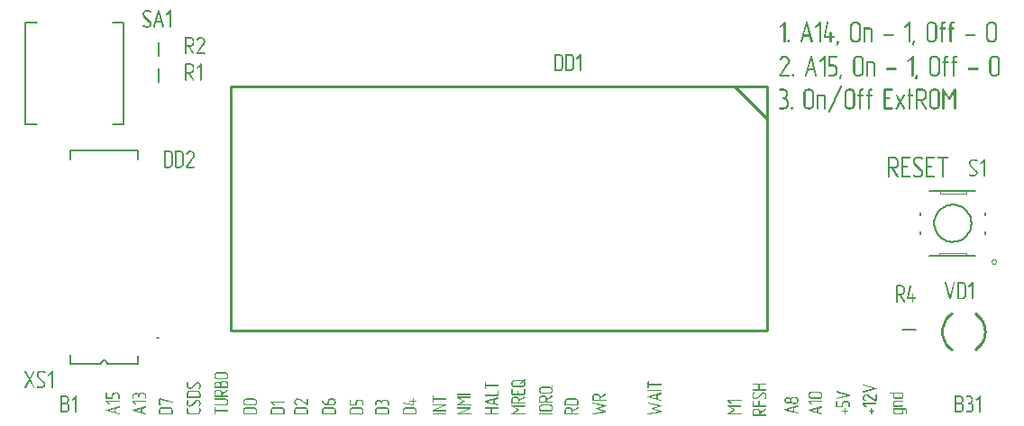
<source format=gto>
G04 Layer_Color=65535*
%FSAX24Y24*%
%MOIN*%
G70*
G01*
G75*
%ADD27C,0.0060*%
%ADD28C,0.0079*%
%ADD29C,0.0100*%
%ADD30C,0.0000*%
%ADD31C,0.0059*%
%ADD32C,0.0020*%
G36*
X056841Y024751D02*
X056849Y024747D01*
X056854Y024745D01*
X056858Y024740D01*
X056859D01*
X056860Y024738D01*
X056865Y024733D01*
X056868Y024724D01*
X056870Y024720D01*
Y024714D01*
Y024713D01*
Y024712D01*
X056869Y024706D01*
X056866Y024698D01*
X056860Y024689D01*
X056858Y024687D01*
X056853Y024684D01*
X056844Y024679D01*
X056838Y024678D01*
X056832Y024677D01*
X056601D01*
Y024428D01*
X056726D01*
X056732Y024427D01*
X056741Y024422D01*
X056746Y024420D01*
X056750Y024416D01*
X056751D01*
X056752Y024414D01*
X056757Y024408D01*
X056761Y024399D01*
X056763Y024395D01*
Y024390D01*
Y024388D01*
Y024387D01*
X056762Y024382D01*
X056759Y024373D01*
X056752Y024364D01*
X056750Y024362D01*
X056744Y024359D01*
X056736Y024355D01*
X056730Y024353D01*
X056724Y024352D01*
X056601D01*
Y024052D01*
X056834D01*
X056841Y024051D01*
X056849Y024046D01*
X056854Y024044D01*
X056858Y024040D01*
X056859D01*
X056860Y024038D01*
X056865Y024032D01*
X056868Y024023D01*
X056870Y024019D01*
Y024014D01*
Y024012D01*
Y024011D01*
X056869Y024006D01*
X056866Y023997D01*
X056860Y023988D01*
X056858Y023986D01*
X056853Y023983D01*
X056844Y023979D01*
X056838Y023977D01*
X056832Y023976D01*
X056561D01*
X056557Y023977D01*
X056550Y023979D01*
X056543Y023981D01*
X056537Y023985D01*
X056530Y023992D01*
X056526Y024002D01*
X056525Y024014D01*
Y024714D01*
Y024716D01*
X056526Y024721D01*
X056527Y024726D01*
X056529Y024734D01*
X056534Y024740D01*
X056540Y024747D01*
X056550Y024751D01*
X056562Y024752D01*
X056834D01*
X056841Y024751D01*
D02*
G37*
G36*
X055671Y015728D02*
X055677Y015726D01*
X055682Y015721D01*
X055683Y015720D01*
X055685Y015716D01*
X055688Y015709D01*
X055689Y015702D01*
Y015701D01*
X055688Y015699D01*
X055687Y015693D01*
X055684Y015686D01*
X055682Y015685D01*
X055679Y015682D01*
X055673Y015679D01*
X055669Y015678D01*
X055664Y015677D01*
X055392D01*
X055390Y015677D01*
X055387D01*
X055381Y015674D01*
X055377Y015672D01*
X055374Y015669D01*
X055373Y015668D01*
X055373Y015667D01*
X055370Y015663D01*
X055367Y015656D01*
X055365Y015653D01*
Y015648D01*
Y015548D01*
X055666D01*
X055671Y015548D01*
X055677Y015545D01*
X055682Y015541D01*
X055683Y015540D01*
X055685Y015536D01*
X055688Y015529D01*
X055689Y015522D01*
Y015521D01*
X055688Y015518D01*
X055687Y015513D01*
X055684Y015506D01*
X055682Y015505D01*
X055679Y015502D01*
X055673Y015499D01*
X055669Y015498D01*
X055664Y015497D01*
X055339D01*
X055336Y015498D01*
X055332Y015499D01*
X055327Y015500D01*
X055323Y015503D01*
X055319Y015508D01*
X055316Y015514D01*
X055315Y015522D01*
Y015648D01*
Y015649D01*
Y015650D01*
Y015654D01*
X055316Y015660D01*
X055318Y015668D01*
X055321Y015677D01*
X055324Y015686D01*
X055330Y015696D01*
X055338Y015704D01*
X055339Y015705D01*
X055343Y015708D01*
X055347Y015712D01*
X055354Y015717D01*
X055362Y015721D01*
X055372Y015725D01*
X055383Y015728D01*
X055394Y015728D01*
X055666D01*
X055671Y015728D01*
D02*
G37*
G36*
X055764Y015438D02*
X055771Y015437D01*
X055780Y015434D01*
X055790Y015430D01*
X055799Y015424D01*
X055808Y015416D01*
X055809Y015416D01*
X055811Y015412D01*
X055815Y015408D01*
X055819Y015401D01*
X055825Y015392D01*
X055828Y015383D01*
X055831Y015372D01*
X055832Y015360D01*
Y015233D01*
Y015232D01*
X055831Y015229D01*
X055829Y015223D01*
X055825Y015215D01*
X055824D01*
X055823Y015214D01*
X055819Y015212D01*
X055813Y015209D01*
X055806Y015209D01*
X055806D01*
X055803Y015209D01*
X055798Y015211D01*
X055790Y015214D01*
X055790D01*
X055789Y015215D01*
X055786Y015219D01*
X055783Y015225D01*
X055782Y015229D01*
Y015233D01*
Y015360D01*
Y015361D01*
Y015362D01*
X055781Y015365D01*
X055780Y015367D01*
X055778Y015373D01*
X055776Y015377D01*
X055773Y015380D01*
X055772Y015381D01*
X055771Y015381D01*
X055767Y015384D01*
X055761Y015387D01*
X055757Y015389D01*
X055689D01*
Y015288D01*
Y015287D01*
X055688Y015282D01*
X055688Y015276D01*
X055686Y015268D01*
X055683Y015260D01*
X055679Y015250D01*
X055674Y015241D01*
X055666Y015231D01*
X055666Y015231D01*
X055662Y015228D01*
X055657Y015224D01*
X055650Y015220D01*
X055642Y015216D01*
X055633Y015212D01*
X055622Y015209D01*
X055610Y015209D01*
X055393D01*
X055389Y015209D01*
X055383Y015210D01*
X055375Y015212D01*
X055366Y015214D01*
X055357Y015218D01*
X055347Y015224D01*
X055338Y015231D01*
X055338Y015232D01*
X055335Y015236D01*
X055331Y015241D01*
X055327Y015247D01*
X055322Y015255D01*
X055319Y015265D01*
X055316Y015276D01*
X055315Y015288D01*
Y015414D01*
Y015415D01*
X055316Y015418D01*
X055316Y015422D01*
X055318Y015427D01*
X055322Y015432D01*
X055326Y015435D01*
X055332Y015438D01*
X055341Y015440D01*
X055757D01*
X055764Y015438D01*
D02*
G37*
G36*
X025107Y015921D02*
X025114Y015919D01*
X025122Y015913D01*
X025123D01*
X025124Y015911D01*
X025128Y015908D01*
X025131Y015901D01*
X025132Y015896D01*
Y015891D01*
Y015307D01*
Y015306D01*
Y015304D01*
X025132Y015298D01*
X025129Y015291D01*
X025123Y015284D01*
X025122Y015283D01*
X025117Y015280D01*
X025109Y015276D01*
X025100Y015276D01*
X025099D01*
X025095Y015276D01*
X025089Y015278D01*
X025080Y015281D01*
X025078Y015283D01*
X025074Y015287D01*
X025071Y015296D01*
X025070Y015301D01*
X025069Y015307D01*
Y015828D01*
X024988Y015734D01*
X024986Y015732D01*
X024981Y015729D01*
X024975Y015727D01*
X024966Y015725D01*
X024964D01*
X024958Y015726D01*
X024950Y015728D01*
X024943Y015734D01*
X024941Y015736D01*
X024938Y015740D01*
X024936Y015747D01*
X024934Y015757D01*
Y015758D01*
X024935Y015761D01*
X024938Y015768D01*
X024939Y015772D01*
X024942Y015778D01*
X025077Y015913D01*
X025079Y015915D01*
X025083Y015918D01*
X025090Y015921D01*
X025099Y015922D01*
X025101D01*
X025107Y015921D01*
D02*
G37*
G36*
X057326Y024751D02*
X057335Y024747D01*
X057340Y024745D01*
X057345Y024740D01*
X057346D01*
X057347Y024738D01*
X057351Y024733D01*
X057354Y024724D01*
X057357Y024720D01*
Y024714D01*
Y024713D01*
Y024712D01*
X057355Y024706D01*
X057352Y024698D01*
X057346Y024689D01*
X057343Y024687D01*
X057338Y024684D01*
X057329Y024679D01*
X057324Y024678D01*
X057317Y024677D01*
X057195D01*
Y024014D01*
Y024012D01*
Y024010D01*
X057194Y024004D01*
X057190Y023995D01*
X057184Y023986D01*
X057182Y023985D01*
X057176Y023982D01*
X057166Y023977D01*
X057155Y023976D01*
X057154D01*
X057150Y023977D01*
X057142Y023980D01*
X057131Y023983D01*
X057129Y023985D01*
X057125Y023991D01*
X057120Y024000D01*
X057119Y024007D01*
X057118Y024014D01*
Y024677D01*
X056990D01*
X056984Y024678D01*
X056975Y024681D01*
X056966Y024687D01*
Y024688D01*
X056965Y024689D01*
X056962Y024694D01*
X056958Y024703D01*
X056957Y024714D01*
Y024715D01*
X056958Y024721D01*
X056960Y024727D01*
X056965Y024737D01*
Y024738D01*
X056967Y024739D01*
X056972Y024745D01*
X056981Y024750D01*
X056987Y024751D01*
X056994Y024752D01*
X057319D01*
X057326Y024751D01*
D02*
G37*
G36*
X054686Y015636D02*
X054692Y015634D01*
X054698Y015629D01*
X054699Y015628D01*
X054701Y015624D01*
X054704Y015618D01*
X054705Y015610D01*
Y015610D01*
X054704Y015607D01*
X054703Y015602D01*
X054700Y015594D01*
X054699Y015593D01*
X054695Y015590D01*
X054689Y015587D01*
X054684Y015586D01*
X054680Y015586D01*
X054263D01*
X054338Y015521D01*
X054339Y015519D01*
X054342Y015516D01*
X054344Y015510D01*
X054345Y015503D01*
Y015502D01*
Y015502D01*
X054345Y015497D01*
X054342Y015491D01*
X054338Y015485D01*
X054337Y015483D01*
X054333Y015481D01*
X054327Y015479D01*
X054320Y015478D01*
X054319D01*
X054316Y015478D01*
X054311Y015481D01*
X054307Y015482D01*
X054303Y015484D01*
X054194Y015592D01*
X054193Y015594D01*
X054191Y015597D01*
X054189Y015602D01*
X054187Y015610D01*
Y015610D01*
Y015612D01*
X054188Y015616D01*
X054190Y015622D01*
X054194Y015629D01*
Y015629D01*
X054196Y015630D01*
X054199Y015633D01*
X054205Y015635D01*
X054208Y015637D01*
X054682D01*
X054686Y015636D01*
D02*
G37*
G36*
X054330Y015962D02*
X054335Y015962D01*
X054342Y015961D01*
X054355Y015957D01*
X054356D01*
X054358Y015956D01*
X054362Y015954D01*
X054366Y015953D01*
X054373Y015950D01*
X054380Y015946D01*
X054388Y015942D01*
X054396Y015937D01*
X054654Y015761D01*
Y015933D01*
Y015934D01*
Y015935D01*
X054655Y015939D01*
X054658Y015945D01*
X054660Y015949D01*
X054662Y015952D01*
Y015952D01*
X054664Y015953D01*
X054668Y015956D01*
X054673Y015958D01*
X054676Y015960D01*
X054681D01*
X054685Y015959D01*
X054691Y015957D01*
X054697Y015953D01*
X054698Y015952D01*
X054700Y015948D01*
X054703Y015942D01*
X054704Y015938D01*
X054705Y015933D01*
Y015718D01*
Y015718D01*
Y015717D01*
X054704Y015713D01*
X054701Y015707D01*
X054700Y015704D01*
X054697Y015701D01*
X054696D01*
X054695Y015699D01*
X054692Y015697D01*
X054686Y015695D01*
X054678Y015693D01*
X054677D01*
X054674Y015694D01*
X054670Y015695D01*
X054667Y015697D01*
X054368Y015894D01*
X054354Y015901D01*
X054342Y015906D01*
X054342D01*
X054340Y015907D01*
X054338Y015908D01*
X054335Y015908D01*
X054327Y015910D01*
X054318Y015911D01*
X054317D01*
X054313Y015910D01*
X054307Y015909D01*
X054299Y015907D01*
X054290Y015904D01*
X054280Y015899D01*
X054271Y015892D01*
X054262Y015884D01*
X054261Y015883D01*
X054260Y015882D01*
X054259Y015879D01*
X054256Y015876D01*
X054253Y015871D01*
X054251Y015866D01*
X054245Y015855D01*
Y015854D01*
X054244Y015852D01*
X054243Y015849D01*
X054241Y015844D01*
X054240Y015840D01*
X054239Y015834D01*
X054238Y015822D01*
Y015822D01*
Y015819D01*
X054239Y015814D01*
X054240Y015809D01*
X054241Y015802D01*
X054244Y015795D01*
X054247Y015787D01*
X054251Y015780D01*
X054252Y015779D01*
X054253Y015777D01*
X054257Y015774D01*
X054261Y015769D01*
X054267Y015764D01*
X054275Y015759D01*
X054283Y015754D01*
X054294Y015749D01*
X054296Y015748D01*
X054299Y015747D01*
X054303Y015744D01*
X054307Y015739D01*
X054307Y015739D01*
X054308Y015736D01*
X054310Y015732D01*
X054311Y015727D01*
Y015726D01*
Y015725D01*
X054310Y015723D01*
Y015720D01*
X054308Y015714D01*
X054304Y015707D01*
X054303Y015706D01*
X054299Y015704D01*
X054293Y015701D01*
X054289Y015700D01*
X054285Y015699D01*
X054278Y015701D01*
X054278D01*
X054276Y015701D01*
X054274Y015702D01*
X054270Y015704D01*
X054262Y015707D01*
X054252Y015713D01*
X054240Y015720D01*
X054229Y015728D01*
X054218Y015739D01*
X054208Y015750D01*
X054208Y015752D01*
X054205Y015755D01*
X054202Y015762D01*
X054197Y015771D01*
X054194Y015781D01*
X054190Y015793D01*
X054188Y015806D01*
X054187Y015820D01*
Y015821D01*
Y015822D01*
Y015825D01*
X054188Y015830D01*
X054189Y015834D01*
X054190Y015840D01*
X054194Y015853D01*
X054196Y015861D01*
X054200Y015868D01*
X054203Y015877D01*
X054208Y015885D01*
X054214Y015894D01*
X054221Y015903D01*
X054229Y015911D01*
X054237Y015920D01*
Y015921D01*
X054239Y015922D01*
X054240Y015924D01*
X054243Y015927D01*
X054248Y015934D01*
X054257Y015942D01*
X054269Y015949D01*
X054283Y015957D01*
X054291Y015960D01*
X054299Y015961D01*
X054308Y015962D01*
X054318Y015963D01*
X054325D01*
X054330Y015962D01*
D02*
G37*
G36*
X054523Y015438D02*
X054529Y015436D01*
X054535Y015432D01*
X054536Y015430D01*
X054539Y015427D01*
X054541Y015421D01*
X054542Y015417D01*
X054543Y015413D01*
Y015349D01*
X054610D01*
X054614Y015349D01*
X054620Y015346D01*
X054626Y015342D01*
X054627Y015341D01*
X054629Y015337D01*
X054632Y015330D01*
X054633Y015323D01*
Y015322D01*
X054632Y015319D01*
X054630Y015314D01*
X054627Y015307D01*
X054626Y015306D01*
X054622Y015303D01*
X054617Y015300D01*
X054612Y015299D01*
X054608Y015298D01*
X054543D01*
Y015233D01*
Y015233D01*
Y015231D01*
X054542Y015227D01*
X054540Y015221D01*
X054536Y015215D01*
X054536D01*
X054535Y015214D01*
X054531Y015212D01*
X054525Y015209D01*
X054518Y015209D01*
X054517D01*
X054514Y015209D01*
X054509Y015211D01*
X054503Y015214D01*
X054502D01*
X054501Y015216D01*
X054498Y015219D01*
X054494Y015225D01*
X054493Y015229D01*
X054493Y015233D01*
Y015298D01*
X054426D01*
X054423Y015299D01*
X054417Y015301D01*
X054411Y015306D01*
X054410D01*
X054409Y015307D01*
X054407Y015311D01*
X054404Y015316D01*
X054402Y015319D01*
Y015323D01*
Y015324D01*
Y015325D01*
X054403Y015329D01*
X054405Y015335D01*
X054409Y015341D01*
Y015341D01*
X054411Y015342D01*
X054414Y015345D01*
X054420Y015348D01*
X054423Y015349D01*
X054493D01*
Y015413D01*
Y015414D01*
Y015414D01*
X054493Y015419D01*
X054496Y015424D01*
X054498Y015428D01*
X054501Y015431D01*
Y015432D01*
X054502Y015432D01*
X054506Y015435D01*
X054512Y015438D01*
X054514Y015439D01*
X054520D01*
X054523Y015438D01*
D02*
G37*
G36*
X055668Y016016D02*
X055672Y016016D01*
X055677Y016014D01*
X055681Y016011D01*
X055685Y016006D01*
X055688Y016000D01*
X055689Y015991D01*
Y015865D01*
Y015864D01*
X055688Y015860D01*
X055688Y015854D01*
X055686Y015846D01*
X055683Y015837D01*
X055679Y015828D01*
X055674Y015818D01*
X055666Y015809D01*
X055666Y015808D01*
X055662Y015805D01*
X055657Y015801D01*
X055650Y015798D01*
X055642Y015793D01*
X055633Y015790D01*
X055622Y015787D01*
X055610Y015786D01*
X055393D01*
X055389Y015787D01*
X055383Y015787D01*
X055375Y015789D01*
X055366Y015792D01*
X055357Y015796D01*
X055347Y015801D01*
X055338Y015809D01*
X055338Y015809D01*
X055335Y015813D01*
X055331Y015818D01*
X055327Y015825D01*
X055322Y015833D01*
X055319Y015842D01*
X055316Y015853D01*
X055315Y015865D01*
Y015966D01*
X055195D01*
X055192Y015967D01*
X055186Y015969D01*
X055180Y015973D01*
X055179D01*
X055179Y015975D01*
X055176Y015978D01*
X055173Y015984D01*
X055171Y015987D01*
Y015991D01*
Y015992D01*
Y015992D01*
X055172Y015997D01*
X055174Y016003D01*
X055179Y016008D01*
Y016009D01*
X055180Y016010D01*
X055183Y016013D01*
X055189Y016016D01*
X055193Y016017D01*
X055665D01*
X055668Y016016D01*
D02*
G37*
G36*
X055921Y024751D02*
X055930Y024747D01*
X055935Y024745D01*
X055939Y024740D01*
X055940D01*
X055941Y024738D01*
X055946Y024733D01*
X055949Y024724D01*
X055951Y024720D01*
Y024714D01*
Y024713D01*
Y024712D01*
X055950Y024706D01*
X055947Y024698D01*
X055941Y024689D01*
X055939Y024687D01*
X055933Y024684D01*
X055925Y024679D01*
X055919Y024678D01*
X055913Y024677D01*
X055682D01*
Y024428D01*
X055807D01*
X055813Y024427D01*
X055822Y024422D01*
X055826Y024420D01*
X055831Y024416D01*
X055832D01*
X055833Y024414D01*
X055837Y024408D01*
X055842Y024399D01*
X055844Y024395D01*
Y024390D01*
Y024388D01*
Y024387D01*
X055843Y024382D01*
X055839Y024373D01*
X055833Y024364D01*
X055831Y024362D01*
X055825Y024359D01*
X055817Y024355D01*
X055811Y024353D01*
X055805Y024352D01*
X055682D01*
Y024052D01*
X055915D01*
X055921Y024051D01*
X055930Y024046D01*
X055935Y024044D01*
X055939Y024040D01*
X055940D01*
X055941Y024038D01*
X055946Y024032D01*
X055949Y024023D01*
X055951Y024019D01*
Y024014D01*
Y024012D01*
Y024011D01*
X055950Y024006D01*
X055947Y023997D01*
X055941Y023988D01*
X055939Y023986D01*
X055933Y023983D01*
X055925Y023979D01*
X055919Y023977D01*
X055913Y023976D01*
X055642D01*
X055637Y023977D01*
X055631Y023979D01*
X055624Y023981D01*
X055618Y023985D01*
X055611Y023992D01*
X055607Y024002D01*
X055606Y024014D01*
Y024714D01*
Y024716D01*
X055607Y024721D01*
X055608Y024726D01*
X055610Y024734D01*
X055614Y024740D01*
X055621Y024747D01*
X055631Y024751D01*
X055643Y024752D01*
X055915D01*
X055921Y024751D01*
D02*
G37*
G36*
X057610Y027275D02*
X057619Y027271D01*
X057623Y027268D01*
X057628Y027263D01*
X057630Y027261D01*
X057633Y027256D01*
X057636Y027246D01*
X057639Y027234D01*
Y026533D01*
Y026532D01*
Y026530D01*
X057637Y026523D01*
X057634Y026515D01*
X057628Y026506D01*
X057625Y026505D01*
X057620Y026502D01*
X057610Y026497D01*
X057599Y026496D01*
X057598D01*
X057594Y026497D01*
X057585Y026499D01*
X057574Y026504D01*
X057572Y026506D01*
X057569Y026511D01*
X057564Y026520D01*
X057563Y026527D01*
X057562Y026533D01*
Y027128D01*
X057417Y026864D01*
X057416Y026863D01*
X057414Y026861D01*
X057411Y026858D01*
X057408Y026855D01*
X057397Y026847D01*
X057390Y026845D01*
X057383Y026844D01*
X057379D01*
X057376Y026845D01*
X057372Y026847D01*
X057366Y026849D01*
X057361Y026853D01*
X057355Y026859D01*
X057350Y026867D01*
X057208Y027128D01*
Y026533D01*
Y026532D01*
Y026530D01*
X057207Y026523D01*
X057202Y026514D01*
X057200Y026509D01*
X057196Y026505D01*
X057194Y026504D01*
X057188Y026500D01*
X057179Y026497D01*
X057169Y026496D01*
X057167D01*
X057163Y026497D01*
X057155Y026499D01*
X057144Y026503D01*
X057142Y026505D01*
X057138Y026510D01*
X057134Y026520D01*
X057132Y026527D01*
X057131Y026533D01*
Y027234D01*
Y027235D01*
Y027237D01*
Y027240D01*
X057132Y027245D01*
X057135Y027255D01*
X057140Y027264D01*
Y027266D01*
X057142Y027267D01*
X057147Y027271D01*
X057155Y027274D01*
X057161Y027276D01*
X057173D01*
X057178Y027274D01*
X057184Y027272D01*
X057185D01*
X057188Y027270D01*
X057190Y027268D01*
X057193Y027264D01*
X057197Y027260D01*
X057201Y027255D01*
X057384Y026947D01*
X057566Y027254D01*
X057567Y027255D01*
X057569Y027257D01*
X057572Y027261D01*
X057576Y027266D01*
X057587Y027273D01*
X057594Y027275D01*
X057601Y027276D01*
X057604D01*
X057610Y027275D01*
D02*
G37*
G36*
X057775Y015921D02*
X057780D01*
X057786Y015921D01*
X057800Y015918D01*
X057815Y015912D01*
X057832Y015905D01*
X057848Y015896D01*
X057856Y015890D01*
X057864Y015882D01*
X057864Y015881D01*
X057868Y015879D01*
X057873Y015874D01*
X057878Y015868D01*
X057884Y015860D01*
X057890Y015852D01*
X057895Y015843D01*
X057900Y015833D01*
X057907Y015808D01*
X057910Y015792D01*
Y015778D01*
Y015733D01*
Y015731D01*
Y015727D01*
X057909Y015720D01*
X057908Y015712D01*
X057906Y015703D01*
X057905Y015692D01*
X057901Y015682D01*
X057896Y015671D01*
X057895Y015670D01*
X057894Y015666D01*
X057891Y015662D01*
X057887Y015655D01*
X057882Y015649D01*
X057875Y015642D01*
X057868Y015635D01*
X057859Y015629D01*
X057860Y015628D01*
X057864Y015627D01*
X057869Y015624D01*
X057876Y015619D01*
X057884Y015613D01*
X057893Y015604D01*
X057902Y015594D01*
X057910Y015582D01*
X057911Y015580D01*
X057914Y015575D01*
X057917Y015568D01*
X057922Y015559D01*
X057925Y015548D01*
X057929Y015535D01*
X057932Y015522D01*
X057933Y015508D01*
Y015419D01*
Y015418D01*
Y015416D01*
Y015413D01*
X057932Y015409D01*
Y015404D01*
X057930Y015399D01*
X057927Y015385D01*
X057922Y015369D01*
X057914Y015352D01*
X057908Y015344D01*
X057903Y015335D01*
X057895Y015327D01*
X057887Y015318D01*
X057886D01*
X057885Y015317D01*
X057883Y015315D01*
X057879Y015312D01*
X057870Y015305D01*
X057858Y015297D01*
X057843Y015289D01*
X057826Y015282D01*
X057807Y015277D01*
X057797Y015276D01*
X057787Y015276D01*
X057628D01*
X057625Y015276D01*
X057619Y015277D01*
X057614Y015279D01*
X057608Y015283D01*
X057603Y015288D01*
X057599Y015297D01*
X057598Y015307D01*
Y015891D01*
Y015892D01*
X057599Y015896D01*
X057600Y015901D01*
X057602Y015907D01*
X057606Y015912D01*
X057611Y015918D01*
X057619Y015921D01*
X057629Y015922D01*
X057771D01*
X057775Y015921D01*
D02*
G37*
G36*
X056096Y029044D02*
X056105Y029041D01*
X056110Y029038D01*
X056113Y029035D01*
X056117Y029031D01*
X056120Y029027D01*
X056125Y029018D01*
X056126Y029011D01*
Y029010D01*
Y029009D01*
X056125Y028998D01*
X056097Y028892D01*
X056092Y028882D01*
X056086Y028876D01*
X056083Y028871D01*
X056081Y028870D01*
X056074Y028866D01*
X056068Y028864D01*
X056062Y028863D01*
X056060D01*
X056055Y028864D01*
X056049Y028865D01*
X056039Y028869D01*
X056034Y028873D01*
X056033Y028875D01*
X056032D01*
X056025Y028883D01*
X056022Y028892D01*
X056021Y028899D01*
Y028900D01*
Y028901D01*
X056022Y028911D01*
X056049Y029016D01*
X056054Y029026D01*
X056058Y029033D01*
X056062Y029038D01*
X056063Y029039D01*
X056071Y029043D01*
X056079Y029045D01*
X056084Y029046D01*
X056086D01*
X056096Y029044D01*
D02*
G37*
G36*
X051310Y029751D02*
X051319Y029748D01*
X051329Y029741D01*
X051330D01*
X051331Y029739D01*
X051335Y029735D01*
X051338Y029726D01*
X051341Y029721D01*
Y029715D01*
Y029014D01*
Y029012D01*
Y029010D01*
X051340Y029004D01*
X051336Y028995D01*
X051330Y028986D01*
X051328Y028985D01*
X051322Y028982D01*
X051312Y028977D01*
X051301Y028976D01*
X051300D01*
X051296Y028977D01*
X051288Y028980D01*
X051277Y028983D01*
X051275Y028985D01*
X051271Y028991D01*
X051266Y029000D01*
X051265Y029007D01*
X051264Y029014D01*
Y029639D01*
X051167Y029526D01*
X051165Y029524D01*
X051159Y029521D01*
X051152Y029517D01*
X051141Y029515D01*
X051138D01*
X051131Y029516D01*
X051122Y029520D01*
X051113Y029526D01*
X051111Y029528D01*
X051108Y029534D01*
X051105Y029543D01*
X051102Y029553D01*
Y029555D01*
X051103Y029559D01*
X051107Y029567D01*
X051109Y029572D01*
X051112Y029579D01*
X051274Y029741D01*
X051276Y029744D01*
X051282Y029747D01*
X051289Y029750D01*
X051300Y029752D01*
X051303D01*
X051310Y029751D01*
D02*
G37*
G36*
X055713Y027057D02*
X055717D01*
X055727Y027052D01*
X055731Y027050D01*
X055736Y027046D01*
X055737D01*
X055738Y027044D01*
X055742Y027038D01*
X055745Y027031D01*
X055748Y027025D01*
Y027020D01*
Y027019D01*
Y027015D01*
X055747Y027011D01*
X055744Y027006D01*
X055616Y026777D01*
X055741Y026554D01*
X055742Y026552D01*
X055744Y026547D01*
X055747Y026540D01*
X055748Y026532D01*
Y026531D01*
Y026530D01*
X055747Y026523D01*
X055742Y026515D01*
X055740Y026510D01*
X055736Y026506D01*
X055733Y026505D01*
X055728Y026502D01*
X055718Y026497D01*
X055707Y026496D01*
X055704D01*
X055700Y026497D01*
X055695Y026499D01*
X055690Y026502D01*
X055684Y026506D01*
X055679Y026512D01*
X055673Y026520D01*
X055574Y026710D01*
X055472Y026515D01*
X055459Y026500D01*
X055442Y026496D01*
X055438D01*
X055435Y026497D01*
X055431D01*
X055421Y026500D01*
X055411Y026506D01*
X055409Y026508D01*
X055406Y026514D01*
X055402Y026522D01*
X055400Y026533D01*
Y026534D01*
X055401Y026539D01*
X055402Y026542D01*
X055404Y026546D01*
X055532Y026776D01*
X055404Y027002D01*
X055400Y027019D01*
Y027020D01*
Y027022D01*
X055401Y027028D01*
X055404Y027037D01*
X055411Y027046D01*
X055412Y027047D01*
X055413Y027048D01*
X055419Y027052D01*
X055428Y027056D01*
X055434Y027058D01*
X055443D01*
X055447Y027057D01*
X055452Y027055D01*
X055458Y027051D01*
X055463Y027046D01*
X055469Y027039D01*
X055474Y027031D01*
X055574Y026844D01*
X055675Y027038D01*
X055689Y027052D01*
X055706Y027058D01*
X055709D01*
X055713Y027057D01*
D02*
G37*
G36*
X056308Y024751D02*
X056318Y024750D01*
X056329Y024748D01*
X056341Y024745D01*
X056354Y024741D01*
X056356D01*
X056361Y024739D01*
X056367Y024737D01*
X056376Y024734D01*
X056386Y024731D01*
X056397Y024725D01*
X056419Y024713D01*
X056420Y024712D01*
X056422Y024711D01*
X056425Y024708D01*
X056429Y024703D01*
X056430Y024702D01*
X056432Y024698D01*
X056435Y024691D01*
X056437Y024682D01*
Y024681D01*
Y024680D01*
X056436Y024674D01*
X056432Y024664D01*
X056430Y024660D01*
X056425Y024654D01*
X056423Y024652D01*
X056418Y024649D01*
X056408Y024644D01*
X056402Y024643D01*
X056396Y024642D01*
X056377Y024649D01*
X056375Y024650D01*
X056371Y024653D01*
X056362Y024657D01*
X056351Y024663D01*
X056338Y024668D01*
X056323Y024673D01*
X056306Y024676D01*
X056289Y024677D01*
X056202D01*
X056195Y024676D01*
X056185Y024674D01*
X056174Y024669D01*
X056162Y024665D01*
X056151Y024657D01*
X056140Y024647D01*
X056139Y024646D01*
X056136Y024642D01*
X056131Y024637D01*
X056127Y024628D01*
X056123Y024618D01*
X056118Y024606D01*
X056115Y024593D01*
X056114Y024578D01*
X056115Y024560D01*
X056117Y024550D01*
X056119Y024543D01*
Y024541D01*
X056120Y024540D01*
X056125Y024534D01*
X056131Y024524D01*
X056142Y024511D01*
X056386Y024263D01*
X056387Y024262D01*
X056389Y024259D01*
X056394Y024255D01*
X056399Y024250D01*
X056405Y024242D01*
X056410Y024233D01*
X056416Y024223D01*
X056421Y024212D01*
X056425Y024200D01*
X056432Y024177D01*
X056434Y024164D01*
Y024148D01*
Y024147D01*
Y024145D01*
Y024141D01*
X056433Y024136D01*
X056432Y024130D01*
X056431Y024124D01*
X056428Y024106D01*
X056421Y024088D01*
X056411Y024067D01*
X056405Y024057D01*
X056397Y024046D01*
X056388Y024035D01*
X056378Y024026D01*
X056376Y024023D01*
X056371Y024018D01*
X056361Y024010D01*
X056348Y024002D01*
X056331Y023992D01*
X056311Y023984D01*
X056288Y023979D01*
X056274Y023977D01*
X056260Y023976D01*
X056175D01*
X056170Y023977D01*
X056163D01*
X056156Y023979D01*
X056139Y023982D01*
X056119Y023986D01*
X056097Y023994D01*
X056074Y024004D01*
X056053Y024017D01*
X056041Y024030D01*
X056037Y024045D01*
Y024046D01*
Y024047D01*
X056038Y024054D01*
X056042Y024062D01*
X056047Y024071D01*
Y024073D01*
X056049Y024074D01*
X056055Y024079D01*
X056064Y024083D01*
X056069Y024085D01*
X056074Y024086D01*
X056093Y024079D01*
X056095Y024078D01*
X056101Y024075D01*
X056108Y024070D01*
X056119Y024066D01*
X056132Y024061D01*
X056148Y024056D01*
X056164Y024053D01*
X056181Y024052D01*
X056266D01*
X056273Y024053D01*
X056282Y024055D01*
X056293Y024058D01*
X056305Y024064D01*
X056317Y024070D01*
X056328Y024080D01*
X056329Y024081D01*
X056332Y024086D01*
X056338Y024091D01*
X056343Y024100D01*
X056348Y024110D01*
X056353Y024122D01*
X056356Y024134D01*
X056358Y024148D01*
X056355Y024165D01*
Y024167D01*
Y024168D01*
X056353Y024173D01*
Y024174D01*
X056352Y024176D01*
X056350Y024182D01*
Y024183D01*
X056349Y024185D01*
X056348Y024188D01*
X056346Y024193D01*
X056338Y024204D01*
X056328Y024217D01*
X056088Y024457D01*
X056087Y024458D01*
X056084Y024461D01*
X056080Y024466D01*
X056076Y024472D01*
X056070Y024480D01*
X056064Y024490D01*
X056056Y024501D01*
X056049Y024514D01*
Y024515D01*
X056047Y024520D01*
X056046Y024526D01*
X056044Y024534D01*
X056042Y024544D01*
X056040Y024555D01*
X056038Y024567D01*
X056037Y024580D01*
Y024581D01*
Y024583D01*
Y024586D01*
X056038Y024592D01*
X056040Y024597D01*
X056041Y024605D01*
X056044Y024621D01*
X056050Y024640D01*
X056061Y024661D01*
X056067Y024670D01*
X056074Y024681D01*
X056083Y024692D01*
X056093Y024702D01*
Y024703D01*
X056095Y024704D01*
X056101Y024710D01*
X056111Y024719D01*
X056124Y024727D01*
X056140Y024736D01*
X056160Y024745D01*
X056184Y024750D01*
X056196Y024752D01*
X056300D01*
X056308Y024751D01*
D02*
G37*
G36*
X024704Y015921D02*
X024709D01*
X024715Y015921D01*
X024729Y015918D01*
X024744Y015912D01*
X024761Y015905D01*
X024777Y015896D01*
X024785Y015890D01*
X024793Y015882D01*
X024794Y015881D01*
X024797Y015879D01*
X024802Y015874D01*
X024807Y015868D01*
X024813Y015860D01*
X024819Y015852D01*
X024825Y015843D01*
X024829Y015833D01*
X024836Y015808D01*
X024839Y015792D01*
Y015778D01*
Y015733D01*
Y015731D01*
Y015727D01*
X024838Y015720D01*
X024837Y015712D01*
X024835Y015703D01*
X024834Y015692D01*
X024830Y015682D01*
X024825Y015671D01*
X024825Y015670D01*
X024823Y015666D01*
X024820Y015662D01*
X024816Y015655D01*
X024811Y015649D01*
X024804Y015642D01*
X024797Y015635D01*
X024788Y015629D01*
X024789Y015628D01*
X024793Y015627D01*
X024798Y015624D01*
X024805Y015619D01*
X024814Y015613D01*
X024822Y015604D01*
X024831Y015594D01*
X024839Y015582D01*
X024840Y015580D01*
X024843Y015575D01*
X024846Y015568D01*
X024851Y015559D01*
X024855Y015548D01*
X024858Y015535D01*
X024861Y015522D01*
X024862Y015508D01*
Y015419D01*
Y015418D01*
Y015416D01*
Y015413D01*
X024861Y015409D01*
Y015404D01*
X024859Y015399D01*
X024856Y015385D01*
X024851Y015369D01*
X024843Y015352D01*
X024837Y015344D01*
X024832Y015335D01*
X024825Y015327D01*
X024816Y015318D01*
X024815D01*
X024815Y015317D01*
X024812Y015315D01*
X024808Y015312D01*
X024799Y015305D01*
X024787Y015297D01*
X024773Y015289D01*
X024755Y015282D01*
X024736Y015277D01*
X024726Y015276D01*
X024716Y015276D01*
X024558D01*
X024554Y015276D01*
X024549Y015277D01*
X024543Y015279D01*
X024538Y015283D01*
X024532Y015288D01*
X024528Y015297D01*
X024528Y015307D01*
Y015891D01*
Y015892D01*
X024528Y015896D01*
X024529Y015901D01*
X024531Y015907D01*
X024535Y015912D01*
X024540Y015918D01*
X024549Y015921D01*
X024559Y015922D01*
X024700D01*
X024704Y015921D01*
D02*
G37*
G36*
X053283Y029044D02*
X053292Y029041D01*
X053297Y029038D01*
X053299Y029035D01*
X053304Y029031D01*
X053307Y029027D01*
X053311Y029018D01*
X053312Y029011D01*
Y029010D01*
Y029009D01*
X053311Y028998D01*
X053284Y028892D01*
X053279Y028882D01*
X053273Y028876D01*
X053270Y028871D01*
X053268Y028870D01*
X053261Y028866D01*
X053254Y028864D01*
X053249Y028863D01*
X053247D01*
X053241Y028864D01*
X053236Y028865D01*
X053226Y028869D01*
X053221Y028873D01*
X053219Y028875D01*
X053218D01*
X053212Y028883D01*
X053209Y028892D01*
X053207Y028899D01*
Y028900D01*
Y028901D01*
X053209Y028911D01*
X053236Y029016D01*
X053240Y029026D01*
X053245Y029033D01*
X053249Y029038D01*
X053250Y029039D01*
X053258Y029043D01*
X053265Y029045D01*
X053271Y029046D01*
X053273D01*
X053283Y029044D01*
D02*
G37*
G36*
X058135Y015921D02*
X058140D01*
X058147Y015921D01*
X058161Y015917D01*
X058177Y015912D01*
X058194Y015905D01*
X058212Y015894D01*
X058220Y015888D01*
X058228Y015881D01*
X058229Y015880D01*
X058230Y015879D01*
X058232Y015876D01*
X058234Y015873D01*
X058242Y015864D01*
X058249Y015852D01*
X058256Y015837D01*
X058263Y015819D01*
X058268Y015800D01*
X058270Y015789D01*
Y015778D01*
Y015734D01*
Y015719D01*
Y015709D01*
X058266Y015699D01*
Y015698D01*
Y015697D01*
X058265Y015695D01*
X058264Y015691D01*
X058262Y015682D01*
X058256Y015672D01*
X058255Y015671D01*
X058253Y015667D01*
X058251Y015663D01*
X058247Y015657D01*
X058242Y015651D01*
X058236Y015644D01*
X058229Y015637D01*
X058221Y015631D01*
X058222Y015630D01*
X058225Y015629D01*
X058231Y015625D01*
X058237Y015622D01*
X058244Y015615D01*
X058253Y015607D01*
X058262Y015597D01*
X058270Y015584D01*
X058271Y015583D01*
X058273Y015578D01*
X058277Y015571D01*
X058282Y015562D01*
X058285Y015551D01*
X058289Y015538D01*
X058292Y015523D01*
X058293Y015509D01*
Y015420D01*
Y015419D01*
Y015417D01*
Y015414D01*
X058292Y015410D01*
Y015404D01*
X058291Y015399D01*
X058287Y015384D01*
X058283Y015369D01*
X058274Y015351D01*
X058264Y015334D01*
X058257Y015326D01*
X058250Y015317D01*
X058249D01*
X058248Y015316D01*
X058245Y015314D01*
X058243Y015311D01*
X058233Y015304D01*
X058222Y015297D01*
X058206Y015289D01*
X058189Y015282D01*
X058170Y015277D01*
X058159Y015276D01*
X058148Y015276D01*
X058032D01*
X058027Y015276D01*
X058019Y015279D01*
X058012Y015284D01*
Y015285D01*
X058011Y015286D01*
X058008Y015290D01*
X058005Y015297D01*
X058004Y015307D01*
Y015307D01*
X058005Y015312D01*
X058007Y015317D01*
X058011Y015326D01*
Y015327D01*
X058013Y015328D01*
X058017Y015332D01*
X058024Y015337D01*
X058029Y015338D01*
X058035Y015338D01*
X058153D01*
X058160Y015339D01*
X058168Y015341D01*
X058177Y015344D01*
X058186Y015348D01*
X058196Y015354D01*
X058205Y015361D01*
X058206Y015362D01*
X058209Y015366D01*
X058212Y015370D01*
X058217Y015378D01*
X058222Y015386D01*
X058225Y015396D01*
X058228Y015407D01*
X058229Y015420D01*
Y015510D01*
Y015512D01*
Y015515D01*
X058228Y015522D01*
X058226Y015529D01*
X058223Y015538D01*
X058219Y015547D01*
X058213Y015557D01*
X058205Y015566D01*
X058204Y015567D01*
X058202Y015570D01*
X058196Y015574D01*
X058190Y015579D01*
X058181Y015583D01*
X058171Y015587D01*
X058161Y015590D01*
X058148Y015591D01*
X058122D01*
X058117Y015592D01*
X058109Y015594D01*
X058102Y015599D01*
Y015600D01*
X058101Y015601D01*
X058099Y015605D01*
X058095Y015613D01*
X058094Y015622D01*
Y015623D01*
X058095Y015627D01*
X058097Y015633D01*
X058101Y015641D01*
Y015642D01*
X058103Y015643D01*
X058107Y015647D01*
X058114Y015652D01*
X058120Y015653D01*
X058125Y015654D01*
X058130D01*
X058137Y015655D01*
X058145Y015656D01*
X058154Y015659D01*
X058163Y015664D01*
X058173Y015669D01*
X058182Y015676D01*
X058183Y015677D01*
X058186Y015681D01*
X058190Y015686D01*
X058194Y015693D01*
X058199Y015701D01*
X058202Y015711D01*
X058205Y015722D01*
X058206Y015734D01*
Y015778D01*
Y015780D01*
Y015784D01*
X058205Y015790D01*
X058203Y015799D01*
X058201Y015808D01*
X058196Y015817D01*
X058191Y015827D01*
X058182Y015836D01*
X058181Y015837D01*
X058179Y015840D01*
X058173Y015843D01*
X058167Y015848D01*
X058159Y015852D01*
X058149Y015856D01*
X058138Y015859D01*
X058125Y015860D01*
X058033D01*
X058027Y015860D01*
X058019Y015863D01*
X058012Y015868D01*
Y015869D01*
X058011Y015870D01*
X058008Y015874D01*
X058005Y015881D01*
X058004Y015891D01*
Y015891D01*
X058005Y015896D01*
X058007Y015901D01*
X058011Y015910D01*
Y015911D01*
X058013Y015911D01*
X058017Y015916D01*
X058024Y015921D01*
X058029Y015921D01*
X058035Y015922D01*
X058131D01*
X058135Y015921D01*
D02*
G37*
G36*
X058539D02*
X058546Y015919D01*
X058554Y015913D01*
X058555D01*
X058556Y015911D01*
X058560Y015908D01*
X058562Y015901D01*
X058564Y015896D01*
Y015891D01*
Y015307D01*
Y015306D01*
Y015304D01*
X058563Y015298D01*
X058560Y015291D01*
X058555Y015284D01*
X058553Y015283D01*
X058549Y015280D01*
X058540Y015276D01*
X058531Y015276D01*
X058530D01*
X058527Y015276D01*
X058520Y015278D01*
X058511Y015281D01*
X058509Y015283D01*
X058506Y015287D01*
X058502Y015296D01*
X058501Y015301D01*
X058500Y015307D01*
Y015828D01*
X058419Y015734D01*
X058417Y015732D01*
X058413Y015729D01*
X058406Y015727D01*
X058397Y015725D01*
X058396D01*
X058389Y015726D01*
X058382Y015728D01*
X058375Y015734D01*
X058373Y015736D01*
X058370Y015740D01*
X058367Y015747D01*
X058365Y015757D01*
Y015758D01*
X058366Y015761D01*
X058369Y015768D01*
X058371Y015772D01*
X058374Y015778D01*
X058509Y015913D01*
X058510Y015915D01*
X058515Y015918D01*
X058521Y015921D01*
X058530Y015922D01*
X058533D01*
X058539Y015921D01*
D02*
G37*
G36*
X054218Y016319D02*
X054684Y016193D01*
X054684D01*
X054686Y016191D01*
X054690Y016190D01*
X054694Y016188D01*
X054698Y016184D01*
X054701Y016180D01*
X054704Y016175D01*
X054705Y016168D01*
Y016167D01*
Y016165D01*
X054703Y016162D01*
X054702Y016159D01*
X054700Y016154D01*
X054696Y016151D01*
X054691Y016147D01*
X054684Y016144D01*
X054218Y016018D01*
X054213Y016017D01*
X054211D01*
X054207Y016018D01*
X054201Y016020D01*
X054195Y016024D01*
X054194D01*
X054194Y016026D01*
X054191Y016030D01*
X054189Y016035D01*
X054187Y016039D01*
Y016043D01*
Y016044D01*
X054188Y016047D01*
X054189Y016051D01*
X054192Y016055D01*
X054192Y016056D01*
X054194Y016059D01*
X054199Y016063D01*
X054202Y016065D01*
X054205Y016067D01*
X054600Y016169D01*
X054208Y016269D01*
X054206D01*
X054202Y016271D01*
X054198Y016274D01*
X054194Y016277D01*
X054193Y016279D01*
X054191Y016282D01*
X054189Y016287D01*
X054187Y016293D01*
Y016294D01*
Y016295D01*
X054188Y016299D01*
X054190Y016305D01*
X054194Y016312D01*
Y016312D01*
X054196Y016313D01*
X054199Y016316D01*
X054205Y016318D01*
X054208Y016320D01*
X054213D01*
X054218Y016319D01*
D02*
G37*
G36*
X050612Y015424D02*
X050618Y015421D01*
X050620Y015419D01*
X050624Y015416D01*
X050625Y015415D01*
X050627Y015411D01*
X050629Y015405D01*
X050630Y015398D01*
Y015397D01*
Y015394D01*
X050629Y015390D01*
X050628Y015386D01*
X050627Y015385D01*
X050625Y015383D01*
X050622Y015380D01*
X050617Y015376D01*
X050414Y015258D01*
Y015209D01*
X050607D01*
X050612Y015208D01*
X050618Y015206D01*
X050623Y015201D01*
X050624Y015200D01*
X050626Y015196D01*
X050629Y015190D01*
X050630Y015182D01*
Y015182D01*
X050629Y015179D01*
X050628Y015174D01*
X050626Y015166D01*
X050624Y015165D01*
X050620Y015162D01*
X050614Y015159D01*
X050610Y015158D01*
X050605Y015157D01*
X050136D01*
X050133Y015158D01*
X050130Y015159D01*
X050125Y015160D01*
X050120Y015163D01*
X050116Y015168D01*
X050113Y015174D01*
X050112Y015182D01*
Y015308D01*
Y015309D01*
Y015311D01*
Y015313D01*
X050113Y015316D01*
Y015321D01*
X050114Y015325D01*
X050117Y015336D01*
X050120Y015349D01*
X050127Y015363D01*
X050135Y015377D01*
X050141Y015383D01*
X050147Y015390D01*
X050147Y015391D01*
X050148Y015391D01*
X050152Y015396D01*
X050160Y015401D01*
X050169Y015408D01*
X050181Y015414D01*
X050195Y015420D01*
X050211Y015424D01*
X050219Y015424D01*
X050228Y015425D01*
X050304D01*
X050308Y015424D01*
X050311D01*
X050316Y015424D01*
X050327Y015421D01*
X050341Y015417D01*
X050354Y015410D01*
X050367Y015402D01*
X050374Y015397D01*
X050381Y015391D01*
Y015390D01*
X050382Y015389D01*
X050384Y015387D01*
X050386Y015385D01*
X050392Y015378D01*
X050397Y015368D01*
X050403Y015356D01*
X050409Y015342D01*
X050413Y015326D01*
X050413Y015317D01*
X050414Y015308D01*
Y015312D01*
X050594Y015422D01*
X050595Y015423D01*
X050597Y015424D01*
X050601Y015424D01*
X050606Y015425D01*
X050607D01*
X050612Y015424D01*
D02*
G37*
G36*
X050359Y015712D02*
X050365Y015710D01*
X050371Y015706D01*
X050373Y015704D01*
X050375Y015701D01*
X050378Y015695D01*
X050378Y015691D01*
X050379Y015687D01*
Y015533D01*
X050607D01*
X050612Y015532D01*
X050618Y015530D01*
X050623Y015526D01*
X050624Y015524D01*
X050626Y015521D01*
X050629Y015514D01*
X050630Y015507D01*
Y015506D01*
X050629Y015503D01*
X050628Y015498D01*
X050626Y015491D01*
X050624Y015489D01*
X050620Y015486D01*
X050614Y015483D01*
X050610Y015483D01*
X050605Y015482D01*
X050136D01*
X050133Y015483D01*
X050130Y015483D01*
X050125Y015485D01*
X050120Y015488D01*
X050116Y015492D01*
X050113Y015499D01*
X050112Y015507D01*
Y015687D01*
Y015687D01*
Y015688D01*
X050113Y015693D01*
X050116Y015698D01*
X050117Y015702D01*
X050120Y015705D01*
Y015706D01*
X050122Y015706D01*
X050125Y015709D01*
X050131Y015712D01*
X050134Y015713D01*
X050139D01*
X050143Y015712D01*
X050149Y015710D01*
X050155Y015706D01*
X050156Y015704D01*
X050158Y015701D01*
X050161Y015695D01*
X050162Y015691D01*
X050163Y015687D01*
Y015533D01*
X050329D01*
Y015687D01*
Y015687D01*
Y015688D01*
X050330Y015693D01*
X050332Y015698D01*
X050334Y015702D01*
X050337Y015705D01*
Y015706D01*
X050338Y015706D01*
X050342Y015709D01*
X050348Y015712D01*
X050351Y015713D01*
X050356D01*
X050359Y015712D01*
D02*
G37*
G36*
X051705Y015863D02*
X051708D01*
X051713Y015862D01*
X051724Y015860D01*
X051737Y015856D01*
X051751Y015849D01*
X051764Y015841D01*
X051771Y015835D01*
X051777Y015830D01*
Y015829D01*
X051779Y015828D01*
X051780Y015826D01*
X051783Y015824D01*
X051788Y015817D01*
X051794Y015807D01*
X051800Y015795D01*
X051806Y015781D01*
X051810Y015765D01*
X051810Y015757D01*
X051811Y015748D01*
Y015712D01*
Y015711D01*
Y015709D01*
Y015707D01*
X051810Y015704D01*
X051810Y015695D01*
X051807Y015685D01*
X051803Y015673D01*
X051797Y015660D01*
X051789Y015646D01*
X051784Y015639D01*
X051778Y015632D01*
X051777Y015631D01*
X051777Y015631D01*
X051775Y015629D01*
X051772Y015627D01*
X051765Y015621D01*
X051756Y015615D01*
X051743Y015608D01*
X051729Y015603D01*
X051713Y015599D01*
X051705Y015598D01*
X051696Y015597D01*
X051619D01*
X051613Y015598D01*
X051606Y015599D01*
X051597Y015601D01*
X051588Y015604D01*
X051578Y015608D01*
X051568Y015613D01*
X051566Y015614D01*
X051563Y015616D01*
X051558Y015620D01*
X051552Y015625D01*
X051546Y015631D01*
X051539Y015638D01*
X051533Y015646D01*
X051527Y015655D01*
X051527Y015655D01*
X051525Y015652D01*
X051523Y015650D01*
X051520Y015645D01*
X051516Y015641D01*
X051510Y015636D01*
X051503Y015631D01*
X051495Y015626D01*
X051495Y015626D01*
X051491Y015625D01*
X051487Y015623D01*
X051480Y015621D01*
X051473Y015619D01*
X051464Y015617D01*
X051455Y015616D01*
X051444Y015615D01*
X051404D01*
X051401Y015616D01*
X051396D01*
X051392Y015617D01*
X051381Y015620D01*
X051369Y015623D01*
X051355Y015629D01*
X051340Y015638D01*
X051334Y015643D01*
X051326Y015649D01*
X051326Y015650D01*
X051323Y015652D01*
X051320Y015655D01*
X051317Y015660D01*
X051313Y015665D01*
X051309Y015671D01*
X051305Y015679D01*
X051301Y015686D01*
X051296Y015706D01*
X051293Y015718D01*
Y015730D01*
Y015730D01*
Y015732D01*
Y015734D01*
X051294Y015738D01*
Y015742D01*
X051295Y015747D01*
X051298Y015758D01*
X051301Y015771D01*
X051307Y015785D01*
X051316Y015799D01*
X051321Y015806D01*
X051327Y015812D01*
X051328Y015813D01*
X051330Y015815D01*
X051334Y015818D01*
X051338Y015822D01*
X051344Y015826D01*
X051350Y015830D01*
X051357Y015835D01*
X051364Y015838D01*
X051385Y015844D01*
X051397Y015846D01*
X051449D01*
X051455Y015846D01*
X051462Y015845D01*
X051469Y015843D01*
X051478Y015842D01*
X051486Y015839D01*
X051495Y015835D01*
X051495Y015835D01*
X051498Y015833D01*
X051502Y015831D01*
X051507Y015827D01*
X051512Y015824D01*
X051518Y015819D01*
X051523Y015813D01*
X051527Y015806D01*
X051528Y015807D01*
X051529Y015810D01*
X051532Y015814D01*
X051535Y015819D01*
X051540Y015825D01*
X051546Y015832D01*
X051554Y015839D01*
X051564Y015846D01*
X051565Y015846D01*
X051569Y015849D01*
X051575Y015852D01*
X051582Y015855D01*
X051591Y015858D01*
X051601Y015861D01*
X051613Y015863D01*
X051624Y015864D01*
X051701D01*
X051705Y015863D01*
D02*
G37*
G36*
X024218Y016827D02*
X024226Y016824D01*
X024234Y016819D01*
X024235D01*
X024236Y016817D01*
X024239Y016813D01*
X024242Y016806D01*
X024244Y016801D01*
Y016797D01*
Y016212D01*
Y016211D01*
Y016209D01*
X024243Y016204D01*
X024240Y016197D01*
X024235Y016189D01*
X024233Y016188D01*
X024228Y016186D01*
X024220Y016182D01*
X024211Y016181D01*
X024210D01*
X024207Y016182D01*
X024200Y016184D01*
X024191Y016187D01*
X024189Y016188D01*
X024186Y016193D01*
X024182Y016201D01*
X024181Y016207D01*
X024180Y016212D01*
Y016733D01*
X024099Y016639D01*
X024097Y016638D01*
X024093Y016635D01*
X024086Y016632D01*
X024077Y016630D01*
X024075D01*
X024069Y016631D01*
X024062Y016634D01*
X024054Y016639D01*
X024053Y016641D01*
X024050Y016646D01*
X024047Y016653D01*
X024045Y016662D01*
Y016663D01*
X024046Y016667D01*
X024049Y016673D01*
X024051Y016678D01*
X024054Y016683D01*
X024188Y016819D01*
X024190Y016821D01*
X024195Y016823D01*
X024201Y016826D01*
X024210Y016828D01*
X024213D01*
X024218Y016827D01*
D02*
G37*
G36*
X027785Y030173D02*
X027793Y030173D01*
X027802Y030171D01*
X027812Y030168D01*
X027823Y030165D01*
X027825D01*
X027829Y030163D01*
X027834Y030162D01*
X027841Y030159D01*
X027850Y030156D01*
X027859Y030152D01*
X027877Y030142D01*
X027878Y030141D01*
X027880Y030140D01*
X027882Y030137D01*
X027885Y030133D01*
X027886Y030132D01*
X027888Y030129D01*
X027891Y030123D01*
X027892Y030116D01*
Y030115D01*
Y030114D01*
X027892Y030109D01*
X027888Y030101D01*
X027886Y030097D01*
X027882Y030092D01*
X027881Y030091D01*
X027876Y030088D01*
X027868Y030084D01*
X027863Y030083D01*
X027858Y030082D01*
X027842Y030088D01*
X027841Y030089D01*
X027837Y030091D01*
X027830Y030095D01*
X027821Y030100D01*
X027810Y030104D01*
X027797Y030108D01*
X027783Y030111D01*
X027769Y030112D01*
X027697D01*
X027690Y030111D01*
X027682Y030109D01*
X027673Y030105D01*
X027663Y030101D01*
X027654Y030095D01*
X027645Y030087D01*
X027644Y030086D01*
X027641Y030082D01*
X027637Y030078D01*
X027634Y030071D01*
X027630Y030062D01*
X027626Y030052D01*
X027624Y030041D01*
X027623Y030029D01*
X027624Y030014D01*
X027626Y030006D01*
X027627Y029999D01*
Y029999D01*
X027628Y029998D01*
X027632Y029992D01*
X027637Y029984D01*
X027647Y029973D01*
X027850Y029766D01*
X027851Y029765D01*
X027852Y029764D01*
X027856Y029760D01*
X027861Y029755D01*
X027865Y029749D01*
X027870Y029742D01*
X027874Y029733D01*
X027879Y029724D01*
X027882Y029714D01*
X027888Y029695D01*
X027890Y029684D01*
Y029671D01*
Y029670D01*
Y029668D01*
Y029665D01*
X027889Y029661D01*
X027888Y029656D01*
X027887Y029651D01*
X027884Y029636D01*
X027879Y029620D01*
X027871Y029603D01*
X027865Y029595D01*
X027859Y029586D01*
X027851Y029577D01*
X027843Y029569D01*
X027841Y029567D01*
X027837Y029562D01*
X027829Y029556D01*
X027818Y029549D01*
X027804Y029540D01*
X027787Y029534D01*
X027768Y029529D01*
X027757Y029528D01*
X027745Y029528D01*
X027674D01*
X027669Y029528D01*
X027664D01*
X027658Y029529D01*
X027644Y029532D01*
X027627Y029536D01*
X027609Y029542D01*
X027590Y029550D01*
X027572Y029561D01*
X027562Y029572D01*
X027559Y029585D01*
Y029586D01*
Y029587D01*
X027560Y029592D01*
X027563Y029599D01*
X027567Y029607D01*
Y029608D01*
X027569Y029609D01*
X027574Y029613D01*
X027581Y029617D01*
X027585Y029618D01*
X027590Y029619D01*
X027606Y029613D01*
X027607Y029612D01*
X027612Y029610D01*
X027618Y029606D01*
X027627Y029602D01*
X027638Y029598D01*
X027651Y029594D01*
X027665Y029591D01*
X027678Y029590D01*
X027749D01*
X027756Y029591D01*
X027763Y029593D01*
X027772Y029596D01*
X027782Y029600D01*
X027792Y029606D01*
X027801Y029614D01*
X027802Y029615D01*
X027805Y029619D01*
X027810Y029623D01*
X027814Y029630D01*
X027818Y029639D01*
X027822Y029649D01*
X027825Y029659D01*
X027826Y029671D01*
X027824Y029685D01*
Y029686D01*
Y029687D01*
X027822Y029692D01*
Y029692D01*
X027821Y029694D01*
X027820Y029699D01*
Y029700D01*
X027819Y029702D01*
X027818Y029704D01*
X027816Y029708D01*
X027810Y029717D01*
X027801Y029728D01*
X027601Y029928D01*
X027600Y029929D01*
X027598Y029931D01*
X027595Y029936D01*
X027591Y029940D01*
X027586Y029948D01*
X027581Y029956D01*
X027575Y029965D01*
X027569Y029976D01*
Y029977D01*
X027567Y029980D01*
X027566Y029986D01*
X027565Y029992D01*
X027563Y030000D01*
X027561Y030009D01*
X027560Y030020D01*
X027559Y030030D01*
Y030031D01*
Y030033D01*
Y030036D01*
X027560Y030040D01*
X027561Y030045D01*
X027562Y030051D01*
X027565Y030065D01*
X027570Y030081D01*
X027579Y030098D01*
X027584Y030106D01*
X027590Y030115D01*
X027597Y030124D01*
X027606Y030132D01*
Y030133D01*
X027607Y030134D01*
X027612Y030139D01*
X027620Y030146D01*
X027631Y030153D01*
X027645Y030161D01*
X027661Y030168D01*
X027681Y030173D01*
X027691Y030174D01*
X027778D01*
X027785Y030173D01*
D02*
G37*
G36*
X049686Y015763D02*
X049692Y015761D01*
X049698Y015757D01*
X049699Y015755D01*
X049701Y015752D01*
X049704Y015745D01*
X049705Y015738D01*
Y015737D01*
X049704Y015734D01*
X049703Y015729D01*
X049700Y015722D01*
X049699Y015720D01*
X049695Y015718D01*
X049689Y015715D01*
X049684Y015714D01*
X049680Y015713D01*
X049263D01*
X049338Y015648D01*
X049339Y015647D01*
X049342Y015643D01*
X049344Y015638D01*
X049345Y015631D01*
Y015630D01*
Y015629D01*
X049345Y015624D01*
X049342Y015618D01*
X049338Y015613D01*
X049337Y015611D01*
X049333Y015609D01*
X049327Y015607D01*
X049320Y015605D01*
X049319D01*
X049316Y015606D01*
X049311Y015608D01*
X049307Y015610D01*
X049303Y015612D01*
X049194Y015720D01*
X049193Y015721D01*
X049191Y015725D01*
X049189Y015730D01*
X049187Y015737D01*
Y015738D01*
Y015739D01*
X049188Y015744D01*
X049190Y015750D01*
X049194Y015756D01*
Y015757D01*
X049196Y015758D01*
X049199Y015761D01*
X049205Y015763D01*
X049208Y015764D01*
X049682D01*
X049686Y015763D01*
D02*
G37*
G36*
X046264Y015650D02*
X046728Y015561D01*
X046729D01*
X046734Y015559D01*
X046740Y015557D01*
X046745Y015553D01*
X046745Y015552D01*
X046748Y015548D01*
X046751Y015543D01*
X046752Y015537D01*
Y015536D01*
Y015534D01*
X046751Y015531D01*
X046750Y015526D01*
X046748Y015523D01*
X046745Y015518D01*
X046740Y015515D01*
X046734Y015512D01*
X046464Y015428D01*
X046734Y015344D01*
X046734D01*
X046737Y015343D01*
X046740Y015341D01*
X046742Y015338D01*
X046746Y015336D01*
X046749Y015331D01*
X046751Y015326D01*
X046752Y015319D01*
Y015319D01*
X046751Y015316D01*
X046750Y015311D01*
X046748Y015308D01*
X046746Y015303D01*
X046730Y015295D01*
X046264Y015205D01*
X046260Y015204D01*
X046258D01*
X046255Y015205D01*
X046249Y015207D01*
X046243Y015212D01*
X046242Y015212D01*
X046242Y015213D01*
X046239Y015217D01*
X046236Y015223D01*
X046234Y015226D01*
Y015230D01*
Y015231D01*
Y015233D01*
X046235Y015236D01*
X046237Y015241D01*
X046239Y015245D01*
X046242Y015249D01*
X046248Y015252D01*
X046254Y015255D01*
X046646Y015327D01*
X046390Y015405D01*
X046390D01*
X046387Y015406D01*
X046385Y015408D01*
X046381Y015410D01*
X046377Y015413D01*
X046374Y015416D01*
X046372Y015422D01*
X046371Y015427D01*
Y015428D01*
Y015430D01*
X046372Y015432D01*
X046374Y015435D01*
X046377Y015439D01*
X046380Y015443D01*
X046385Y015448D01*
X046392Y015452D01*
X046646Y015529D01*
X046257Y015600D01*
X046256D01*
X046255Y015601D01*
X046250Y015602D01*
X046245Y015605D01*
X046240Y015609D01*
X046239Y015610D01*
X046237Y015613D01*
X046235Y015618D01*
X046234Y015624D01*
Y015625D01*
Y015626D01*
X046235Y015631D01*
X046237Y015637D01*
X046242Y015643D01*
Y015644D01*
X046243Y015645D01*
X046246Y015648D01*
X046251Y015650D01*
X046255Y015651D01*
X046258D01*
X046264Y015650D01*
D02*
G37*
G36*
X049686Y015546D02*
X049692Y015544D01*
X049698Y015540D01*
X049699Y015538D01*
X049701Y015535D01*
X049704Y015528D01*
X049705Y015521D01*
Y015520D01*
X049704Y015517D01*
X049703Y015511D01*
X049700Y015504D01*
X049698Y015502D01*
X049695Y015500D01*
X049689Y015497D01*
X049684Y015497D01*
X049680Y015496D01*
X049283D01*
X049459Y015399D01*
X049460Y015398D01*
X049461Y015397D01*
X049463Y015395D01*
X049466Y015393D01*
X049471Y015386D01*
X049472Y015381D01*
X049473Y015376D01*
Y015376D01*
Y015374D01*
X049472Y015372D01*
X049471Y015369D01*
X049469Y015365D01*
X049466Y015362D01*
X049463Y015358D01*
X049458Y015354D01*
X049283Y015260D01*
X049682D01*
X049686Y015259D01*
X049693Y015256D01*
X049696Y015255D01*
X049699Y015252D01*
X049700Y015250D01*
X049702Y015247D01*
X049704Y015241D01*
X049705Y015233D01*
Y015233D01*
X049704Y015230D01*
X049703Y015225D01*
X049700Y015217D01*
X049699Y015216D01*
X049695Y015213D01*
X049689Y015210D01*
X049684Y015209D01*
X049680Y015209D01*
X049208D01*
X049205Y015209D01*
X049199Y015211D01*
X049192Y015214D01*
X049192D01*
X049191Y015216D01*
X049188Y015219D01*
X049186Y015225D01*
X049184Y015228D01*
Y015232D01*
Y015233D01*
Y015236D01*
X049186Y015240D01*
X049187Y015244D01*
Y015244D01*
X049189Y015247D01*
X049190Y015248D01*
X049192Y015249D01*
X049195Y015252D01*
X049199Y015255D01*
X049404Y015377D01*
X049200Y015499D01*
X049199Y015500D01*
X049197Y015500D01*
X049194Y015502D01*
X049192Y015505D01*
X049186Y015513D01*
X049185Y015517D01*
X049184Y015522D01*
Y015523D01*
Y015524D01*
X049185Y015528D01*
X049188Y015534D01*
X049190Y015537D01*
X049193Y015540D01*
X049194Y015541D01*
X049198Y015543D01*
X049205Y015545D01*
X049213Y015547D01*
X049682D01*
X049686Y015546D01*
D02*
G37*
G36*
X050165Y016037D02*
X050171Y016034D01*
X050174Y016032D01*
X050178Y016029D01*
X050179Y016028D01*
X050182Y016024D01*
X050184Y016018D01*
X050185Y016014D01*
X050186Y016010D01*
X050182Y015997D01*
X050181Y015996D01*
X050179Y015993D01*
X050176Y015987D01*
X050172Y015980D01*
X050168Y015971D01*
X050166Y015961D01*
X050163Y015950D01*
X050163Y015938D01*
Y015885D01*
Y015884D01*
Y015881D01*
X050163Y015876D01*
X050165Y015869D01*
X050168Y015862D01*
X050171Y015854D01*
X050176Y015846D01*
X050182Y015839D01*
X050183Y015838D01*
X050186Y015836D01*
X050190Y015833D01*
X050195Y015830D01*
X050202Y015827D01*
X050210Y015825D01*
X050219Y015822D01*
X050229Y015822D01*
X050241Y015822D01*
X050247Y015824D01*
X050252Y015825D01*
X050253D01*
X050254Y015826D01*
X050258Y015829D01*
X050265Y015833D01*
X050273Y015841D01*
X050439Y016003D01*
X050440Y016004D01*
X050441Y016005D01*
X050444Y016008D01*
X050448Y016012D01*
X050453Y016016D01*
X050459Y016019D01*
X050465Y016023D01*
X050472Y016026D01*
X050480Y016029D01*
X050496Y016034D01*
X050505Y016035D01*
X050520D01*
X050523Y016034D01*
X050527Y016034D01*
X050532Y016033D01*
X050543Y016031D01*
X050556Y016026D01*
X050569Y016020D01*
X050576Y016016D01*
X050583Y016010D01*
X050591Y016005D01*
X050597Y015998D01*
X050599Y015997D01*
X050602Y015993D01*
X050607Y015986D01*
X050613Y015978D01*
X050620Y015967D01*
X050625Y015953D01*
X050628Y015938D01*
X050629Y015929D01*
X050630Y015919D01*
Y015867D01*
Y015866D01*
Y015865D01*
Y015862D01*
X050629Y015859D01*
Y015854D01*
X050628Y015850D01*
X050626Y015838D01*
X050623Y015825D01*
X050618Y015811D01*
X050612Y015795D01*
X050603Y015781D01*
X050594Y015773D01*
X050584Y015771D01*
X050583D01*
X050578Y015771D01*
X050573Y015773D01*
X050567Y015777D01*
X050566D01*
X050565Y015779D01*
X050561Y015782D01*
X050558Y015788D01*
X050558Y015792D01*
X050557Y015795D01*
X050561Y015808D01*
X050562Y015809D01*
X050564Y015813D01*
X050567Y015818D01*
X050570Y015825D01*
X050574Y015834D01*
X050577Y015844D01*
X050579Y015855D01*
X050580Y015866D01*
Y015919D01*
Y015920D01*
Y015923D01*
X050579Y015928D01*
X050577Y015934D01*
X050575Y015941D01*
X050572Y015949D01*
X050567Y015957D01*
X050561Y015964D01*
X050560Y015965D01*
X050557Y015967D01*
X050553Y015971D01*
X050548Y015975D01*
X050541Y015978D01*
X050533Y015981D01*
X050525Y015983D01*
X050515Y015984D01*
X050504Y015983D01*
X050502D01*
X050499Y015981D01*
X050498D01*
X050497Y015981D01*
X050493Y015979D01*
X050492D01*
X050491Y015978D01*
X050489Y015978D01*
X050486Y015976D01*
X050478Y015971D01*
X050470Y015964D01*
X050309Y015804D01*
X050308Y015803D01*
X050307Y015802D01*
X050303Y015799D01*
X050300Y015796D01*
X050294Y015792D01*
X050287Y015788D01*
X050280Y015783D01*
X050271Y015779D01*
X050271D01*
X050268Y015777D01*
X050263Y015776D01*
X050258Y015775D01*
X050252Y015773D01*
X050244Y015772D01*
X050236Y015771D01*
X050228Y015771D01*
X050223D01*
X050219Y015771D01*
X050216Y015772D01*
X050211Y015773D01*
X050200Y015775D01*
X050187Y015779D01*
X050174Y015787D01*
X050167Y015790D01*
X050160Y015795D01*
X050152Y015801D01*
X050146Y015808D01*
X050145D01*
X050144Y015809D01*
X050141Y015813D01*
X050135Y015819D01*
X050129Y015828D01*
X050123Y015839D01*
X050117Y015852D01*
X050114Y015868D01*
X050112Y015876D01*
Y015886D01*
Y015938D01*
Y015939D01*
Y015942D01*
Y015946D01*
X050113Y015951D01*
X050114Y015958D01*
X050115Y015965D01*
X050117Y015973D01*
X050120Y015982D01*
Y015983D01*
X050121Y015986D01*
X050123Y015991D01*
X050125Y015997D01*
X050127Y016003D01*
X050131Y016010D01*
X050139Y016025D01*
X050139Y016026D01*
X050140Y016027D01*
X050142Y016029D01*
X050145Y016032D01*
X050146Y016032D01*
X050149Y016034D01*
X050153Y016036D01*
X050159Y016037D01*
X050160D01*
X050165Y016037D01*
D02*
G37*
G36*
X050612Y016362D02*
X050618Y016360D01*
X050623Y016355D01*
X050624Y016354D01*
X050626Y016350D01*
X050629Y016344D01*
X050630Y016336D01*
Y016336D01*
X050629Y016333D01*
X050628Y016328D01*
X050626Y016320D01*
X050624Y016319D01*
X050620Y016316D01*
X050614Y016313D01*
X050610Y016312D01*
X050605Y016311D01*
X050379D01*
Y016146D01*
X050607D01*
X050612Y016145D01*
X050618Y016143D01*
X050623Y016139D01*
X050624Y016137D01*
X050626Y016134D01*
X050629Y016127D01*
X050630Y016120D01*
Y016119D01*
X050629Y016116D01*
X050628Y016111D01*
X050626Y016104D01*
X050624Y016102D01*
X050620Y016099D01*
X050614Y016096D01*
X050610Y016096D01*
X050605Y016095D01*
X050136D01*
X050133Y016096D01*
X050127Y016098D01*
X050121Y016102D01*
X050120D01*
X050120Y016104D01*
X050117Y016107D01*
X050114Y016112D01*
X050112Y016116D01*
Y016120D01*
Y016120D01*
Y016121D01*
X050113Y016126D01*
X050115Y016131D01*
X050120Y016137D01*
Y016138D01*
X050121Y016139D01*
X050124Y016142D01*
X050130Y016145D01*
X050133Y016146D01*
X050329D01*
Y016311D01*
X050136D01*
X050133Y016312D01*
X050127Y016314D01*
X050121Y016319D01*
X050120D01*
X050120Y016320D01*
X050117Y016324D01*
X050114Y016329D01*
X050112Y016333D01*
Y016336D01*
Y016337D01*
Y016338D01*
X050113Y016342D01*
X050115Y016348D01*
X050120Y016354D01*
Y016355D01*
X050121Y016355D01*
X050124Y016358D01*
X050130Y016361D01*
X050133Y016363D01*
X050607D01*
X050612Y016362D01*
D02*
G37*
G36*
X052678Y015510D02*
X052684Y015508D01*
X052687Y015506D01*
X052690Y015503D01*
X052691Y015502D01*
X052693Y015498D01*
X052696Y015492D01*
X052697Y015485D01*
Y015483D01*
X052696Y015480D01*
X052695Y015475D01*
X052692Y015470D01*
X052692Y015470D01*
X052690Y015467D01*
X052686Y015464D01*
X052681Y015462D01*
X052553Y015427D01*
Y015293D01*
X052676Y015259D01*
X052678D01*
X052682Y015258D01*
X052687Y015255D01*
X052692Y015250D01*
X052692Y015249D01*
X052694Y015246D01*
X052696Y015241D01*
X052697Y015234D01*
Y015233D01*
Y015233D01*
X052696Y015228D01*
X052694Y015223D01*
X052690Y015216D01*
X052689Y015214D01*
X052685Y015212D01*
X052679Y015210D01*
X052671Y015209D01*
X052666Y015209D01*
X052201Y015336D01*
X052200D01*
X052197Y015337D01*
X052195Y015338D01*
X052190Y015341D01*
X052187Y015344D01*
X052183Y015348D01*
X052181Y015353D01*
X052180Y015360D01*
Y015360D01*
Y015362D01*
X052181Y015366D01*
X052183Y015370D01*
X052185Y015374D01*
X052189Y015378D01*
X052194Y015381D01*
X052201Y015384D01*
X052666Y015510D01*
X052672Y015511D01*
X052674D01*
X052678Y015510D01*
D02*
G37*
G36*
X055356Y024751D02*
X055363D01*
X055370Y024750D01*
X055386Y024746D01*
X055406Y024740D01*
X055426Y024731D01*
X055447Y024719D01*
X055457Y024710D01*
X055467Y024701D01*
X055468Y024700D01*
X055469Y024699D01*
X055476Y024692D01*
X055483Y024681D01*
X055493Y024667D01*
X055503Y024650D01*
X055512Y024629D01*
X055517Y024605D01*
X055518Y024593D01*
X055519Y024580D01*
Y024472D01*
Y024470D01*
Y024468D01*
Y024465D01*
X055518Y024459D01*
Y024454D01*
X055517Y024446D01*
X055513Y024430D01*
X055507Y024410D01*
X055497Y024391D01*
X055485Y024370D01*
X055477Y024360D01*
X055468Y024350D01*
X055467D01*
X055466Y024348D01*
X055462Y024346D01*
X055459Y024343D01*
X055448Y024334D01*
X055434Y024325D01*
X055415Y024316D01*
X055395Y024308D01*
X055371Y024302D01*
X055357Y024301D01*
X055344Y024300D01*
X055350D01*
X055515Y024030D01*
X055516Y024029D01*
X055517Y024026D01*
X055518Y024020D01*
X055519Y024012D01*
Y024011D01*
Y024010D01*
X055518Y024004D01*
X055514Y023995D01*
X055511Y023991D01*
X055506Y023985D01*
X055504Y023984D01*
X055498Y023981D01*
X055490Y023977D01*
X055479Y023976D01*
X055473D01*
X055467Y023977D01*
X055460Y023980D01*
X055459Y023981D01*
X055456Y023984D01*
X055451Y023988D01*
X055446Y023996D01*
X055269Y024300D01*
X055195D01*
Y024014D01*
Y024012D01*
Y024010D01*
X055194Y024004D01*
X055190Y023995D01*
X055184Y023986D01*
X055181Y023985D01*
X055176Y023982D01*
X055166Y023977D01*
X055155Y023976D01*
X055154D01*
X055150Y023977D01*
X055142Y023980D01*
X055131Y023983D01*
X055129Y023985D01*
X055125Y023991D01*
X055120Y024000D01*
X055119Y024007D01*
X055118Y024014D01*
Y024714D01*
Y024716D01*
X055119Y024721D01*
X055120Y024726D01*
X055122Y024734D01*
X055127Y024740D01*
X055133Y024747D01*
X055143Y024751D01*
X055155Y024752D01*
X055351D01*
X055356Y024751D01*
D02*
G37*
G36*
X053234Y016067D02*
X053699Y015941D01*
X053700D01*
X053702Y015939D01*
X053706Y015938D01*
X053710Y015935D01*
X053714Y015932D01*
X053717Y015927D01*
X053720Y015922D01*
X053720Y015916D01*
Y015915D01*
Y015913D01*
X053719Y015910D01*
X053718Y015906D01*
X053715Y015902D01*
X053712Y015898D01*
X053707Y015895D01*
X053699Y015892D01*
X053234Y015766D01*
X053228Y015765D01*
X053227D01*
X053223Y015766D01*
X053217Y015768D01*
X053211Y015772D01*
X053210D01*
X053209Y015774D01*
X053207Y015777D01*
X053204Y015783D01*
X053203Y015787D01*
Y015790D01*
Y015792D01*
X053204Y015795D01*
X053204Y015798D01*
X053207Y015803D01*
X053208Y015804D01*
X053210Y015806D01*
X053215Y015811D01*
X053217Y015812D01*
X053221Y015814D01*
X053616Y015917D01*
X053223Y016017D01*
X053222D01*
X053218Y016019D01*
X053214Y016021D01*
X053209Y016025D01*
X053209Y016027D01*
X053207Y016030D01*
X053204Y016035D01*
X053203Y016041D01*
Y016042D01*
Y016043D01*
X053204Y016047D01*
X053206Y016053D01*
X053210Y016059D01*
Y016060D01*
X053212Y016061D01*
X053215Y016064D01*
X053220Y016066D01*
X053224Y016067D01*
X053228D01*
X053234Y016067D01*
D02*
G37*
G36*
X053539Y015438D02*
X053545Y015436D01*
X053551Y015432D01*
X053552Y015430D01*
X053554Y015427D01*
X053557Y015421D01*
X053558Y015417D01*
X053559Y015413D01*
Y015349D01*
X053626D01*
X053630Y015349D01*
X053636Y015346D01*
X053642Y015342D01*
X053642Y015341D01*
X053645Y015337D01*
X053648Y015330D01*
X053648Y015323D01*
Y015322D01*
X053648Y015319D01*
X053646Y015314D01*
X053643Y015307D01*
X053642Y015306D01*
X053638Y015303D01*
X053632Y015300D01*
X053628Y015299D01*
X053624Y015298D01*
X053559D01*
Y015233D01*
Y015233D01*
Y015231D01*
X053558Y015227D01*
X053556Y015221D01*
X053552Y015215D01*
X053551D01*
X053551Y015214D01*
X053547Y015212D01*
X053541Y015209D01*
X053534Y015209D01*
X053533D01*
X053529Y015209D01*
X053525Y015211D01*
X053519Y015214D01*
X053518D01*
X053517Y015216D01*
X053513Y015219D01*
X053510Y015225D01*
X053509Y015229D01*
X053508Y015233D01*
Y015298D01*
X053442D01*
X053438Y015299D01*
X053433Y015301D01*
X053427Y015306D01*
X053426D01*
X053425Y015307D01*
X053422Y015311D01*
X053419Y015316D01*
X053418Y015319D01*
Y015323D01*
Y015324D01*
Y015325D01*
X053419Y015329D01*
X053421Y015335D01*
X053425Y015341D01*
Y015341D01*
X053427Y015342D01*
X053430Y015345D01*
X053435Y015348D01*
X053439Y015349D01*
X053508D01*
Y015413D01*
Y015414D01*
Y015414D01*
X053509Y015419D01*
X053512Y015424D01*
X053513Y015428D01*
X053516Y015431D01*
Y015432D01*
X053518Y015432D01*
X053521Y015435D01*
X053527Y015438D01*
X053530Y015439D01*
X053535D01*
X053539Y015438D01*
D02*
G37*
G36*
X053614Y015707D02*
X053618D01*
X053623Y015707D01*
X053634Y015704D01*
X053646Y015700D01*
X053660Y015693D01*
X053674Y015685D01*
X053680Y015680D01*
X053687Y015674D01*
Y015673D01*
X053688Y015672D01*
X053690Y015670D01*
X053692Y015668D01*
X053698Y015661D01*
X053704Y015651D01*
X053710Y015639D01*
X053715Y015625D01*
X053719Y015610D01*
X053720Y015601D01*
X053720Y015592D01*
Y015502D01*
Y015501D01*
Y015500D01*
X053720Y015495D01*
X053718Y015489D01*
X053714Y015483D01*
X053713D01*
X053712Y015483D01*
X053709Y015481D01*
X053703Y015478D01*
X053696Y015477D01*
X053695D01*
X053691Y015478D01*
X053687Y015479D01*
X053680Y015483D01*
X053680D01*
X053679Y015484D01*
X053675Y015487D01*
X053672Y015493D01*
X053671Y015497D01*
X053670Y015502D01*
Y015592D01*
Y015594D01*
Y015596D01*
X053669Y015602D01*
X053668Y015608D01*
X053666Y015615D01*
X053662Y015623D01*
X053658Y015631D01*
X053652Y015638D01*
X053651Y015639D01*
X053648Y015641D01*
X053645Y015644D01*
X053639Y015648D01*
X053632Y015651D01*
X053624Y015654D01*
X053615Y015656D01*
X053606Y015657D01*
X053529D01*
X053524Y015656D01*
X053519Y015655D01*
X053511Y015653D01*
X053504Y015649D01*
X053496Y015645D01*
X053489Y015638D01*
X053488Y015637D01*
X053486Y015634D01*
X053483Y015631D01*
X053479Y015625D01*
X053476Y015618D01*
X053473Y015610D01*
X053470Y015602D01*
X053470Y015592D01*
Y015502D01*
Y015501D01*
X053469Y015498D01*
X053468Y015494D01*
X053467Y015489D01*
X053464Y015485D01*
X053459Y015481D01*
X053453Y015478D01*
X053445Y015477D01*
X053227D01*
X053224Y015478D01*
X053220Y015478D01*
X053215Y015480D01*
X053211Y015483D01*
X053207Y015487D01*
X053204Y015494D01*
X053203Y015502D01*
Y015682D01*
Y015683D01*
Y015683D01*
X053204Y015688D01*
X053207Y015693D01*
X053208Y015696D01*
X053211Y015699D01*
Y015700D01*
X053212Y015701D01*
X053216Y015704D01*
X053222Y015707D01*
X053225Y015708D01*
X053230D01*
X053233Y015707D01*
X053239Y015705D01*
X053245Y015701D01*
X053247Y015699D01*
X053249Y015696D01*
X053252Y015690D01*
X053252Y015686D01*
X053253Y015682D01*
Y015528D01*
X053419D01*
Y015592D01*
Y015593D01*
Y015594D01*
Y015596D01*
X053420Y015600D01*
Y015605D01*
X053421Y015609D01*
X053424Y015620D01*
X053427Y015633D01*
X053434Y015647D01*
X053442Y015661D01*
X053448Y015667D01*
X053454Y015674D01*
X053454Y015674D01*
X053455Y015675D01*
X053459Y015679D01*
X053467Y015685D01*
X053476Y015691D01*
X053488Y015697D01*
X053502Y015703D01*
X053518Y015707D01*
X053526Y015708D01*
X053610D01*
X053614Y015707D01*
D02*
G37*
G36*
X051792Y015538D02*
X051798Y015535D01*
X051801Y015534D01*
X051804Y015531D01*
X051805Y015529D01*
X051807Y015526D01*
X051810Y015520D01*
X051811Y015513D01*
Y015511D01*
X051810Y015507D01*
X051809Y015503D01*
X051807Y015498D01*
X051806Y015497D01*
X051804Y015494D01*
X051800Y015491D01*
X051795Y015489D01*
X051667Y015455D01*
Y015320D01*
X051791Y015287D01*
X051792D01*
X051796Y015285D01*
X051802Y015282D01*
X051806Y015278D01*
X051807Y015276D01*
X051808Y015273D01*
X051810Y015268D01*
X051811Y015262D01*
Y015261D01*
Y015260D01*
X051810Y015256D01*
X051808Y015250D01*
X051804Y015244D01*
X051803Y015242D01*
X051799Y015240D01*
X051793Y015238D01*
X051785Y015236D01*
X051780Y015237D01*
X051315Y015363D01*
X051315D01*
X051312Y015365D01*
X051309Y015366D01*
X051304Y015368D01*
X051301Y015372D01*
X051297Y015375D01*
X051295Y015381D01*
X051294Y015387D01*
Y015388D01*
Y015390D01*
X051295Y015394D01*
X051297Y015397D01*
X051299Y015402D01*
X051303Y015405D01*
X051308Y015409D01*
X051315Y015412D01*
X051780Y015538D01*
X051786Y015539D01*
X051788D01*
X051792Y015538D01*
D02*
G37*
G36*
X023543Y016828D02*
X023551Y016825D01*
X023559Y016820D01*
X023560D01*
X023561Y016818D01*
X023564Y016813D01*
X023567Y016806D01*
X023569Y016801D01*
Y016797D01*
Y016796D01*
X023568Y016792D01*
X023567Y016787D01*
X023564Y016781D01*
X023414Y016505D01*
X023564Y016227D01*
X023565Y016226D01*
X023567Y016222D01*
X023568Y016218D01*
X023569Y016212D01*
Y016211D01*
Y016210D01*
X023568Y016205D01*
X023564Y016198D01*
X023562Y016194D01*
X023558Y016189D01*
X023556Y016188D01*
X023552Y016186D01*
X023543Y016182D01*
X023534Y016181D01*
X023532D01*
X023528Y016182D01*
X023524Y016184D01*
X023520Y016186D01*
X023515Y016189D01*
X023511Y016195D01*
X023507Y016201D01*
X023378Y016448D01*
X023247Y016194D01*
Y016193D01*
X023245Y016192D01*
X023241Y016187D01*
X023237Y016185D01*
X023233Y016183D01*
X023227Y016182D01*
X023221Y016181D01*
X023219D01*
X023213Y016182D01*
X023205Y016185D01*
X023198Y016189D01*
X023196Y016191D01*
X023194Y016196D01*
X023191Y016203D01*
X023189Y016212D01*
Y016213D01*
X023190Y016217D01*
X023191Y016222D01*
X023193Y016228D01*
X023344Y016505D01*
X023193Y016781D01*
X023189Y016796D01*
Y016798D01*
X023190Y016802D01*
X023193Y016809D01*
X023197Y016817D01*
Y016818D01*
X023199Y016819D01*
X023204Y016823D01*
X023212Y016827D01*
X023216Y016828D01*
X023222Y016829D01*
X023224D01*
X023228Y016828D01*
X023232Y016826D01*
X023236Y016823D01*
X023242Y016820D01*
X023246Y016814D01*
X023250Y016807D01*
X023378Y016562D01*
X023510Y016814D01*
Y016815D01*
X023511Y016817D01*
X023515Y016822D01*
X023519Y016824D01*
X023523Y016827D01*
X023529Y016828D01*
X023535Y016829D01*
X023538D01*
X023543Y016828D01*
D02*
G37*
G36*
X023865Y016827D02*
X023873Y016826D01*
X023882Y016824D01*
X023892Y016822D01*
X023903Y016819D01*
X023905D01*
X023909Y016817D01*
X023914Y016815D01*
X023921Y016812D01*
X023930Y016810D01*
X023939Y016805D01*
X023957Y016795D01*
X023958Y016794D01*
X023960Y016793D01*
X023962Y016791D01*
X023965Y016787D01*
X023966Y016786D01*
X023968Y016782D01*
X023971Y016777D01*
X023972Y016770D01*
Y016769D01*
Y016768D01*
X023972Y016762D01*
X023968Y016754D01*
X023966Y016750D01*
X023962Y016746D01*
X023961Y016744D01*
X023956Y016741D01*
X023948Y016738D01*
X023943Y016737D01*
X023938Y016736D01*
X023922Y016741D01*
X023921Y016742D01*
X023917Y016745D01*
X023910Y016749D01*
X023900Y016753D01*
X023890Y016758D01*
X023877Y016761D01*
X023863Y016764D01*
X023849Y016765D01*
X023777D01*
X023770Y016764D01*
X023762Y016762D01*
X023753Y016759D01*
X023743Y016755D01*
X023734Y016749D01*
X023725Y016740D01*
X023724Y016740D01*
X023721Y016736D01*
X023717Y016731D01*
X023714Y016724D01*
X023710Y016716D01*
X023706Y016706D01*
X023704Y016695D01*
X023703Y016682D01*
X023704Y016668D01*
X023706Y016659D01*
X023707Y016653D01*
Y016652D01*
X023708Y016651D01*
X023712Y016646D01*
X023717Y016638D01*
X023726Y016627D01*
X023930Y016420D01*
X023931Y016419D01*
X023932Y016417D01*
X023936Y016413D01*
X023941Y016409D01*
X023945Y016402D01*
X023950Y016395D01*
X023954Y016387D01*
X023959Y016378D01*
X023962Y016368D01*
X023968Y016349D01*
X023970Y016338D01*
Y016324D01*
Y016323D01*
Y016321D01*
Y016319D01*
X023969Y016314D01*
X023968Y016310D01*
X023967Y016304D01*
X023964Y016290D01*
X023959Y016274D01*
X023951Y016257D01*
X023945Y016249D01*
X023939Y016239D01*
X023931Y016230D01*
X023923Y016222D01*
X023921Y016220D01*
X023917Y016216D01*
X023909Y016209D01*
X023898Y016202D01*
X023884Y016194D01*
X023867Y016187D01*
X023848Y016183D01*
X023837Y016182D01*
X023825Y016181D01*
X023754D01*
X023749Y016182D01*
X023744D01*
X023738Y016183D01*
X023724Y016186D01*
X023707Y016189D01*
X023689Y016196D01*
X023670Y016204D01*
X023652Y016215D01*
X023642Y016226D01*
X023639Y016238D01*
Y016239D01*
Y016240D01*
X023640Y016246D01*
X023643Y016252D01*
X023647Y016260D01*
Y016261D01*
X023649Y016262D01*
X023654Y016267D01*
X023661Y016270D01*
X023665Y016271D01*
X023670Y016272D01*
X023685Y016267D01*
X023687Y016266D01*
X023692Y016263D01*
X023698Y016259D01*
X023707Y016256D01*
X023718Y016251D01*
X023731Y016248D01*
X023745Y016245D01*
X023758Y016244D01*
X023829D01*
X023836Y016245D01*
X023843Y016247D01*
X023852Y016249D01*
X023862Y016254D01*
X023872Y016259D01*
X023881Y016268D01*
X023882Y016269D01*
X023885Y016272D01*
X023890Y016277D01*
X023894Y016284D01*
X023898Y016292D01*
X023902Y016302D01*
X023905Y016312D01*
X023906Y016324D01*
X023904Y016339D01*
Y016340D01*
Y016341D01*
X023902Y016345D01*
Y016346D01*
X023901Y016348D01*
X023900Y016352D01*
Y016353D01*
X023899Y016355D01*
X023898Y016358D01*
X023896Y016361D01*
X023890Y016371D01*
X023881Y016382D01*
X023681Y016582D01*
X023680Y016583D01*
X023678Y016585D01*
X023675Y016589D01*
X023671Y016594D01*
X023666Y016601D01*
X023661Y016609D01*
X023654Y016618D01*
X023649Y016629D01*
Y016630D01*
X023647Y016634D01*
X023646Y016639D01*
X023644Y016646D01*
X023643Y016654D01*
X023641Y016663D01*
X023640Y016673D01*
X023639Y016684D01*
Y016685D01*
Y016687D01*
Y016689D01*
X023640Y016694D01*
X023641Y016699D01*
X023642Y016705D01*
X023644Y016719D01*
X023650Y016734D01*
X023659Y016751D01*
X023664Y016760D01*
X023670Y016769D01*
X023677Y016778D01*
X023685Y016786D01*
Y016787D01*
X023687Y016788D01*
X023692Y016792D01*
X023700Y016800D01*
X023711Y016807D01*
X023725Y016814D01*
X023741Y016822D01*
X023761Y016826D01*
X023771Y016828D01*
X023858D01*
X023865Y016827D01*
D02*
G37*
G36*
X052679Y015728D02*
X052684Y015726D01*
X052690Y015722D01*
X052691Y015720D01*
X052693Y015717D01*
X052696Y015710D01*
X052697Y015703D01*
Y015702D01*
X052696Y015699D01*
X052695Y015694D01*
X052692Y015687D01*
X052691Y015685D01*
X052687Y015683D01*
X052681Y015680D01*
X052676Y015679D01*
X052672Y015678D01*
X052255D01*
X052330Y015613D01*
X052332Y015612D01*
X052334Y015608D01*
X052336Y015603D01*
X052337Y015596D01*
Y015595D01*
Y015594D01*
X052337Y015589D01*
X052335Y015583D01*
X052330Y015578D01*
X052329Y015576D01*
X052325Y015574D01*
X052319Y015572D01*
X052312Y015570D01*
X052311D01*
X052308Y015571D01*
X052303Y015573D01*
X052300Y015575D01*
X052295Y015577D01*
X052187Y015685D01*
X052185Y015686D01*
X052183Y015690D01*
X052181Y015695D01*
X052179Y015702D01*
Y015703D01*
Y015704D01*
X052180Y015709D01*
X052182Y015715D01*
X052187Y015721D01*
Y015722D01*
X052188Y015723D01*
X052191Y015726D01*
X052197Y015728D01*
X052200Y015729D01*
X052674D01*
X052679Y015728D01*
D02*
G37*
G36*
X052590Y016053D02*
X052594D01*
X052599Y016052D01*
X052610Y016049D01*
X052622Y016046D01*
X052636Y016039D01*
X052650Y016031D01*
X052657Y016025D01*
X052663Y016019D01*
Y016019D01*
X052665Y016018D01*
X052666Y016016D01*
X052668Y016013D01*
X052674Y016006D01*
X052680Y015997D01*
X052686Y015984D01*
X052692Y015970D01*
X052695Y015954D01*
X052696Y015946D01*
X052697Y015937D01*
Y015901D01*
Y015900D01*
Y015899D01*
Y015897D01*
X052696Y015894D01*
Y015890D01*
X052695Y015885D01*
X052692Y015874D01*
X052689Y015862D01*
X052683Y015849D01*
X052675Y015835D01*
X052670Y015828D01*
X052664Y015821D01*
X052663Y015820D01*
X052663Y015820D01*
X052660Y015818D01*
X052658Y015816D01*
X052651Y015810D01*
X052641Y015804D01*
X052629Y015797D01*
X052615Y015792D01*
X052600Y015787D01*
X052591Y015787D01*
X052582Y015786D01*
X052290D01*
X052286Y015787D01*
X052283D01*
X052278Y015787D01*
X052267Y015790D01*
X052254Y015794D01*
X052241Y015800D01*
X052227Y015808D01*
X052221Y015813D01*
X052214Y015819D01*
X052214Y015820D01*
X052213Y015820D01*
X052211Y015822D01*
X052208Y015825D01*
X052203Y015832D01*
X052197Y015841D01*
X052190Y015854D01*
X052184Y015868D01*
X052181Y015884D01*
X052180Y015892D01*
X052179Y015901D01*
Y015937D01*
Y015938D01*
Y015939D01*
Y015941D01*
X052180Y015945D01*
Y015949D01*
X052181Y015954D01*
X052184Y015965D01*
X052187Y015978D01*
X052194Y015992D01*
X052202Y016005D01*
X052208Y016012D01*
X052214Y016019D01*
X052214Y016019D01*
X052215Y016020D01*
X052219Y016024D01*
X052227Y016030D01*
X052236Y016036D01*
X052248Y016043D01*
X052262Y016048D01*
X052278Y016052D01*
X052286Y016053D01*
X052294Y016054D01*
X052587D01*
X052590Y016053D01*
D02*
G37*
G36*
X053228Y028491D02*
X053237Y028487D01*
X053241Y028485D01*
X053246Y028481D01*
X053247D01*
X053248Y028478D01*
X053252Y028473D01*
X053257Y028464D01*
X053259Y028460D01*
Y028454D01*
Y028453D01*
Y028452D01*
X053258Y028447D01*
X053254Y028438D01*
X053248Y028429D01*
X053246Y028427D01*
X053240Y028424D01*
X053232Y028419D01*
X053226Y028418D01*
X053219Y028417D01*
X052989D01*
Y028168D01*
X053092D01*
X053097Y028167D01*
X053104D01*
X053110Y028166D01*
X053127Y028161D01*
X053146Y028156D01*
X053167Y028146D01*
X053188Y028134D01*
X053198Y028125D01*
X053207Y028117D01*
X053209Y028115D01*
X053210Y028114D01*
X053215Y028108D01*
X053224Y028097D01*
X053234Y028083D01*
X053242Y028065D01*
X053251Y028044D01*
X053257Y028020D01*
X053259Y028008D01*
Y027995D01*
Y027888D01*
Y027887D01*
Y027885D01*
Y027882D01*
X053258Y027876D01*
Y027871D01*
X053257Y027863D01*
X053252Y027847D01*
X053247Y027828D01*
X053237Y027807D01*
X053225Y027786D01*
X053216Y027777D01*
X053207Y027767D01*
X053206D01*
X053205Y027765D01*
X053202Y027762D01*
X053199Y027759D01*
X053188Y027750D01*
X053174Y027742D01*
X053155Y027733D01*
X053134Y027724D01*
X053111Y027719D01*
X053098Y027718D01*
X053085Y027717D01*
X052946D01*
X052940Y027718D01*
X052931Y027721D01*
X052922Y027726D01*
Y027727D01*
X052921Y027729D01*
X052918Y027734D01*
X052913Y027743D01*
X052912Y027754D01*
Y027755D01*
X052913Y027760D01*
X052916Y027767D01*
X052921Y027777D01*
Y027778D01*
X052923Y027779D01*
X052928Y027784D01*
X052936Y027790D01*
X052943Y027791D01*
X052950Y027792D01*
X053092D01*
X053099Y027793D01*
X053109Y027795D01*
X053120Y027799D01*
X053131Y027804D01*
X053143Y027811D01*
X053154Y027819D01*
X053155Y027820D01*
X053158Y027825D01*
X053163Y027830D01*
X053168Y027839D01*
X053174Y027849D01*
X053178Y027861D01*
X053181Y027874D01*
X053182Y027888D01*
Y027996D01*
Y027999D01*
Y028003D01*
X053181Y028011D01*
X053179Y028019D01*
X053176Y028030D01*
X053170Y028041D01*
X053164Y028053D01*
X053154Y028064D01*
X053153Y028065D01*
X053148Y028068D01*
X053143Y028073D01*
X053134Y028078D01*
X053124Y028084D01*
X053112Y028088D01*
X053099Y028091D01*
X053085Y028093D01*
X052948D01*
X052944Y028094D01*
X052938Y028095D01*
X052931Y028097D01*
X052924Y028101D01*
X052918Y028108D01*
X052913Y028118D01*
X052912Y028130D01*
Y028454D01*
Y028456D01*
X052913Y028461D01*
X052915Y028466D01*
X052917Y028474D01*
X052921Y028481D01*
X052928Y028487D01*
X052938Y028491D01*
X052950Y028493D01*
X053222D01*
X053228Y028491D01*
D02*
G37*
G36*
X054071D02*
X054078D01*
X054084Y028490D01*
X054100Y028486D01*
X054120Y028481D01*
X054141Y028471D01*
X054162Y028459D01*
X054172Y028450D01*
X054181Y028441D01*
X054182Y028440D01*
X054184Y028439D01*
X054190Y028432D01*
X054198Y028422D01*
X054208Y028407D01*
X054217Y028390D01*
X054226Y028369D01*
X054232Y028345D01*
X054233Y028333D01*
X054234Y028320D01*
Y027888D01*
Y027887D01*
Y027885D01*
Y027882D01*
X054233Y027876D01*
Y027871D01*
X054232Y027863D01*
X054227Y027847D01*
X054222Y027828D01*
X054212Y027807D01*
X054200Y027786D01*
X054191Y027777D01*
X054182Y027767D01*
X054181D01*
X054180Y027765D01*
X054177Y027762D01*
X054174Y027759D01*
X054163Y027750D01*
X054149Y027742D01*
X054130Y027733D01*
X054109Y027724D01*
X054085Y027719D01*
X054072Y027718D01*
X054059Y027717D01*
X053999D01*
X053994Y027718D01*
X053988D01*
X053981Y027719D01*
X053965Y027723D01*
X053946Y027729D01*
X053927Y027737D01*
X053906Y027749D01*
X053895Y027757D01*
X053885Y027766D01*
X053884Y027767D01*
X053883Y027768D01*
X053881Y027771D01*
X053877Y027774D01*
X053869Y027785D01*
X053859Y027800D01*
X053849Y027818D01*
X053841Y027839D01*
X053835Y027862D01*
X053834Y027875D01*
X053833Y027888D01*
Y028320D01*
Y028321D01*
Y028323D01*
Y028326D01*
X053834Y028332D01*
Y028337D01*
X053835Y028344D01*
X053839Y028360D01*
X053845Y028380D01*
X053853Y028400D01*
X053865Y028420D01*
X053873Y028430D01*
X053882Y028440D01*
X053883Y028441D01*
X053884Y028442D01*
X053887Y028444D01*
X053891Y028449D01*
X053902Y028456D01*
X053916Y028466D01*
X053934Y028476D01*
X053955Y028485D01*
X053979Y028490D01*
X053992Y028491D01*
X054005Y028493D01*
X054065D01*
X054071Y028491D01*
D02*
G37*
G36*
X052797D02*
X052805Y028488D01*
X052815Y028482D01*
X052816D01*
X052817Y028479D01*
X052822Y028475D01*
X052825Y028466D01*
X052827Y028461D01*
Y028455D01*
Y027754D01*
Y027753D01*
Y027750D01*
X052826Y027744D01*
X052823Y027735D01*
X052816Y027726D01*
X052814Y027725D01*
X052809Y027722D01*
X052799Y027718D01*
X052788Y027717D01*
X052787D01*
X052782Y027718D01*
X052775Y027720D01*
X052764Y027723D01*
X052762Y027725D01*
X052757Y027731D01*
X052753Y027741D01*
X052752Y027747D01*
X052751Y027754D01*
Y028379D01*
X052653Y028266D01*
X052651Y028264D01*
X052646Y028261D01*
X052638Y028258D01*
X052627Y028255D01*
X052625D01*
X052617Y028256D01*
X052609Y028260D01*
X052600Y028266D01*
X052598Y028268D01*
X052594Y028274D01*
X052591Y028283D01*
X052589Y028294D01*
Y028295D01*
X052590Y028299D01*
X052593Y028307D01*
X052595Y028312D01*
X052599Y028319D01*
X052760Y028482D01*
X052763Y028484D01*
X052768Y028487D01*
X052776Y028490D01*
X052787Y028493D01*
X052790D01*
X052797Y028491D01*
D02*
G37*
G36*
X051619Y027817D02*
X051624Y027816D01*
X051629Y027814D01*
X051636Y027812D01*
X051641Y027807D01*
X051648Y027802D01*
X051649Y027801D01*
X051650Y027800D01*
X051653Y027796D01*
X051657Y027792D01*
X051662Y027781D01*
X051663Y027774D01*
X051664Y027767D01*
Y027766D01*
Y027764D01*
X051663Y027760D01*
X051662Y027756D01*
X051659Y027745D01*
X051654Y027739D01*
X051650Y027733D01*
X051649Y027732D01*
X051648Y027731D01*
X051644Y027727D01*
X051640Y027725D01*
X051635Y027722D01*
X051628Y027719D01*
X051620Y027718D01*
X051612Y027717D01*
X051607D01*
X051603Y027718D01*
X051599Y027719D01*
X051585Y027722D01*
X051580Y027725D01*
X051575Y027730D01*
X051573Y027731D01*
X051572Y027733D01*
X051570Y027736D01*
X051568Y027741D01*
X051563Y027753D01*
X051561Y027759D01*
X051560Y027767D01*
Y027768D01*
Y027769D01*
X051561Y027776D01*
X051566Y027785D01*
X051568Y027792D01*
X051572Y027799D01*
X051573Y027800D01*
X051575Y027802D01*
X051578Y027805D01*
X051582Y027808D01*
X051588Y027812D01*
X051594Y027815D01*
X051603Y027817D01*
X051612Y027818D01*
X051615D01*
X051619Y027817D01*
D02*
G37*
G36*
X052283Y028490D02*
X052288Y028487D01*
X052295Y028484D01*
X052300Y028478D01*
X052306Y028471D01*
X052310Y028460D01*
X052499Y027762D01*
X052500Y027754D01*
Y027753D01*
Y027752D01*
X052499Y027745D01*
X052495Y027736D01*
X052493Y027732D01*
X052488Y027726D01*
X052486Y027725D01*
X052481Y027722D01*
X052472Y027718D01*
X052461Y027717D01*
X052459D01*
X052453Y027718D01*
X052447Y027720D01*
X052439Y027723D01*
X052438Y027724D01*
X052434Y027727D01*
X052429Y027733D01*
X052426Y027741D01*
X052375Y027932D01*
X052172D01*
X052122Y027747D01*
Y027746D01*
Y027745D01*
X052120Y027738D01*
X052116Y027731D01*
X052109Y027724D01*
X052107Y027723D01*
X052102Y027721D01*
X052095Y027718D01*
X052085Y027717D01*
X052083D01*
X052076Y027718D01*
X052067Y027721D01*
X052058Y027726D01*
X052055Y027729D01*
X052052Y027734D01*
X052049Y027744D01*
X052047Y027756D01*
X052048Y027762D01*
X052237Y028460D01*
Y028461D01*
X052239Y028465D01*
X052241Y028470D01*
X052245Y028476D01*
X052250Y028482D01*
X052255Y028487D01*
X052263Y028490D01*
X052273Y028491D01*
X052277D01*
X052283Y028490D01*
D02*
G37*
G36*
X057340Y028491D02*
X057349Y028487D01*
X057353Y028485D01*
X057358Y028481D01*
X057359D01*
X057360Y028478D01*
X057364Y028473D01*
X057369Y028464D01*
X057371Y028460D01*
Y028454D01*
Y028453D01*
Y028452D01*
X057370Y028447D01*
X057366Y028438D01*
X057360Y028429D01*
X057358Y028427D01*
X057352Y028424D01*
X057343Y028419D01*
X057338Y028418D01*
X057331Y028417D01*
X057301D01*
X057297Y028416D01*
X057294D01*
X057283Y028412D01*
X057279Y028408D01*
X057273Y028404D01*
X057271Y028402D01*
X057268Y028396D01*
X057264Y028387D01*
X057263Y028381D01*
X057261Y028375D01*
Y028277D01*
X057334D01*
X057340Y028276D01*
X057349Y028272D01*
X057353Y028268D01*
X057358Y028264D01*
X057359D01*
X057360Y028262D01*
X057364Y028256D01*
X057369Y028249D01*
X057371Y028243D01*
Y028239D01*
Y028238D01*
Y028237D01*
X057370Y028231D01*
X057366Y028223D01*
X057360Y028214D01*
X057358Y028212D01*
X057352Y028208D01*
X057343Y028204D01*
X057338Y028203D01*
X057331Y028202D01*
X057261D01*
Y027754D01*
Y027753D01*
Y027750D01*
X057260Y027744D01*
X057257Y027735D01*
X057250Y027726D01*
X057248Y027725D01*
X057243Y027722D01*
X057233Y027718D01*
X057222Y027717D01*
X057221D01*
X057217Y027718D01*
X057209Y027720D01*
X057198Y027723D01*
X057196Y027725D01*
X057191Y027731D01*
X057187Y027741D01*
X057186Y027747D01*
X057185Y027754D01*
Y028202D01*
X057166D01*
X057160Y028203D01*
X057151Y028206D01*
X057142Y028212D01*
Y028213D01*
X057141Y028214D01*
X057138Y028220D01*
X057134Y028229D01*
X057132Y028239D01*
Y028240D01*
X057134Y028246D01*
X057136Y028252D01*
X057141Y028262D01*
Y028263D01*
X057143Y028264D01*
X057148Y028270D01*
X057156Y028275D01*
X057163Y028276D01*
X057170Y028277D01*
X057185D01*
Y028375D01*
Y028376D01*
Y028377D01*
X057186Y028382D01*
X057187Y028392D01*
X057189Y028403D01*
X057194Y028416D01*
X057200Y028430D01*
X057208Y028444D01*
X057220Y028458D01*
X057221Y028459D01*
X057226Y028463D01*
X057234Y028469D01*
X057244Y028475D01*
X057256Y028482D01*
X057270Y028487D01*
X057287Y028491D01*
X057304Y028493D01*
X057334D01*
X057340Y028491D01*
D02*
G37*
G36*
X057665D02*
X057673Y028487D01*
X057678Y028485D01*
X057682Y028481D01*
X057683D01*
X057684Y028478D01*
X057689Y028473D01*
X057693Y028464D01*
X057695Y028460D01*
Y028454D01*
Y028453D01*
Y028452D01*
X057694Y028447D01*
X057691Y028438D01*
X057684Y028429D01*
X057682Y028427D01*
X057677Y028424D01*
X057668Y028419D01*
X057663Y028418D01*
X057656Y028417D01*
X057625D01*
X057622Y028416D01*
X057619D01*
X057608Y028412D01*
X057604Y028408D01*
X057598Y028404D01*
X057596Y028402D01*
X057593Y028396D01*
X057588Y028387D01*
X057587Y028381D01*
X057586Y028375D01*
Y028277D01*
X057658D01*
X057665Y028276D01*
X057673Y028272D01*
X057678Y028268D01*
X057682Y028264D01*
X057683D01*
X057684Y028262D01*
X057689Y028256D01*
X057693Y028249D01*
X057695Y028243D01*
Y028239D01*
Y028238D01*
Y028237D01*
X057694Y028231D01*
X057691Y028223D01*
X057684Y028214D01*
X057682Y028212D01*
X057677Y028208D01*
X057668Y028204D01*
X057663Y028203D01*
X057656Y028202D01*
X057586D01*
Y027754D01*
Y027753D01*
Y027750D01*
X057585Y027744D01*
X057582Y027735D01*
X057575Y027726D01*
X057573Y027725D01*
X057567Y027722D01*
X057558Y027718D01*
X057547Y027717D01*
X057546D01*
X057541Y027718D01*
X057534Y027720D01*
X057523Y027723D01*
X057520Y027725D01*
X057516Y027731D01*
X057512Y027741D01*
X057511Y027747D01*
X057510Y027754D01*
Y028202D01*
X057491D01*
X057484Y028203D01*
X057476Y028206D01*
X057467Y028212D01*
Y028213D01*
X057466Y028214D01*
X057463Y028220D01*
X057458Y028229D01*
X057457Y028239D01*
Y028240D01*
X057458Y028246D01*
X057460Y028252D01*
X057466Y028262D01*
Y028263D01*
X057468Y028264D01*
X057472Y028270D01*
X057481Y028275D01*
X057488Y028276D01*
X057494Y028277D01*
X057510D01*
Y028375D01*
Y028376D01*
Y028377D01*
X057511Y028382D01*
X057512Y028392D01*
X057514Y028403D01*
X057518Y028416D01*
X057525Y028430D01*
X057532Y028444D01*
X057544Y028458D01*
X057546Y028459D01*
X057551Y028463D01*
X057559Y028469D01*
X057569Y028475D01*
X057581Y028482D01*
X057595Y028487D01*
X057611Y028491D01*
X057629Y028493D01*
X057658D01*
X057665Y028491D01*
D02*
G37*
G36*
X056884D02*
X056891D01*
X056897Y028490D01*
X056914Y028486D01*
X056934Y028481D01*
X056954Y028471D01*
X056975Y028459D01*
X056985Y028450D01*
X056995Y028441D01*
X056996Y028440D01*
X056997Y028439D01*
X057003Y028432D01*
X057011Y028422D01*
X057021Y028407D01*
X057031Y028390D01*
X057040Y028369D01*
X057045Y028345D01*
X057046Y028333D01*
X057047Y028320D01*
Y027888D01*
Y027887D01*
Y027885D01*
Y027882D01*
X057046Y027876D01*
Y027871D01*
X057045Y027863D01*
X057041Y027847D01*
X057035Y027828D01*
X057025Y027807D01*
X057013Y027786D01*
X057005Y027777D01*
X056996Y027767D01*
X056995D01*
X056994Y027765D01*
X056990Y027762D01*
X056987Y027759D01*
X056976Y027750D01*
X056962Y027742D01*
X056943Y027733D01*
X056923Y027724D01*
X056899Y027719D01*
X056885Y027718D01*
X056872Y027717D01*
X056812D01*
X056808Y027718D01*
X056801D01*
X056795Y027719D01*
X056778Y027723D01*
X056760Y027729D01*
X056740Y027737D01*
X056719Y027749D01*
X056708Y027757D01*
X056699Y027766D01*
X056697Y027767D01*
X056696Y027768D01*
X056694Y027771D01*
X056691Y027774D01*
X056682Y027785D01*
X056672Y027800D01*
X056662Y027818D01*
X056655Y027839D01*
X056648Y027862D01*
X056647Y027875D01*
X056646Y027888D01*
Y028320D01*
Y028321D01*
Y028323D01*
Y028326D01*
X056647Y028332D01*
Y028337D01*
X056648Y028344D01*
X056653Y028360D01*
X056658Y028380D01*
X056667Y028400D01*
X056679Y028420D01*
X056687Y028430D01*
X056695Y028440D01*
X056696Y028441D01*
X056697Y028442D01*
X056701Y028444D01*
X056704Y028449D01*
X056715Y028456D01*
X056729Y028466D01*
X056748Y028476D01*
X056768Y028485D01*
X056793Y028490D01*
X056806Y028491D01*
X056819Y028493D01*
X056879D01*
X056884Y028491D01*
D02*
G37*
G36*
X054563Y028275D02*
X054575Y028273D01*
X054588Y028268D01*
X054602Y028263D01*
X054616Y028254D01*
X054629Y028242D01*
X054631Y028241D01*
X054635Y028236D01*
X054640Y028229D01*
X054648Y028218D01*
X054655Y028206D01*
X054660Y028192D01*
X054664Y028176D01*
X054666Y028158D01*
Y027754D01*
Y027753D01*
Y027750D01*
X054664Y027744D01*
X054661Y027735D01*
X054655Y027726D01*
X054652Y027725D01*
X054647Y027722D01*
X054637Y027718D01*
X054626Y027717D01*
X054625D01*
X054621Y027718D01*
X054613Y027720D01*
X054602Y027724D01*
X054600Y027726D01*
X054596Y027732D01*
X054591Y027741D01*
X054590Y027747D01*
X054589Y027754D01*
Y028158D01*
Y028159D01*
Y028161D01*
X054588Y028165D01*
Y028169D01*
X054584Y028179D01*
X054580Y028184D01*
X054576Y028189D01*
X054575Y028190D01*
X054574Y028191D01*
X054567Y028195D01*
X054557Y028200D01*
X054552Y028202D01*
X054396D01*
Y027754D01*
Y027753D01*
Y027750D01*
X054394Y027744D01*
X054391Y027735D01*
X054385Y027726D01*
X054382Y027725D01*
X054377Y027722D01*
X054367Y027718D01*
X054356Y027717D01*
X054355D01*
X054351Y027718D01*
X054343Y027720D01*
X054332Y027724D01*
X054330Y027726D01*
X054326Y027732D01*
X054321Y027741D01*
X054320Y027747D01*
X054319Y027754D01*
Y028239D01*
Y028241D01*
X054320Y028246D01*
X054321Y028251D01*
X054323Y028259D01*
X054328Y028265D01*
X054334Y028272D01*
X054344Y028276D01*
X054356Y028277D01*
X054554D01*
X054563Y028275D01*
D02*
G37*
G36*
X056043Y028491D02*
X056051Y028488D01*
X056061Y028482D01*
X056062D01*
X056063Y028479D01*
X056068Y028475D01*
X056071Y028466D01*
X056073Y028461D01*
Y028455D01*
Y027754D01*
Y027753D01*
Y027750D01*
X056072Y027744D01*
X056069Y027735D01*
X056062Y027726D01*
X056060Y027725D01*
X056055Y027722D01*
X056045Y027718D01*
X056034Y027717D01*
X056033D01*
X056029Y027718D01*
X056021Y027720D01*
X056010Y027723D01*
X056008Y027725D01*
X056003Y027731D01*
X055999Y027741D01*
X055998Y027747D01*
X055997Y027754D01*
Y028379D01*
X055900Y028266D01*
X055897Y028264D01*
X055892Y028261D01*
X055884Y028258D01*
X055873Y028255D01*
X055871D01*
X055863Y028256D01*
X055855Y028260D01*
X055846Y028266D01*
X055844Y028268D01*
X055841Y028274D01*
X055837Y028283D01*
X055835Y028294D01*
Y028295D01*
X055836Y028299D01*
X055839Y028307D01*
X055842Y028312D01*
X055845Y028319D01*
X056007Y028482D01*
X056009Y028484D01*
X056014Y028487D01*
X056022Y028490D01*
X056033Y028493D01*
X056036D01*
X056043Y028491D01*
D02*
G37*
G36*
X056776Y029751D02*
X056783D01*
X056789Y029750D01*
X056806Y029746D01*
X056825Y029740D01*
X056846Y029731D01*
X056867Y029719D01*
X056877Y029710D01*
X056887Y029701D01*
X056888Y029700D01*
X056889Y029699D01*
X056895Y029692D01*
X056903Y029681D01*
X056913Y029667D01*
X056923Y029650D01*
X056931Y029629D01*
X056937Y029605D01*
X056938Y029593D01*
X056939Y029580D01*
Y029148D01*
Y029147D01*
Y029145D01*
Y029141D01*
X056938Y029136D01*
Y029130D01*
X056937Y029123D01*
X056932Y029106D01*
X056927Y029088D01*
X056917Y029067D01*
X056905Y029046D01*
X056896Y029036D01*
X056888Y029027D01*
X056887D01*
X056885Y029024D01*
X056882Y029022D01*
X056879Y029019D01*
X056868Y029010D01*
X056854Y029002D01*
X056835Y028993D01*
X056814Y028984D01*
X056790Y028979D01*
X056777Y028977D01*
X056764Y028976D01*
X056704D01*
X056700Y028977D01*
X056693D01*
X056687Y028979D01*
X056670Y028983D01*
X056652Y028988D01*
X056632Y028997D01*
X056611Y029009D01*
X056600Y029017D01*
X056590Y029026D01*
X056589Y029027D01*
X056588Y029028D01*
X056586Y029031D01*
X056583Y029034D01*
X056574Y029045D01*
X056564Y029059D01*
X056554Y029078D01*
X056547Y029099D01*
X056540Y029122D01*
X056539Y029135D01*
X056538Y029148D01*
Y029580D01*
Y029581D01*
Y029583D01*
Y029586D01*
X056539Y029592D01*
Y029597D01*
X056540Y029604D01*
X056544Y029620D01*
X056550Y029640D01*
X056559Y029660D01*
X056571Y029680D01*
X056578Y029690D01*
X056587Y029700D01*
X056588Y029701D01*
X056589Y029702D01*
X056592Y029704D01*
X056596Y029709D01*
X056607Y029716D01*
X056621Y029726D01*
X056639Y029736D01*
X056660Y029745D01*
X056684Y029750D01*
X056697Y029751D01*
X056711Y029752D01*
X056771D01*
X056776Y029751D01*
D02*
G37*
G36*
X055310Y029293D02*
X055319Y029289D01*
X055324Y029287D01*
X055328Y029282D01*
X055329D01*
X055330Y029280D01*
X055334Y029275D01*
X055338Y029266D01*
X055340Y029262D01*
Y029256D01*
Y029255D01*
Y029254D01*
X055339Y029249D01*
X055336Y029240D01*
X055330Y029231D01*
X055328Y029229D01*
X055322Y029226D01*
X055314Y029221D01*
X055308Y029220D01*
X055302Y029219D01*
X054975D01*
X054968Y029220D01*
X054958Y029223D01*
X054950Y029229D01*
Y029230D01*
X054949Y029231D01*
X054945Y029237D01*
X054941Y029245D01*
X054940Y029256D01*
Y029257D01*
X054941Y029263D01*
X054943Y029269D01*
X054949Y029279D01*
Y029280D01*
X054951Y029281D01*
X054956Y029287D01*
X054965Y029292D01*
X054972Y029293D01*
X054978Y029294D01*
X055304D01*
X055310Y029293D01*
D02*
G37*
G36*
X057232Y029751D02*
X057241Y029747D01*
X057245Y029745D01*
X057249Y029740D01*
X057250D01*
X057252Y029738D01*
X057256Y029733D01*
X057260Y029724D01*
X057263Y029720D01*
Y029714D01*
Y029713D01*
Y029712D01*
X057261Y029706D01*
X057258Y029698D01*
X057252Y029689D01*
X057249Y029687D01*
X057244Y029684D01*
X057235Y029679D01*
X057230Y029678D01*
X057223Y029677D01*
X057193D01*
X057189Y029676D01*
X057186D01*
X057175Y029672D01*
X057171Y029668D01*
X057165Y029664D01*
X057163Y029662D01*
X057160Y029656D01*
X057155Y029646D01*
X057154Y029641D01*
X057153Y029634D01*
Y029537D01*
X057225D01*
X057232Y029536D01*
X057241Y029532D01*
X057245Y029528D01*
X057249Y029524D01*
X057250D01*
X057252Y029522D01*
X057256Y029516D01*
X057260Y029509D01*
X057263Y029503D01*
Y029499D01*
Y029498D01*
Y029497D01*
X057261Y029491D01*
X057258Y029482D01*
X057252Y029474D01*
X057249Y029472D01*
X057244Y029468D01*
X057235Y029464D01*
X057230Y029463D01*
X057223Y029462D01*
X057153D01*
Y029014D01*
Y029012D01*
Y029010D01*
X057152Y029004D01*
X057149Y028995D01*
X057142Y028986D01*
X057140Y028985D01*
X057135Y028982D01*
X057125Y028977D01*
X057114Y028976D01*
X057113D01*
X057108Y028977D01*
X057101Y028980D01*
X057090Y028983D01*
X057088Y028985D01*
X057083Y028991D01*
X057079Y029000D01*
X057078Y029007D01*
X057077Y029014D01*
Y029462D01*
X057058D01*
X057052Y029463D01*
X057043Y029466D01*
X057034Y029472D01*
Y029473D01*
X057033Y029474D01*
X057030Y029480D01*
X057025Y029489D01*
X057024Y029499D01*
Y029500D01*
X057025Y029505D01*
X057028Y029512D01*
X057033Y029522D01*
Y029523D01*
X057035Y029524D01*
X057040Y029529D01*
X057048Y029535D01*
X057055Y029536D01*
X057061Y029537D01*
X057077D01*
Y029634D01*
Y029635D01*
Y029637D01*
X057078Y029642D01*
X057079Y029652D01*
X057081Y029663D01*
X057085Y029676D01*
X057092Y029690D01*
X057100Y029704D01*
X057112Y029717D01*
X057113Y029719D01*
X057118Y029723D01*
X057126Y029728D01*
X057136Y029735D01*
X057148Y029741D01*
X057162Y029747D01*
X057178Y029751D01*
X057196Y029752D01*
X057225D01*
X057232Y029751D01*
D02*
G37*
G36*
X058994D02*
X059000D01*
X059007Y029750D01*
X059023Y029746D01*
X059043Y029740D01*
X059064Y029731D01*
X059085Y029719D01*
X059094Y029710D01*
X059104Y029701D01*
X059105Y029700D01*
X059106Y029699D01*
X059113Y029692D01*
X059121Y029681D01*
X059130Y029667D01*
X059140Y029650D01*
X059149Y029629D01*
X059154Y029605D01*
X059156Y029593D01*
X059157Y029580D01*
Y029148D01*
Y029147D01*
Y029145D01*
Y029141D01*
X059156Y029136D01*
Y029130D01*
X059154Y029123D01*
X059150Y029106D01*
X059145Y029088D01*
X059135Y029067D01*
X059123Y029046D01*
X059114Y029036D01*
X059105Y029027D01*
X059104D01*
X059103Y029024D01*
X059100Y029022D01*
X059097Y029019D01*
X059086Y029010D01*
X059071Y029002D01*
X059053Y028993D01*
X059032Y028984D01*
X059008Y028979D01*
X058995Y028977D01*
X058982Y028976D01*
X058922D01*
X058917Y028977D01*
X058911D01*
X058904Y028979D01*
X058888Y028983D01*
X058869Y028988D01*
X058850Y028997D01*
X058829Y029009D01*
X058818Y029017D01*
X058808Y029026D01*
X058807Y029027D01*
X058806Y029028D01*
X058804Y029031D01*
X058800Y029034D01*
X058792Y029045D01*
X058782Y029059D01*
X058772Y029078D01*
X058764Y029099D01*
X058758Y029122D01*
X058757Y029135D01*
X058756Y029148D01*
Y029580D01*
Y029581D01*
Y029583D01*
Y029586D01*
X058757Y029592D01*
Y029597D01*
X058758Y029604D01*
X058762Y029620D01*
X058768Y029640D01*
X058776Y029660D01*
X058788Y029680D01*
X058796Y029690D01*
X058805Y029700D01*
X058806Y029701D01*
X058807Y029702D01*
X058810Y029704D01*
X058813Y029709D01*
X058824Y029716D01*
X058839Y029726D01*
X058857Y029736D01*
X058878Y029745D01*
X058902Y029750D01*
X058915Y029751D01*
X058928Y029752D01*
X058988D01*
X058994Y029751D01*
D02*
G37*
G36*
X057557D02*
X057565Y029747D01*
X057570Y029745D01*
X057574Y029740D01*
X057575D01*
X057576Y029738D01*
X057581Y029733D01*
X057585Y029724D01*
X057587Y029720D01*
Y029714D01*
Y029713D01*
Y029712D01*
X057586Y029706D01*
X057583Y029698D01*
X057576Y029689D01*
X057574Y029687D01*
X057569Y029684D01*
X057560Y029679D01*
X057554Y029678D01*
X057548Y029677D01*
X057517D01*
X057514Y029676D01*
X057511D01*
X057500Y029672D01*
X057495Y029668D01*
X057490Y029664D01*
X057488Y029662D01*
X057484Y029656D01*
X057480Y029646D01*
X057479Y029641D01*
X057478Y029634D01*
Y029537D01*
X057550D01*
X057557Y029536D01*
X057565Y029532D01*
X057570Y029528D01*
X057574Y029524D01*
X057575D01*
X057576Y029522D01*
X057581Y029516D01*
X057585Y029509D01*
X057587Y029503D01*
Y029499D01*
Y029498D01*
Y029497D01*
X057586Y029491D01*
X057583Y029482D01*
X057576Y029474D01*
X057574Y029472D01*
X057569Y029468D01*
X057560Y029464D01*
X057554Y029463D01*
X057548Y029462D01*
X057478D01*
Y029014D01*
Y029012D01*
Y029010D01*
X057477Y029004D01*
X057473Y028995D01*
X057467Y028986D01*
X057465Y028985D01*
X057459Y028982D01*
X057449Y028977D01*
X057438Y028976D01*
X057437D01*
X057433Y028977D01*
X057425Y028980D01*
X057414Y028983D01*
X057412Y028985D01*
X057408Y028991D01*
X057404Y029000D01*
X057402Y029007D01*
X057401Y029014D01*
Y029462D01*
X057383D01*
X057376Y029463D01*
X057367Y029466D01*
X057359Y029472D01*
Y029473D01*
X057358Y029474D01*
X057354Y029480D01*
X057350Y029489D01*
X057349Y029499D01*
Y029500D01*
X057350Y029505D01*
X057352Y029512D01*
X057358Y029522D01*
Y029523D01*
X057360Y029524D01*
X057364Y029529D01*
X057373Y029535D01*
X057379Y029536D01*
X057386Y029537D01*
X057401D01*
Y029634D01*
Y029635D01*
Y029637D01*
X057402Y029642D01*
X057404Y029652D01*
X057406Y029663D01*
X057410Y029676D01*
X057417Y029690D01*
X057424Y029704D01*
X057436Y029717D01*
X057437Y029719D01*
X057443Y029723D01*
X057451Y029728D01*
X057460Y029735D01*
X057472Y029741D01*
X057487Y029747D01*
X057503Y029751D01*
X057520Y029752D01*
X057550D01*
X057557Y029751D01*
D02*
G37*
G36*
X056204Y027784D02*
X056213Y027781D01*
X056219Y027778D01*
X056221Y027776D01*
X056225Y027771D01*
X056229Y027767D01*
X056233Y027758D01*
X056234Y027752D01*
Y027750D01*
Y027749D01*
X056233Y027738D01*
X056206Y027632D01*
X056200Y027623D01*
X056195Y027616D01*
X056191Y027612D01*
X056189Y027611D01*
X056183Y027606D01*
X056176Y027604D01*
X056171Y027603D01*
X056168D01*
X056163Y027604D01*
X056157Y027605D01*
X056148Y027609D01*
X056142Y027613D01*
X056141Y027615D01*
X056140D01*
X056133Y027624D01*
X056130Y027632D01*
X056129Y027639D01*
Y027640D01*
Y027641D01*
X056130Y027651D01*
X056157Y027756D01*
X056162Y027766D01*
X056166Y027773D01*
X056171Y027778D01*
X056172Y027779D01*
X056179Y027783D01*
X056187Y027785D01*
X056192Y027786D01*
X056195D01*
X056204Y027784D01*
D02*
G37*
G36*
X051306Y028491D02*
X051312Y028490D01*
X051321Y028488D01*
X051341Y028483D01*
X051353Y028479D01*
X051364Y028474D01*
X051377Y028469D01*
X051389Y028461D01*
X051402Y028452D01*
X051415Y028442D01*
X051428Y028430D01*
X051441Y028417D01*
X051442D01*
X051444Y028415D01*
X051447Y028413D01*
X051451Y028410D01*
X051462Y028401D01*
X051474Y028388D01*
X051485Y028370D01*
X051496Y028349D01*
X051500Y028337D01*
X051502Y028324D01*
X051505Y028311D01*
X051506Y028296D01*
Y028295D01*
Y028291D01*
Y028286D01*
X051505Y028278D01*
X051503Y028271D01*
X051502Y028261D01*
X051497Y028241D01*
Y028240D01*
X051495Y028237D01*
X051493Y028230D01*
X051490Y028224D01*
X051486Y028214D01*
X051481Y028204D01*
X051474Y028192D01*
X051466Y028180D01*
X051202Y027792D01*
X051463D01*
X051470Y027791D01*
X051478Y027786D01*
X051484Y027784D01*
X051488Y027780D01*
X051489D01*
X051490Y027778D01*
X051495Y027772D01*
X051498Y027764D01*
X051500Y027759D01*
Y027754D01*
Y027753D01*
Y027752D01*
X051499Y027746D01*
X051496Y027737D01*
X051490Y027729D01*
X051488Y027726D01*
X051483Y027723D01*
X051474Y027719D01*
X051467Y027718D01*
X051461Y027717D01*
X051136D01*
X051131Y027718D01*
X051122Y027722D01*
X051118Y027724D01*
X051112Y027729D01*
Y027730D01*
X051110Y027731D01*
X051107Y027736D01*
X051103Y027745D01*
X051101Y027756D01*
Y027758D01*
X051102Y027762D01*
X051103Y027768D01*
X051107Y027773D01*
X051402Y028221D01*
X051413Y028242D01*
X051420Y028260D01*
Y028261D01*
X051422Y028263D01*
X051423Y028266D01*
X051424Y028271D01*
X051426Y028283D01*
X051427Y028296D01*
Y028297D01*
Y028298D01*
X051426Y028305D01*
X051425Y028313D01*
X051422Y028325D01*
X051417Y028338D01*
X051409Y028353D01*
X051400Y028367D01*
X051387Y028380D01*
X051385Y028381D01*
X051383Y028383D01*
X051379Y028385D01*
X051375Y028390D01*
X051368Y028393D01*
X051360Y028397D01*
X051343Y028406D01*
X051342D01*
X051338Y028407D01*
X051334Y028410D01*
X051328Y028412D01*
X051321Y028413D01*
X051312Y028415D01*
X051295Y028416D01*
X051289D01*
X051283Y028415D01*
X051274Y028414D01*
X051264Y028412D01*
X051253Y028407D01*
X051242Y028403D01*
X051231Y028396D01*
X051230Y028395D01*
X051227Y028393D01*
X051221Y028388D01*
X051215Y028381D01*
X051207Y028372D01*
X051200Y028361D01*
X051192Y028348D01*
X051184Y028332D01*
X051183Y028330D01*
X051181Y028325D01*
X051177Y028319D01*
X051170Y028313D01*
X051169Y028312D01*
X051165Y028311D01*
X051159Y028309D01*
X051152Y028307D01*
X051148D01*
X051145Y028308D01*
X051142D01*
X051132Y028311D01*
X051122Y028317D01*
X051120Y028319D01*
X051117Y028324D01*
X051112Y028334D01*
X051111Y028340D01*
X051110Y028346D01*
X051112Y028356D01*
Y028357D01*
X051113Y028359D01*
X051114Y028363D01*
X051117Y028368D01*
X051122Y028380D01*
X051131Y028395D01*
X051141Y028413D01*
X051154Y028430D01*
X051169Y028447D01*
X051187Y028461D01*
X051189Y028462D01*
X051194Y028466D01*
X051204Y028471D01*
X051217Y028477D01*
X051232Y028483D01*
X051250Y028488D01*
X051270Y028491D01*
X051291Y028493D01*
X051299D01*
X051306Y028491D01*
D02*
G37*
G36*
X053391Y027784D02*
X053400Y027781D01*
X053405Y027778D01*
X053408Y027776D01*
X053412Y027771D01*
X053415Y027767D01*
X053420Y027758D01*
X053421Y027752D01*
Y027750D01*
Y027749D01*
X053420Y027738D01*
X053392Y027632D01*
X053387Y027623D01*
X053381Y027616D01*
X053378Y027612D01*
X053376Y027611D01*
X053369Y027606D01*
X053363Y027604D01*
X053357Y027603D01*
X053355D01*
X053350Y027604D01*
X053344Y027605D01*
X053334Y027609D01*
X053329Y027613D01*
X053328Y027615D01*
X053327D01*
X053320Y027624D01*
X053317Y027632D01*
X053316Y027639D01*
Y027640D01*
Y027641D01*
X053317Y027651D01*
X053344Y027756D01*
X053348Y027766D01*
X053353Y027773D01*
X053357Y027778D01*
X053358Y027779D01*
X053366Y027783D01*
X053374Y027785D01*
X053379Y027786D01*
X053381D01*
X053391Y027784D01*
D02*
G37*
G36*
X058340Y029293D02*
X058349Y029289D01*
X058353Y029287D01*
X058358Y029282D01*
X058359D01*
X058360Y029280D01*
X058364Y029275D01*
X058368Y029266D01*
X058370Y029262D01*
Y029256D01*
Y029255D01*
Y029254D01*
X058369Y029249D01*
X058365Y029240D01*
X058360Y029231D01*
X058358Y029229D01*
X058352Y029226D01*
X058343Y029221D01*
X058338Y029220D01*
X058331Y029219D01*
X058005D01*
X057998Y029220D01*
X057988Y029223D01*
X057980Y029229D01*
Y029230D01*
X057978Y029231D01*
X057975Y029237D01*
X057971Y029245D01*
X057970Y029256D01*
Y029257D01*
X057971Y029263D01*
X057973Y029269D01*
X057978Y029279D01*
Y029280D01*
X057981Y029281D01*
X057986Y029287D01*
X057995Y029292D01*
X058001Y029293D01*
X058008Y029294D01*
X058334D01*
X058340Y029293D01*
D02*
G37*
G36*
X055935Y029751D02*
X055943Y029748D01*
X055953Y029741D01*
X055954D01*
X055955Y029739D01*
X055960Y029735D01*
X055963Y029726D01*
X055965Y029721D01*
Y029715D01*
Y029014D01*
Y029012D01*
Y029010D01*
X055964Y029004D01*
X055961Y028995D01*
X055954Y028986D01*
X055952Y028985D01*
X055947Y028982D01*
X055937Y028977D01*
X055926Y028976D01*
X055925D01*
X055920Y028977D01*
X055913Y028980D01*
X055902Y028983D01*
X055900Y028985D01*
X055895Y028991D01*
X055891Y029000D01*
X055890Y029007D01*
X055889Y029014D01*
Y029639D01*
X055791Y029526D01*
X055789Y029524D01*
X055784Y029521D01*
X055776Y029517D01*
X055765Y029515D01*
X055763D01*
X055755Y029516D01*
X055747Y029520D01*
X055738Y029526D01*
X055736Y029528D01*
X055732Y029534D01*
X055729Y029543D01*
X055727Y029553D01*
Y029555D01*
X055728Y029559D01*
X055731Y029567D01*
X055733Y029572D01*
X055737Y029579D01*
X055898Y029741D01*
X055901Y029744D01*
X055906Y029747D01*
X055914Y029750D01*
X055925Y029752D01*
X055928D01*
X055935Y029751D01*
D02*
G37*
G36*
X059102Y028491D02*
X059109D01*
X059115Y028490D01*
X059132Y028486D01*
X059151Y028481D01*
X059172Y028471D01*
X059193Y028459D01*
X059203Y028450D01*
X059212Y028441D01*
X059214Y028440D01*
X059215Y028439D01*
X059221Y028432D01*
X059229Y028422D01*
X059239Y028407D01*
X059248Y028390D01*
X059257Y028369D01*
X059263Y028345D01*
X059264Y028333D01*
X059265Y028320D01*
Y027888D01*
Y027887D01*
Y027885D01*
Y027882D01*
X059264Y027876D01*
Y027871D01*
X059263Y027863D01*
X059258Y027847D01*
X059253Y027828D01*
X059243Y027807D01*
X059231Y027786D01*
X059222Y027777D01*
X059214Y027767D01*
X059212D01*
X059211Y027765D01*
X059208Y027762D01*
X059205Y027759D01*
X059194Y027750D01*
X059180Y027742D01*
X059161Y027733D01*
X059140Y027724D01*
X059116Y027719D01*
X059103Y027718D01*
X059090Y027717D01*
X059030D01*
X059026Y027718D01*
X059019D01*
X059012Y027719D01*
X058996Y027723D01*
X058977Y027729D01*
X058958Y027737D01*
X058937Y027749D01*
X058926Y027757D01*
X058916Y027766D01*
X058915Y027767D01*
X058914Y027768D01*
X058912Y027771D01*
X058909Y027774D01*
X058900Y027785D01*
X058890Y027800D01*
X058880Y027818D01*
X058872Y027839D01*
X058866Y027862D01*
X058865Y027875D01*
X058864Y027888D01*
Y028320D01*
Y028321D01*
Y028323D01*
Y028326D01*
X058865Y028332D01*
Y028337D01*
X058866Y028344D01*
X058870Y028360D01*
X058876Y028380D01*
X058885Y028400D01*
X058897Y028420D01*
X058904Y028430D01*
X058913Y028440D01*
X058914Y028441D01*
X058915Y028442D01*
X058918Y028444D01*
X058922Y028449D01*
X058933Y028456D01*
X058947Y028466D01*
X058965Y028476D01*
X058986Y028485D01*
X059010Y028490D01*
X059023Y028491D01*
X059036Y028493D01*
X059097D01*
X059102Y028491D01*
D02*
G37*
G36*
X054527Y027271D02*
X054535Y027267D01*
X054540Y027264D01*
X054544Y027260D01*
X054545D01*
X054546Y027258D01*
X054551Y027252D01*
X054555Y027244D01*
X054557Y027239D01*
Y027234D01*
Y027233D01*
Y027232D01*
X054556Y027226D01*
X054553Y027217D01*
X054546Y027209D01*
X054544Y027207D01*
X054539Y027203D01*
X054530Y027199D01*
X054525Y027198D01*
X054518Y027197D01*
X054487D01*
X054484Y027196D01*
X054481D01*
X054470Y027191D01*
X054466Y027188D01*
X054460Y027184D01*
X054458Y027181D01*
X054455Y027176D01*
X054450Y027166D01*
X054449Y027161D01*
X054448Y027154D01*
Y027057D01*
X054520D01*
X054527Y027056D01*
X054535Y027051D01*
X054540Y027048D01*
X054544Y027044D01*
X054545D01*
X054546Y027041D01*
X054551Y027036D01*
X054555Y027028D01*
X054557Y027023D01*
Y027019D01*
Y027017D01*
Y027016D01*
X054556Y027011D01*
X054553Y027002D01*
X054546Y026993D01*
X054544Y026991D01*
X054539Y026988D01*
X054530Y026984D01*
X054525Y026982D01*
X054518Y026981D01*
X054448D01*
Y026533D01*
Y026532D01*
Y026530D01*
X054447Y026523D01*
X054444Y026515D01*
X054437Y026506D01*
X054435Y026505D01*
X054429Y026502D01*
X054420Y026497D01*
X054409Y026496D01*
X054408D01*
X054403Y026497D01*
X054396Y026499D01*
X054385Y026503D01*
X054382Y026505D01*
X054378Y026510D01*
X054374Y026520D01*
X054373Y026527D01*
X054372Y026533D01*
Y026981D01*
X054353D01*
X054346Y026982D01*
X054338Y026986D01*
X054329Y026991D01*
Y026992D01*
X054328Y026993D01*
X054325Y027000D01*
X054320Y027009D01*
X054319Y027019D01*
Y027020D01*
X054320Y027025D01*
X054322Y027032D01*
X054328Y027041D01*
Y027043D01*
X054330Y027044D01*
X054334Y027049D01*
X054343Y027055D01*
X054350Y027056D01*
X054356Y027057D01*
X054372D01*
Y027154D01*
Y027155D01*
Y027156D01*
X054373Y027162D01*
X054374Y027172D01*
X054376Y027182D01*
X054380Y027196D01*
X054387Y027210D01*
X054394Y027224D01*
X054406Y027237D01*
X054408Y027238D01*
X054413Y027243D01*
X054421Y027248D01*
X054431Y027255D01*
X054443Y027261D01*
X054457Y027267D01*
X054473Y027271D01*
X054491Y027272D01*
X054520D01*
X054527Y027271D01*
D02*
G37*
G36*
X055285D02*
X055294Y027267D01*
X055298Y027264D01*
X055303Y027260D01*
X055304D01*
X055305Y027258D01*
X055309Y027252D01*
X055313Y027244D01*
X055315Y027239D01*
Y027234D01*
Y027233D01*
Y027232D01*
X055314Y027226D01*
X055310Y027217D01*
X055305Y027209D01*
X055303Y027207D01*
X055297Y027203D01*
X055289Y027199D01*
X055283Y027198D01*
X055277Y027197D01*
X055046D01*
Y026947D01*
X055171D01*
X055177Y026946D01*
X055186Y026942D01*
X055190Y026940D01*
X055195Y026935D01*
X055196D01*
X055197Y026933D01*
X055201Y026928D01*
X055205Y026919D01*
X055208Y026915D01*
Y026909D01*
Y026908D01*
Y026907D01*
X055207Y026902D01*
X055203Y026893D01*
X055197Y026884D01*
X055195Y026882D01*
X055189Y026879D01*
X055180Y026874D01*
X055175Y026873D01*
X055168Y026872D01*
X055046D01*
Y026571D01*
X055279D01*
X055285Y026570D01*
X055294Y026566D01*
X055298Y026564D01*
X055303Y026559D01*
X055304D01*
X055305Y026557D01*
X055309Y026552D01*
X055313Y026543D01*
X055315Y026539D01*
Y026533D01*
Y026532D01*
Y026531D01*
X055314Y026526D01*
X055310Y026517D01*
X055305Y026508D01*
X055303Y026506D01*
X055297Y026503D01*
X055289Y026498D01*
X055283Y026497D01*
X055277Y026496D01*
X055005D01*
X055001Y026497D01*
X054995Y026498D01*
X054988Y026500D01*
X054981Y026505D01*
X054975Y026511D01*
X054970Y026521D01*
X054969Y026533D01*
Y027234D01*
Y027236D01*
X054970Y027240D01*
X054972Y027246D01*
X054974Y027254D01*
X054978Y027260D01*
X054985Y027267D01*
X054995Y027271D01*
X055007Y027272D01*
X055279D01*
X055285Y027271D01*
D02*
G37*
G36*
X054202D02*
X054211Y027267D01*
X054215Y027264D01*
X054220Y027260D01*
X054221D01*
X054222Y027258D01*
X054226Y027252D01*
X054231Y027244D01*
X054233Y027239D01*
Y027234D01*
Y027233D01*
Y027232D01*
X054232Y027226D01*
X054228Y027217D01*
X054222Y027209D01*
X054220Y027207D01*
X054214Y027203D01*
X054205Y027199D01*
X054200Y027198D01*
X054193Y027197D01*
X054163D01*
X054159Y027196D01*
X054156D01*
X054145Y027191D01*
X054141Y027188D01*
X054135Y027184D01*
X054133Y027181D01*
X054130Y027176D01*
X054126Y027166D01*
X054125Y027161D01*
X054123Y027154D01*
Y027057D01*
X054196D01*
X054202Y027056D01*
X054211Y027051D01*
X054215Y027048D01*
X054220Y027044D01*
X054221D01*
X054222Y027041D01*
X054226Y027036D01*
X054231Y027028D01*
X054233Y027023D01*
Y027019D01*
Y027017D01*
Y027016D01*
X054232Y027011D01*
X054228Y027002D01*
X054222Y026993D01*
X054220Y026991D01*
X054214Y026988D01*
X054205Y026984D01*
X054200Y026982D01*
X054193Y026981D01*
X054123D01*
Y026533D01*
Y026532D01*
Y026530D01*
X054122Y026523D01*
X054119Y026515D01*
X054112Y026506D01*
X054110Y026505D01*
X054105Y026502D01*
X054095Y026497D01*
X054084Y026496D01*
X054083D01*
X054079Y026497D01*
X054071Y026499D01*
X054060Y026503D01*
X054058Y026505D01*
X054053Y026510D01*
X054049Y026520D01*
X054048Y026527D01*
X054047Y026533D01*
Y026981D01*
X054028D01*
X054022Y026982D01*
X054013Y026986D01*
X054004Y026991D01*
Y026992D01*
X054003Y026993D01*
X054000Y027000D01*
X053996Y027009D01*
X053994Y027019D01*
Y027020D01*
X053996Y027025D01*
X053998Y027032D01*
X054003Y027041D01*
Y027043D01*
X054005Y027044D01*
X054010Y027049D01*
X054018Y027055D01*
X054025Y027056D01*
X054032Y027057D01*
X054047D01*
Y027154D01*
Y027155D01*
Y027156D01*
X054048Y027162D01*
X054049Y027172D01*
X054051Y027182D01*
X054056Y027196D01*
X054062Y027210D01*
X054070Y027224D01*
X054082Y027237D01*
X054083Y027238D01*
X054088Y027243D01*
X054096Y027248D01*
X054106Y027255D01*
X054118Y027261D01*
X054132Y027267D01*
X054149Y027271D01*
X054166Y027272D01*
X054196D01*
X054202Y027271D01*
D02*
G37*
G36*
X052725Y027055D02*
X052737Y027052D01*
X052751Y027048D01*
X052765Y027043D01*
X052779Y027034D01*
X052792Y027022D01*
X052793Y027021D01*
X052798Y027015D01*
X052803Y027009D01*
X052811Y026998D01*
X052817Y026986D01*
X052823Y026972D01*
X052827Y026955D01*
X052828Y026938D01*
Y026533D01*
Y026532D01*
Y026530D01*
X052827Y026523D01*
X052824Y026515D01*
X052817Y026506D01*
X052815Y026505D01*
X052810Y026502D01*
X052800Y026497D01*
X052789Y026496D01*
X052788D01*
X052783Y026497D01*
X052776Y026499D01*
X052765Y026504D01*
X052763Y026506D01*
X052758Y026511D01*
X052754Y026520D01*
X052753Y026527D01*
X052752Y026533D01*
Y026938D01*
Y026939D01*
Y026941D01*
X052751Y026944D01*
Y026949D01*
X052746Y026958D01*
X052743Y026964D01*
X052739Y026968D01*
X052737Y026969D01*
X052736Y026970D01*
X052730Y026975D01*
X052720Y026979D01*
X052715Y026981D01*
X052558D01*
Y026533D01*
Y026532D01*
Y026530D01*
X052557Y026523D01*
X052554Y026515D01*
X052547Y026506D01*
X052545Y026505D01*
X052540Y026502D01*
X052530Y026497D01*
X052519Y026496D01*
X052518D01*
X052513Y026497D01*
X052506Y026499D01*
X052495Y026504D01*
X052493Y026506D01*
X052488Y026511D01*
X052484Y026520D01*
X052483Y026527D01*
X052482Y026533D01*
Y027019D01*
Y027021D01*
X052483Y027025D01*
X052484Y027031D01*
X052486Y027038D01*
X052490Y027045D01*
X052497Y027051D01*
X052507Y027056D01*
X052519Y027057D01*
X052717D01*
X052725Y027055D01*
D02*
G37*
G36*
X053746Y027271D02*
X053753D01*
X053759Y027270D01*
X053776Y027266D01*
X053796Y027260D01*
X053816Y027250D01*
X053837Y027238D01*
X053847Y027229D01*
X053857Y027221D01*
X053858Y027220D01*
X053859Y027219D01*
X053865Y027212D01*
X053873Y027201D01*
X053883Y027187D01*
X053893Y027169D01*
X053902Y027149D01*
X053907Y027125D01*
X053908Y027113D01*
X053909Y027099D01*
Y026668D01*
Y026667D01*
Y026664D01*
Y026661D01*
X053908Y026656D01*
Y026650D01*
X053907Y026643D01*
X053903Y026626D01*
X053897Y026608D01*
X053887Y026587D01*
X053875Y026566D01*
X053867Y026556D01*
X053858Y026546D01*
X053857D01*
X053856Y026544D01*
X053852Y026542D01*
X053849Y026539D01*
X053838Y026530D01*
X053824Y026521D01*
X053805Y026512D01*
X053785Y026504D01*
X053761Y026498D01*
X053747Y026497D01*
X053734Y026496D01*
X053674D01*
X053670Y026497D01*
X053663D01*
X053657Y026498D01*
X053640Y026503D01*
X053622Y026508D01*
X053602Y026517D01*
X053581Y026529D01*
X053570Y026537D01*
X053561Y026545D01*
X053559Y026546D01*
X053558Y026547D01*
X053556Y026551D01*
X053553Y026554D01*
X053544Y026565D01*
X053534Y026579D01*
X053524Y026598D01*
X053517Y026618D01*
X053510Y026641D01*
X053509Y026655D01*
X053508Y026668D01*
Y027099D01*
Y027100D01*
Y027103D01*
Y027106D01*
X053509Y027111D01*
Y027117D01*
X053510Y027123D01*
X053515Y027140D01*
X053520Y027160D01*
X053529Y027179D01*
X053541Y027200D01*
X053548Y027210D01*
X053557Y027220D01*
X053558Y027221D01*
X053559Y027222D01*
X053563Y027224D01*
X053566Y027228D01*
X053577Y027236D01*
X053591Y027246D01*
X053610Y027256D01*
X053630Y027264D01*
X053655Y027270D01*
X053668Y027271D01*
X053681Y027272D01*
X053741D01*
X053746Y027271D01*
D02*
G37*
G36*
X052121Y029750D02*
X052126Y029747D01*
X052133Y029744D01*
X052139Y029738D01*
X052144Y029731D01*
X052148Y029720D01*
X052337Y029022D01*
X052339Y029014D01*
Y029012D01*
Y029011D01*
X052337Y029005D01*
X052333Y028996D01*
X052331Y028992D01*
X052327Y028986D01*
X052324Y028985D01*
X052319Y028982D01*
X052310Y028977D01*
X052299Y028976D01*
X052297D01*
X052292Y028977D01*
X052285Y028980D01*
X052277Y028983D01*
X052276Y028984D01*
X052272Y028987D01*
X052267Y028993D01*
X052264Y029000D01*
X052213Y029192D01*
X052011D01*
X051960Y029007D01*
Y029006D01*
Y029005D01*
X051958Y028998D01*
X051954Y028991D01*
X051947Y028984D01*
X051945Y028983D01*
X051941Y028981D01*
X051933Y028977D01*
X051923Y028976D01*
X051921D01*
X051914Y028977D01*
X051906Y028981D01*
X051896Y028986D01*
X051894Y028988D01*
X051890Y028994D01*
X051887Y029004D01*
X051885Y029016D01*
X051886Y029022D01*
X052075Y029720D01*
Y029721D01*
X052077Y029725D01*
X052080Y029729D01*
X052083Y029736D01*
X052088Y029741D01*
X052094Y029747D01*
X052101Y029750D01*
X052111Y029751D01*
X052116D01*
X052121Y029750D01*
D02*
G37*
G36*
X051458Y029077D02*
X051462Y029076D01*
X051467Y029074D01*
X051474Y029071D01*
X051479Y029067D01*
X051486Y029062D01*
X051487Y029061D01*
X051488Y029059D01*
X051491Y029056D01*
X051495Y029052D01*
X051500Y029041D01*
X051501Y029034D01*
X051502Y029027D01*
Y029026D01*
Y029023D01*
X051501Y029020D01*
X051500Y029016D01*
X051497Y029005D01*
X051493Y028999D01*
X051488Y028993D01*
X051487Y028992D01*
X051486Y028991D01*
X051483Y028987D01*
X051478Y028985D01*
X051473Y028982D01*
X051466Y028979D01*
X051459Y028977D01*
X051450Y028976D01*
X051446D01*
X051441Y028977D01*
X051437Y028979D01*
X051424Y028982D01*
X051418Y028985D01*
X051413Y028989D01*
X051412Y028991D01*
X051411Y028993D01*
X051408Y028996D01*
X051406Y029000D01*
X051401Y029012D01*
X051400Y029019D01*
X051399Y029027D01*
Y029028D01*
Y029029D01*
X051400Y029035D01*
X051404Y029045D01*
X051406Y029052D01*
X051411Y029058D01*
X051412Y029059D01*
X051413Y029062D01*
X051416Y029065D01*
X051420Y029068D01*
X051426Y029071D01*
X051432Y029075D01*
X051441Y029077D01*
X051450Y029078D01*
X051453D01*
X051458Y029077D01*
D02*
G37*
G36*
X056883Y027271D02*
X056890D01*
X056896Y027270D01*
X056913Y027266D01*
X056932Y027260D01*
X056953Y027250D01*
X056974Y027238D01*
X056984Y027229D01*
X056994Y027221D01*
X056995Y027220D01*
X056996Y027219D01*
X057002Y027212D01*
X057010Y027201D01*
X057020Y027187D01*
X057030Y027169D01*
X057038Y027149D01*
X057044Y027125D01*
X057045Y027113D01*
X057046Y027099D01*
Y026668D01*
Y026667D01*
Y026664D01*
Y026661D01*
X057045Y026656D01*
Y026650D01*
X057044Y026643D01*
X057040Y026626D01*
X057034Y026608D01*
X057024Y026587D01*
X057012Y026566D01*
X057003Y026556D01*
X056995Y026546D01*
X056994D01*
X056993Y026544D01*
X056989Y026542D01*
X056986Y026539D01*
X056975Y026530D01*
X056961Y026521D01*
X056942Y026512D01*
X056921Y026504D01*
X056897Y026498D01*
X056884Y026497D01*
X056871Y026496D01*
X056811D01*
X056807Y026497D01*
X056800D01*
X056794Y026498D01*
X056777Y026503D01*
X056759Y026508D01*
X056739Y026517D01*
X056718Y026529D01*
X056707Y026537D01*
X056697Y026545D01*
X056696Y026546D01*
X056695Y026547D01*
X056693Y026551D01*
X056690Y026554D01*
X056681Y026565D01*
X056671Y026579D01*
X056661Y026598D01*
X056654Y026618D01*
X056647Y026641D01*
X056646Y026655D01*
X056645Y026668D01*
Y027099D01*
Y027100D01*
Y027103D01*
Y027106D01*
X056646Y027111D01*
Y027117D01*
X056647Y027123D01*
X056652Y027140D01*
X056657Y027160D01*
X056666Y027179D01*
X056678Y027200D01*
X056685Y027210D01*
X056694Y027220D01*
X056695Y027221D01*
X056696Y027222D01*
X056700Y027224D01*
X056703Y027228D01*
X056714Y027236D01*
X056728Y027246D01*
X056747Y027256D01*
X056767Y027264D01*
X056791Y027270D01*
X056805Y027271D01*
X056818Y027272D01*
X056878D01*
X056883Y027271D01*
D02*
G37*
G36*
X055933D02*
X055942Y027268D01*
X055951Y027261D01*
X055952D01*
X055953Y027259D01*
X055957Y027255D01*
X055962Y027246D01*
X055964Y027240D01*
Y027234D01*
Y027057D01*
X056036D01*
X056043Y027056D01*
X056051Y027051D01*
X056056Y027048D01*
X056060Y027044D01*
X056061D01*
X056062Y027041D01*
X056067Y027036D01*
X056071Y027028D01*
X056073Y027023D01*
Y027019D01*
Y027017D01*
Y027016D01*
X056072Y027011D01*
X056069Y027002D01*
X056062Y026993D01*
X056060Y026991D01*
X056055Y026988D01*
X056046Y026984D01*
X056041Y026982D01*
X056034Y026981D01*
X055964D01*
Y026533D01*
Y026532D01*
Y026530D01*
X055963Y026523D01*
X055960Y026515D01*
X055953Y026506D01*
X055951Y026505D01*
X055945Y026502D01*
X055936Y026497D01*
X055925Y026496D01*
X055924D01*
X055919Y026497D01*
X055912Y026499D01*
X055901Y026503D01*
X055898Y026505D01*
X055894Y026510D01*
X055890Y026520D01*
X055889Y026527D01*
X055888Y026533D01*
Y026981D01*
X055869D01*
X055862Y026982D01*
X055854Y026986D01*
X055845Y026991D01*
Y026992D01*
X055844Y026993D01*
X055841Y027000D01*
X055836Y027009D01*
X055835Y027019D01*
Y027020D01*
X055836Y027025D01*
X055838Y027032D01*
X055844Y027041D01*
Y027043D01*
X055846Y027044D01*
X055850Y027049D01*
X055859Y027055D01*
X055866Y027056D01*
X055872Y027057D01*
X055888D01*
Y027234D01*
Y027235D01*
Y027236D01*
X055889Y027241D01*
X055892Y027250D01*
X055898Y027259D01*
Y027260D01*
X055901Y027261D01*
X055906Y027266D01*
X055914Y027270D01*
X055919Y027272D01*
X055927D01*
X055933Y027271D01*
D02*
G37*
G36*
X056397D02*
X056403D01*
X056410Y027270D01*
X056426Y027266D01*
X056446Y027260D01*
X056467Y027250D01*
X056488Y027238D01*
X056497Y027229D01*
X056507Y027221D01*
X056508Y027220D01*
X056509Y027219D01*
X056516Y027212D01*
X056524Y027201D01*
X056533Y027187D01*
X056543Y027169D01*
X056552Y027149D01*
X056558Y027125D01*
X056559Y027113D01*
X056560Y027099D01*
Y026991D01*
Y026990D01*
Y026988D01*
Y026985D01*
X056559Y026979D01*
Y026974D01*
X056558Y026966D01*
X056553Y026950D01*
X056548Y026930D01*
X056538Y026910D01*
X056526Y026890D01*
X056517Y026880D01*
X056508Y026870D01*
X056507D01*
X056506Y026868D01*
X056503Y026865D01*
X056500Y026862D01*
X056489Y026853D01*
X056474Y026845D01*
X056456Y026836D01*
X056435Y026827D01*
X056411Y026822D01*
X056398Y026821D01*
X056385Y026820D01*
X056390D01*
X056555Y026550D01*
X056556Y026549D01*
X056558Y026545D01*
X056559Y026540D01*
X056560Y026532D01*
Y026531D01*
Y026530D01*
X056559Y026523D01*
X056554Y026515D01*
X056551Y026510D01*
X056547Y026505D01*
X056544Y026504D01*
X056539Y026500D01*
X056530Y026497D01*
X056519Y026496D01*
X056514D01*
X056507Y026497D01*
X056501Y026499D01*
X056500Y026500D01*
X056496Y026504D01*
X056492Y026508D01*
X056486Y026516D01*
X056309Y026820D01*
X056235D01*
Y026533D01*
Y026532D01*
Y026530D01*
X056234Y026523D01*
X056231Y026515D01*
X056224Y026506D01*
X056222Y026505D01*
X056217Y026502D01*
X056207Y026497D01*
X056196Y026496D01*
X056195D01*
X056190Y026497D01*
X056183Y026499D01*
X056172Y026503D01*
X056170Y026505D01*
X056165Y026510D01*
X056161Y026520D01*
X056160Y026527D01*
X056159Y026533D01*
Y027234D01*
Y027236D01*
X056160Y027240D01*
X056161Y027246D01*
X056163Y027254D01*
X056167Y027260D01*
X056174Y027267D01*
X056184Y027271D01*
X056196Y027272D01*
X056391D01*
X056397Y027271D01*
D02*
G37*
G36*
X055419Y028034D02*
X055427Y028029D01*
X055432Y028027D01*
X055436Y028023D01*
X055437D01*
X055438Y028020D01*
X055443Y028015D01*
X055446Y028006D01*
X055448Y028002D01*
Y027996D01*
Y027995D01*
Y027994D01*
X055447Y027989D01*
X055444Y027980D01*
X055438Y027971D01*
X055436Y027969D01*
X055431Y027966D01*
X055422Y027961D01*
X055416Y027960D01*
X055410Y027959D01*
X055083D01*
X055077Y027960D01*
X055067Y027964D01*
X055058Y027969D01*
Y027970D01*
X055057Y027971D01*
X055054Y027977D01*
X055049Y027985D01*
X055048Y027996D01*
Y027997D01*
X055049Y028003D01*
X055051Y028009D01*
X055057Y028019D01*
Y028020D01*
X055059Y028021D01*
X055064Y028027D01*
X055073Y028032D01*
X055080Y028034D01*
X055086Y028035D01*
X055412D01*
X055419Y028034D01*
D02*
G37*
G36*
X058448D02*
X058457Y028029D01*
X058462Y028027D01*
X058466Y028023D01*
X058467D01*
X058468Y028020D01*
X058472Y028015D01*
X058476Y028006D01*
X058478Y028002D01*
Y027996D01*
Y027995D01*
Y027994D01*
X058477Y027989D01*
X058474Y027980D01*
X058468Y027971D01*
X058466Y027969D01*
X058460Y027966D01*
X058452Y027961D01*
X058446Y027960D01*
X058440Y027959D01*
X058113D01*
X058106Y027960D01*
X058096Y027964D01*
X058088Y027969D01*
Y027970D01*
X058087Y027971D01*
X058083Y027977D01*
X058079Y027985D01*
X058078Y027996D01*
Y027997D01*
X058079Y028003D01*
X058081Y028009D01*
X058087Y028019D01*
Y028020D01*
X058089Y028021D01*
X058094Y028027D01*
X058103Y028032D01*
X058110Y028034D01*
X058116Y028035D01*
X058442D01*
X058448Y028034D01*
D02*
G37*
G36*
X052904Y029751D02*
X052913Y029748D01*
X052923Y029741D01*
X052924D01*
X052925Y029739D01*
X052930Y029734D01*
X052933Y029726D01*
X052935Y029721D01*
Y029715D01*
X052934Y029708D01*
X052834Y029214D01*
X052967D01*
Y029337D01*
Y029338D01*
Y029339D01*
X052968Y029345D01*
X052971Y029353D01*
X052978Y029362D01*
Y029363D01*
X052980Y029364D01*
X052986Y029369D01*
X052993Y029373D01*
X052999Y029375D01*
X053006D01*
X053013Y029374D01*
X053022Y029371D01*
X053030Y029364D01*
X053032D01*
X053033Y029362D01*
X053037Y029358D01*
X053041Y029349D01*
X053044Y029344D01*
Y029337D01*
Y029214D01*
X053115D01*
X053121Y029212D01*
X053130Y029208D01*
X053135Y029206D01*
X053140Y029202D01*
X053141D01*
X053142Y029199D01*
X053146Y029194D01*
X053150Y029185D01*
X053152Y029181D01*
Y029175D01*
Y029174D01*
Y029173D01*
X053151Y029168D01*
X053147Y029159D01*
X053141Y029150D01*
X053139Y029148D01*
X053133Y029145D01*
X053124Y029140D01*
X053119Y029139D01*
X053112Y029138D01*
X053044D01*
Y029014D01*
Y029012D01*
Y029010D01*
X053042Y029004D01*
X053039Y028995D01*
X053033Y028986D01*
X053030Y028985D01*
X053025Y028982D01*
X053015Y028977D01*
X053004Y028976D01*
X053003D01*
X052999Y028977D01*
X052991Y028980D01*
X052980Y028983D01*
X052978Y028985D01*
X052974Y028991D01*
X052969Y029000D01*
X052968Y029007D01*
X052967Y029014D01*
Y029138D01*
X052786D01*
X052778Y029139D01*
X052769Y029143D01*
X052760Y029148D01*
X052759Y029150D01*
X052756Y029156D01*
X052752Y029164D01*
X052751Y029175D01*
Y029182D01*
X052859Y029720D01*
Y029721D01*
X052860Y029723D01*
X052861Y029729D01*
X052865Y029737D01*
X052873Y029745D01*
X052894Y029752D01*
X052900D01*
X052904Y029751D01*
D02*
G37*
G36*
X054455Y029535D02*
X054467Y029533D01*
X054480Y029528D01*
X054494Y029523D01*
X054508Y029514D01*
X054521Y029502D01*
X054522Y029501D01*
X054527Y029496D01*
X054532Y029489D01*
X054540Y029478D01*
X054546Y029466D01*
X054552Y029452D01*
X054556Y029435D01*
X054557Y029418D01*
Y029014D01*
Y029012D01*
Y029010D01*
X054556Y029004D01*
X054553Y028995D01*
X054546Y028986D01*
X054544Y028985D01*
X054539Y028982D01*
X054529Y028977D01*
X054518Y028976D01*
X054517D01*
X054513Y028977D01*
X054505Y028980D01*
X054494Y028984D01*
X054492Y028986D01*
X054487Y028992D01*
X054483Y029000D01*
X054482Y029007D01*
X054481Y029014D01*
Y029418D01*
Y029419D01*
Y029421D01*
X054480Y029425D01*
Y029429D01*
X054475Y029439D01*
X054472Y029444D01*
X054468Y029449D01*
X054467Y029450D01*
X054466Y029451D01*
X054459Y029455D01*
X054449Y029459D01*
X054444Y029462D01*
X054287D01*
Y029014D01*
Y029012D01*
Y029010D01*
X054286Y029004D01*
X054283Y028995D01*
X054276Y028986D01*
X054274Y028985D01*
X054269Y028982D01*
X054259Y028977D01*
X054248Y028976D01*
X054247D01*
X054243Y028977D01*
X054235Y028980D01*
X054224Y028984D01*
X054222Y028986D01*
X054217Y028992D01*
X054213Y029000D01*
X054212Y029007D01*
X054211Y029014D01*
Y029499D01*
Y029501D01*
X054212Y029505D01*
X054213Y029511D01*
X054215Y029519D01*
X054220Y029525D01*
X054226Y029532D01*
X054236Y029536D01*
X054248Y029537D01*
X054446D01*
X054455Y029535D01*
D02*
G37*
G36*
X053963Y029751D02*
X053969D01*
X053976Y029750D01*
X053992Y029746D01*
X054012Y029740D01*
X054033Y029731D01*
X054053Y029719D01*
X054063Y029710D01*
X054073Y029701D01*
X054074Y029700D01*
X054075Y029699D01*
X054082Y029692D01*
X054090Y029681D01*
X054099Y029667D01*
X054109Y029650D01*
X054118Y029629D01*
X054123Y029605D01*
X054125Y029593D01*
X054126Y029580D01*
Y029148D01*
Y029147D01*
Y029145D01*
Y029141D01*
X054125Y029136D01*
Y029130D01*
X054123Y029123D01*
X054119Y029106D01*
X054114Y029088D01*
X054104Y029067D01*
X054092Y029046D01*
X054083Y029036D01*
X054074Y029027D01*
X054073D01*
X054072Y029024D01*
X054069Y029022D01*
X054065Y029019D01*
X054055Y029010D01*
X054040Y029002D01*
X054022Y028993D01*
X054001Y028984D01*
X053977Y028979D01*
X053964Y028977D01*
X053951Y028976D01*
X053891D01*
X053886Y028977D01*
X053880D01*
X053873Y028979D01*
X053857Y028983D01*
X053838Y028988D01*
X053818Y028997D01*
X053798Y029009D01*
X053787Y029017D01*
X053777Y029026D01*
X053776Y029027D01*
X053775Y029028D01*
X053773Y029031D01*
X053769Y029034D01*
X053761Y029045D01*
X053751Y029059D01*
X053741Y029078D01*
X053733Y029099D01*
X053727Y029122D01*
X053726Y029135D01*
X053724Y029148D01*
Y029580D01*
Y029581D01*
Y029583D01*
Y029586D01*
X053726Y029592D01*
Y029597D01*
X053727Y029604D01*
X053731Y029620D01*
X053736Y029640D01*
X053745Y029660D01*
X053757Y029680D01*
X053765Y029690D01*
X053774Y029700D01*
X053775Y029701D01*
X053776Y029702D01*
X053779Y029704D01*
X053782Y029709D01*
X053793Y029716D01*
X053808Y029726D01*
X053826Y029736D01*
X053847Y029745D01*
X053871Y029750D01*
X053884Y029751D01*
X053897Y029752D01*
X053957D01*
X053963Y029751D01*
D02*
G37*
G36*
X051567Y026597D02*
X051571Y026596D01*
X051577Y026593D01*
X051583Y026591D01*
X051589Y026587D01*
X051595Y026581D01*
X051596Y026580D01*
X051597Y026579D01*
X051601Y026576D01*
X051604Y026571D01*
X051610Y026561D01*
X051611Y026554D01*
X051612Y026546D01*
Y026545D01*
Y026543D01*
X051611Y026540D01*
X051610Y026535D01*
X051606Y026524D01*
X051602Y026519D01*
X051597Y026512D01*
X051596Y026511D01*
X051595Y026510D01*
X051592Y026507D01*
X051588Y026505D01*
X051582Y026502D01*
X051576Y026498D01*
X051568Y026497D01*
X051559Y026496D01*
X051555D01*
X051550Y026497D01*
X051546Y026498D01*
X051533Y026502D01*
X051528Y026505D01*
X051522Y026509D01*
X051521Y026510D01*
X051520Y026512D01*
X051518Y026516D01*
X051516Y026520D01*
X051510Y026532D01*
X051509Y026539D01*
X051508Y026546D01*
Y026547D01*
Y026549D01*
X051509Y026555D01*
X051513Y026565D01*
X051516Y026571D01*
X051520Y026578D01*
X051521Y026579D01*
X051522Y026581D01*
X051525Y026585D01*
X051530Y026588D01*
X051535Y026591D01*
X051542Y026594D01*
X051550Y026597D01*
X051559Y026598D01*
X051563D01*
X051567Y026597D01*
D02*
G37*
G36*
X052234Y027271D02*
X052240D01*
X052247Y027270D01*
X052263Y027266D01*
X052283Y027260D01*
X052304Y027250D01*
X052324Y027238D01*
X052334Y027229D01*
X052344Y027221D01*
X052345Y027220D01*
X052346Y027219D01*
X052353Y027212D01*
X052360Y027201D01*
X052370Y027187D01*
X052380Y027169D01*
X052389Y027149D01*
X052394Y027125D01*
X052395Y027113D01*
X052396Y027099D01*
Y026668D01*
Y026667D01*
Y026664D01*
Y026661D01*
X052395Y026656D01*
Y026650D01*
X052394Y026643D01*
X052390Y026626D01*
X052384Y026608D01*
X052375Y026587D01*
X052363Y026566D01*
X052354Y026556D01*
X052345Y026546D01*
X052344D01*
X052343Y026544D01*
X052340Y026542D01*
X052336Y026539D01*
X052325Y026530D01*
X052311Y026521D01*
X052293Y026512D01*
X052272Y026504D01*
X052248Y026498D01*
X052235Y026497D01*
X052222Y026496D01*
X052161D01*
X052157Y026497D01*
X052151D01*
X052144Y026498D01*
X052128Y026503D01*
X052109Y026508D01*
X052089Y026517D01*
X052069Y026529D01*
X052058Y026537D01*
X052048Y026545D01*
X052047Y026546D01*
X052046Y026547D01*
X052043Y026551D01*
X052040Y026554D01*
X052031Y026565D01*
X052022Y026579D01*
X052012Y026598D01*
X052004Y026618D01*
X051998Y026641D01*
X051996Y026655D01*
X051995Y026668D01*
Y027099D01*
Y027100D01*
Y027103D01*
Y027106D01*
X051996Y027111D01*
Y027117D01*
X051998Y027123D01*
X052002Y027140D01*
X052007Y027160D01*
X052016Y027179D01*
X052028Y027200D01*
X052036Y027210D01*
X052045Y027220D01*
X052046Y027221D01*
X052047Y027222D01*
X052050Y027224D01*
X052053Y027228D01*
X052064Y027236D01*
X052078Y027246D01*
X052097Y027256D01*
X052118Y027264D01*
X052142Y027270D01*
X052155Y027271D01*
X052168Y027272D01*
X052228D01*
X052234Y027271D01*
D02*
G37*
G36*
X051260D02*
X051266D01*
X051274Y027270D01*
X051290Y027266D01*
X051310Y027260D01*
X051331Y027251D01*
X051352Y027238D01*
X051361Y027231D01*
X051371Y027222D01*
X051372Y027221D01*
X051373Y027220D01*
X051376Y027216D01*
X051379Y027213D01*
X051388Y027202D01*
X051396Y027188D01*
X051405Y027169D01*
X051414Y027149D01*
X051419Y027126D01*
X051422Y027113D01*
Y027099D01*
Y027046D01*
Y027028D01*
Y027016D01*
X051417Y027004D01*
Y027003D01*
Y027002D01*
X051416Y026999D01*
X051415Y026994D01*
X051412Y026984D01*
X051405Y026972D01*
X051404Y026970D01*
X051402Y026966D01*
X051399Y026961D01*
X051394Y026954D01*
X051388Y026946D01*
X051381Y026938D01*
X051372Y026930D01*
X051363Y026922D01*
X051364Y026921D01*
X051368Y026920D01*
X051375Y026916D01*
X051382Y026911D01*
X051391Y026904D01*
X051401Y026894D01*
X051412Y026882D01*
X051422Y026867D01*
X051423Y026864D01*
X051426Y026859D01*
X051430Y026850D01*
X051436Y026839D01*
X051440Y026826D01*
X051444Y026811D01*
X051448Y026793D01*
X051449Y026776D01*
Y026669D01*
Y026668D01*
Y026665D01*
Y026662D01*
X051448Y026657D01*
Y026650D01*
X051447Y026644D01*
X051442Y026626D01*
X051437Y026608D01*
X051427Y026587D01*
X051415Y026566D01*
X051406Y026556D01*
X051397Y026546D01*
X051396D01*
X051395Y026544D01*
X051392Y026542D01*
X051389Y026539D01*
X051378Y026530D01*
X051364Y026521D01*
X051345Y026512D01*
X051324Y026504D01*
X051301Y026498D01*
X051288Y026497D01*
X051275Y026496D01*
X051136D01*
X051130Y026497D01*
X051121Y026500D01*
X051112Y026506D01*
Y026507D01*
X051111Y026508D01*
X051108Y026514D01*
X051103Y026522D01*
X051102Y026533D01*
Y026534D01*
X051103Y026540D01*
X051106Y026546D01*
X051111Y026556D01*
Y026557D01*
X051113Y026558D01*
X051118Y026564D01*
X051126Y026569D01*
X051133Y026570D01*
X051140Y026571D01*
X051282D01*
X051289Y026573D01*
X051299Y026575D01*
X051310Y026578D01*
X051321Y026583D01*
X051333Y026590D01*
X051344Y026599D01*
X051345Y026600D01*
X051348Y026604D01*
X051353Y026610D01*
X051358Y026618D01*
X051364Y026628D01*
X051368Y026640D01*
X051371Y026653D01*
X051372Y026669D01*
Y026777D01*
Y026779D01*
Y026784D01*
X051371Y026791D01*
X051369Y026800D01*
X051366Y026811D01*
X051360Y026822D01*
X051354Y026834D01*
X051344Y026845D01*
X051343Y026846D01*
X051340Y026849D01*
X051333Y026855D01*
X051325Y026860D01*
X051315Y026864D01*
X051303Y026870D01*
X051290Y026873D01*
X051275Y026874D01*
X051244D01*
X051238Y026875D01*
X051229Y026879D01*
X051220Y026884D01*
Y026885D01*
X051219Y026886D01*
X051216Y026892D01*
X051212Y026900D01*
X051211Y026911D01*
Y026913D01*
X051212Y026918D01*
X051214Y026925D01*
X051219Y026934D01*
Y026935D01*
X051221Y026937D01*
X051226Y026942D01*
X051235Y026947D01*
X051241Y026949D01*
X051248Y026950D01*
X051254D01*
X051262Y026951D01*
X051272Y026953D01*
X051283Y026956D01*
X051294Y026962D01*
X051306Y026968D01*
X051317Y026977D01*
X051318Y026978D01*
X051321Y026982D01*
X051325Y026988D01*
X051331Y026997D01*
X051336Y027006D01*
X051341Y027019D01*
X051344Y027032D01*
X051345Y027046D01*
Y027099D01*
Y027102D01*
Y027106D01*
X051344Y027114D01*
X051342Y027123D01*
X051338Y027134D01*
X051333Y027145D01*
X051326Y027157D01*
X051317Y027168D01*
X051315Y027169D01*
X051312Y027173D01*
X051306Y027177D01*
X051298Y027182D01*
X051288Y027188D01*
X051276Y027192D01*
X051263Y027196D01*
X051248Y027197D01*
X051137D01*
X051130Y027198D01*
X051121Y027201D01*
X051112Y027207D01*
Y027208D01*
X051111Y027209D01*
X051108Y027214D01*
X051103Y027223D01*
X051102Y027234D01*
Y027235D01*
X051103Y027240D01*
X051106Y027247D01*
X051111Y027257D01*
Y027258D01*
X051113Y027259D01*
X051118Y027264D01*
X051126Y027270D01*
X051133Y027271D01*
X051140Y027272D01*
X051255D01*
X051260Y027271D01*
D02*
G37*
G36*
X052635Y029751D02*
X052643Y029748D01*
X052653Y029741D01*
X052654D01*
X052656Y029739D01*
X052660Y029735D01*
X052663Y029726D01*
X052665Y029721D01*
Y029715D01*
Y029014D01*
Y029012D01*
Y029010D01*
X052664Y029004D01*
X052661Y028995D01*
X052654Y028986D01*
X052652Y028985D01*
X052647Y028982D01*
X052637Y028977D01*
X052626Y028976D01*
X052625D01*
X052621Y028977D01*
X052613Y028980D01*
X052602Y028983D01*
X052600Y028985D01*
X052595Y028991D01*
X052591Y029000D01*
X052590Y029007D01*
X052589Y029014D01*
Y029639D01*
X052492Y029526D01*
X052489Y029524D01*
X052484Y029521D01*
X052476Y029517D01*
X052465Y029515D01*
X052463D01*
X052456Y029516D01*
X052447Y029520D01*
X052438Y029526D01*
X052436Y029528D01*
X052433Y029534D01*
X052429Y029543D01*
X052427Y029553D01*
Y029555D01*
X052428Y029559D01*
X052431Y029567D01*
X052434Y029572D01*
X052437Y029579D01*
X052599Y029741D01*
X052601Y029744D01*
X052606Y029747D01*
X052614Y029750D01*
X052625Y029752D01*
X052628D01*
X052635Y029751D01*
D02*
G37*
G36*
X053389Y027375D02*
X053393D01*
X053403Y027370D01*
X053409Y027368D01*
X053413Y027364D01*
X053414D01*
X053415Y027362D01*
X053420Y027357D01*
X053423Y027350D01*
X053425Y027344D01*
Y027339D01*
Y027338D01*
Y027333D01*
X053423Y027328D01*
X053421Y027322D01*
X052989Y026406D01*
X052988Y026404D01*
X052986Y026400D01*
X052981Y026394D01*
X052975Y026390D01*
X052974Y026389D01*
X052969Y026388D01*
X052963Y026386D01*
X052955Y026383D01*
X052952D01*
X052945Y026385D01*
X052935Y026388D01*
X052927Y026393D01*
X052924Y026396D01*
X052921Y026401D01*
X052917Y026409D01*
X052916Y026414D01*
X052915Y026421D01*
Y026423D01*
Y026426D01*
X052916Y026432D01*
X052918Y026437D01*
X053352Y027354D01*
X053362Y027366D01*
X053382Y027376D01*
X053386D01*
X053389Y027375D01*
D02*
G37*
G36*
X046733Y016010D02*
X046739Y016007D01*
X046742Y016005D01*
X046745Y016003D01*
X046746Y016001D01*
X046748Y015997D01*
X046751Y015992D01*
X046752Y015984D01*
Y015983D01*
X046751Y015979D01*
X046750Y015975D01*
X046748Y015970D01*
X046747Y015969D01*
X046745Y015966D01*
X046741Y015963D01*
X046736Y015961D01*
X046608Y015927D01*
Y015792D01*
X046732Y015758D01*
X046733D01*
X046737Y015757D01*
X046742Y015754D01*
X046747Y015750D01*
X046748Y015748D01*
X046749Y015745D01*
X046751Y015740D01*
X046752Y015734D01*
Y015733D01*
Y015732D01*
X046751Y015728D01*
X046749Y015722D01*
X046745Y015715D01*
X046744Y015714D01*
X046740Y015712D01*
X046734Y015709D01*
X046726Y015708D01*
X046721Y015709D01*
X046256Y015835D01*
X046256D01*
X046253Y015836D01*
X046250Y015838D01*
X046245Y015840D01*
X046242Y015844D01*
X046238Y015847D01*
X046236Y015852D01*
X046235Y015859D01*
Y015860D01*
Y015862D01*
X046236Y015865D01*
X046238Y015869D01*
X046240Y015874D01*
X046244Y015877D01*
X046249Y015881D01*
X046256Y015884D01*
X046721Y016010D01*
X046727Y016011D01*
X046729D01*
X046733Y016010D01*
D02*
G37*
G36*
X029332Y028205D02*
X029338D01*
X029343Y028204D01*
X029357Y028200D01*
X029373Y028196D01*
X029391Y028188D01*
X029408Y028178D01*
X029416Y028170D01*
X029424Y028163D01*
X029425Y028162D01*
X029426Y028161D01*
X029432Y028156D01*
X029438Y028147D01*
X029446Y028135D01*
X029455Y028120D01*
X029462Y028103D01*
X029466Y028083D01*
X029467Y028073D01*
X029468Y028062D01*
Y027972D01*
Y027971D01*
Y027969D01*
Y027966D01*
X029467Y027962D01*
Y027957D01*
X029466Y027951D01*
X029463Y027937D01*
X029458Y027921D01*
X029450Y027904D01*
X029440Y027887D01*
X029433Y027879D01*
X029425Y027871D01*
X029424D01*
X029424Y027869D01*
X029421Y027867D01*
X029418Y027864D01*
X029409Y027857D01*
X029397Y027850D01*
X029382Y027842D01*
X029364Y027835D01*
X029344Y027831D01*
X029333Y027830D01*
X029322Y027829D01*
X029327D01*
X029465Y027604D01*
X029465Y027603D01*
X029466Y027600D01*
X029467Y027596D01*
X029468Y027589D01*
Y027588D01*
Y027587D01*
X029467Y027582D01*
X029464Y027575D01*
X029461Y027571D01*
X029457Y027566D01*
X029455Y027565D01*
X029451Y027563D01*
X029444Y027560D01*
X029434Y027559D01*
X029430D01*
X029424Y027560D01*
X029419Y027562D01*
X029418Y027563D01*
X029415Y027565D01*
X029412Y027569D01*
X029407Y027575D01*
X029260Y027829D01*
X029198D01*
Y027590D01*
Y027589D01*
Y027587D01*
X029197Y027582D01*
X029194Y027575D01*
X029189Y027567D01*
X029187Y027566D01*
X029182Y027564D01*
X029174Y027560D01*
X029165Y027559D01*
X029164D01*
X029160Y027560D01*
X029154Y027562D01*
X029145Y027565D01*
X029143Y027566D01*
X029139Y027571D01*
X029136Y027579D01*
X029135Y027585D01*
X029134Y027590D01*
Y028174D01*
Y028176D01*
X029135Y028179D01*
X029136Y028184D01*
X029137Y028190D01*
X029141Y028196D01*
X029147Y028201D01*
X029155Y028205D01*
X029165Y028206D01*
X029328D01*
X029332Y028205D01*
D02*
G37*
G36*
X030622Y016449D02*
X030626D01*
X030630Y016447D01*
X030641Y016445D01*
X030654Y016441D01*
X030667Y016434D01*
X030674Y016430D01*
X030681Y016425D01*
X030688Y016420D01*
X030694Y016413D01*
Y016412D01*
X030696Y016412D01*
X030697Y016409D01*
X030699Y016406D01*
X030705Y016399D01*
X030711Y016390D01*
X030717Y016378D01*
X030723Y016364D01*
X030727Y016349D01*
X030728Y016341D01*
X030728Y016333D01*
Y016207D01*
Y016206D01*
X030728Y016203D01*
X030727Y016199D01*
X030725Y016194D01*
X030723Y016190D01*
X030718Y016186D01*
X030712Y016183D01*
X030704Y016182D01*
X030235D01*
X030232Y016183D01*
X030228Y016183D01*
X030223Y016185D01*
X030219Y016188D01*
X030214Y016192D01*
X030211Y016199D01*
X030211Y016207D01*
Y016315D01*
Y016316D01*
Y016317D01*
Y016320D01*
X030211Y016323D01*
Y016327D01*
X030212Y016332D01*
X030214Y016343D01*
X030219Y016355D01*
X030225Y016368D01*
X030232Y016382D01*
X030237Y016388D01*
X030243Y016394D01*
X030244Y016395D01*
X030246Y016398D01*
X030249Y016401D01*
X030254Y016406D01*
X030260Y016410D01*
X030267Y016415D01*
X030274Y016420D01*
X030282Y016423D01*
X030303Y016429D01*
X030315Y016431D01*
X030367D01*
X030373Y016430D01*
X030379Y016430D01*
X030386Y016428D01*
X030395Y016427D01*
X030403Y016424D01*
X030412Y016420D01*
X030413Y016420D01*
X030416Y016418D01*
X030419Y016416D01*
X030424Y016413D01*
X030429Y016409D01*
X030435Y016403D01*
X030440Y016398D01*
X030445Y016390D01*
X030446Y016391D01*
X030447Y016394D01*
X030450Y016398D01*
X030454Y016404D01*
X030459Y016411D01*
X030465Y016417D01*
X030473Y016425D01*
X030483Y016431D01*
X030485Y016432D01*
X030489Y016434D01*
X030494Y016437D01*
X030502Y016441D01*
X030510Y016444D01*
X030521Y016446D01*
X030531Y016449D01*
X030542Y016449D01*
X030618D01*
X030622Y016449D01*
D02*
G37*
G36*
X029713Y028205D02*
X029721Y028202D01*
X029729Y028197D01*
X029730D01*
X029731Y028195D01*
X029734Y028191D01*
X029737Y028184D01*
X029739Y028179D01*
Y028175D01*
Y027590D01*
Y027589D01*
Y027587D01*
X029738Y027582D01*
X029735Y027575D01*
X029730Y027567D01*
X029728Y027566D01*
X029723Y027564D01*
X029715Y027560D01*
X029706Y027559D01*
X029705D01*
X029701Y027560D01*
X029695Y027562D01*
X029686Y027565D01*
X029684Y027566D01*
X029680Y027571D01*
X029677Y027579D01*
X029676Y027585D01*
X029675Y027590D01*
Y028111D01*
X029594Y028017D01*
X029592Y028015D01*
X029588Y028013D01*
X029581Y028010D01*
X029572Y028008D01*
X029570D01*
X029564Y028009D01*
X029557Y028012D01*
X029549Y028017D01*
X029547Y028019D01*
X029545Y028024D01*
X029542Y028031D01*
X029540Y028040D01*
Y028041D01*
X029541Y028045D01*
X029544Y028051D01*
X029546Y028056D01*
X029548Y028061D01*
X029683Y028197D01*
X029685Y028199D01*
X029690Y028201D01*
X029696Y028204D01*
X029705Y028206D01*
X029708D01*
X029713Y028205D01*
D02*
G37*
G36*
X030710Y016124D02*
X030716Y016121D01*
X030719Y016119D01*
X030723Y016116D01*
X030723Y016115D01*
X030725Y016111D01*
X030728Y016105D01*
X030728Y016098D01*
Y016097D01*
Y016094D01*
X030728Y016090D01*
X030726Y016086D01*
X030725Y016085D01*
X030723Y016083D01*
X030720Y016080D01*
X030715Y016076D01*
X030513Y015958D01*
Y015908D01*
X030706D01*
X030710Y015908D01*
X030716Y015906D01*
X030722Y015901D01*
X030723Y015900D01*
X030725Y015896D01*
X030728Y015890D01*
X030728Y015882D01*
Y015882D01*
X030728Y015879D01*
X030726Y015874D01*
X030724Y015866D01*
X030723Y015865D01*
X030719Y015862D01*
X030712Y015859D01*
X030708Y015858D01*
X030704Y015857D01*
X030235D01*
X030232Y015858D01*
X030228Y015859D01*
X030223Y015860D01*
X030219Y015863D01*
X030214Y015868D01*
X030211Y015874D01*
X030211Y015882D01*
Y016008D01*
Y016009D01*
Y016011D01*
Y016013D01*
X030211Y016016D01*
Y016021D01*
X030212Y016025D01*
X030215Y016036D01*
X030219Y016049D01*
X030225Y016063D01*
X030233Y016077D01*
X030239Y016083D01*
X030245Y016090D01*
X030246Y016091D01*
X030246Y016091D01*
X030251Y016096D01*
X030258Y016101D01*
X030268Y016108D01*
X030279Y016114D01*
X030293Y016120D01*
X030309Y016124D01*
X030317Y016124D01*
X030326Y016125D01*
X030402D01*
X030406Y016124D01*
X030410D01*
X030415Y016124D01*
X030426Y016121D01*
X030439Y016117D01*
X030452Y016110D01*
X030466Y016102D01*
X030472Y016097D01*
X030479Y016091D01*
Y016090D01*
X030480Y016089D01*
X030482Y016087D01*
X030484Y016085D01*
X030490Y016078D01*
X030496Y016068D01*
X030502Y016056D01*
X030507Y016042D01*
X030511Y016026D01*
X030512Y016017D01*
X030513Y016008D01*
Y016012D01*
X030693Y016122D01*
X030693Y016123D01*
X030696Y016124D01*
X030699Y016124D01*
X030704Y016125D01*
X030706D01*
X030710Y016124D01*
D02*
G37*
G36*
X030622Y016773D02*
X030626D01*
X030631Y016772D01*
X030642Y016769D01*
X030654Y016766D01*
X030668Y016759D01*
X030682Y016751D01*
X030688Y016745D01*
X030695Y016740D01*
Y016739D01*
X030696Y016738D01*
X030698Y016736D01*
X030700Y016734D01*
X030706Y016726D01*
X030712Y016717D01*
X030717Y016705D01*
X030723Y016691D01*
X030727Y016675D01*
X030728Y016666D01*
X030728Y016657D01*
Y016621D01*
Y016621D01*
Y016619D01*
Y016617D01*
X030728Y016614D01*
Y016610D01*
X030727Y016605D01*
X030724Y016594D01*
X030720Y016582D01*
X030714Y016569D01*
X030706Y016555D01*
X030701Y016548D01*
X030696Y016541D01*
X030695Y016541D01*
X030694Y016540D01*
X030692Y016538D01*
X030690Y016536D01*
X030682Y016530D01*
X030673Y016524D01*
X030661Y016517D01*
X030647Y016512D01*
X030631Y016508D01*
X030623Y016507D01*
X030614Y016506D01*
X030322D01*
X030318Y016507D01*
X030314D01*
X030310Y016508D01*
X030299Y016511D01*
X030286Y016514D01*
X030273Y016520D01*
X030259Y016528D01*
X030252Y016533D01*
X030246Y016539D01*
X030245Y016540D01*
X030244Y016541D01*
X030243Y016543D01*
X030240Y016545D01*
X030235Y016552D01*
X030228Y016562D01*
X030222Y016574D01*
X030216Y016588D01*
X030212Y016604D01*
X030211Y016613D01*
X030211Y016621D01*
Y016657D01*
Y016658D01*
Y016659D01*
Y016662D01*
X030211Y016665D01*
Y016670D01*
X030212Y016674D01*
X030215Y016685D01*
X030219Y016698D01*
X030225Y016712D01*
X030233Y016726D01*
X030239Y016732D01*
X030245Y016739D01*
X030246Y016740D01*
X030246Y016740D01*
X030251Y016745D01*
X030258Y016750D01*
X030268Y016756D01*
X030279Y016763D01*
X030293Y016769D01*
X030309Y016772D01*
X030317Y016773D01*
X030326Y016774D01*
X030618D01*
X030622Y016773D01*
D02*
G37*
G36*
X033306Y015802D02*
X033312Y015801D01*
X033318Y015801D01*
X033331Y015797D01*
X033332D01*
X033334Y015796D01*
X033338Y015794D01*
X033343Y015793D01*
X033349Y015790D01*
X033356Y015786D01*
X033364Y015782D01*
X033372Y015777D01*
X033631Y015600D01*
Y015773D01*
Y015774D01*
Y015774D01*
X033632Y015779D01*
X033634Y015785D01*
X033636Y015788D01*
X033639Y015791D01*
Y015792D01*
X033640Y015793D01*
X033644Y015796D01*
X033650Y015798D01*
X033653Y015799D01*
X033658D01*
X033661Y015798D01*
X033667Y015796D01*
X033673Y015793D01*
X033675Y015791D01*
X033677Y015787D01*
X033680Y015782D01*
X033680Y015777D01*
X033681Y015773D01*
Y015558D01*
Y015557D01*
Y015556D01*
X033680Y015553D01*
X033677Y015547D01*
X033676Y015544D01*
X033673Y015540D01*
X033672D01*
X033672Y015539D01*
X033668Y015537D01*
X033662Y015535D01*
X033655Y015533D01*
X033653D01*
X033650Y015534D01*
X033647Y015535D01*
X033643Y015537D01*
X033344Y015734D01*
X033330Y015741D01*
X033319Y015746D01*
X033318D01*
X033317Y015747D01*
X033314Y015747D01*
X033312Y015748D01*
X033303Y015750D01*
X033295Y015750D01*
X033293D01*
X033289Y015750D01*
X033283Y015749D01*
X033275Y015747D01*
X033266Y015744D01*
X033257Y015739D01*
X033247Y015732D01*
X033239Y015723D01*
X033238Y015723D01*
X033236Y015721D01*
X033235Y015718D01*
X033232Y015715D01*
X033230Y015711D01*
X033227Y015706D01*
X033221Y015694D01*
Y015693D01*
X033220Y015691D01*
X033219Y015688D01*
X033217Y015684D01*
X033217Y015680D01*
X033215Y015674D01*
X033215Y015662D01*
Y015661D01*
Y015658D01*
X033215Y015654D01*
X033216Y015648D01*
X033217Y015642D01*
X033220Y015634D01*
X033223Y015627D01*
X033228Y015620D01*
X033228Y015619D01*
X033230Y015617D01*
X033233Y015613D01*
X033238Y015609D01*
X033244Y015604D01*
X033251Y015599D01*
X033260Y015594D01*
X033271Y015588D01*
X033272Y015588D01*
X033275Y015586D01*
X033279Y015583D01*
X033283Y015579D01*
X033284Y015578D01*
X033285Y015575D01*
X033286Y015572D01*
X033287Y015567D01*
Y015566D01*
Y015564D01*
X033287Y015562D01*
Y015560D01*
X033285Y015553D01*
X033281Y015547D01*
X033279Y015545D01*
X033276Y015543D01*
X033269Y015540D01*
X033266Y015540D01*
X033261Y015539D01*
X033255Y015540D01*
X033254D01*
X033252Y015541D01*
X033250Y015542D01*
X033247Y015543D01*
X033239Y015547D01*
X033228Y015553D01*
X033217Y015559D01*
X033205Y015568D01*
X033194Y015578D01*
X033185Y015590D01*
X033184Y015591D01*
X033181Y015595D01*
X033178Y015602D01*
X033174Y015610D01*
X033170Y015621D01*
X033166Y015632D01*
X033164Y015645D01*
X033164Y015660D01*
Y015661D01*
Y015662D01*
Y015665D01*
X033164Y015669D01*
X033165Y015674D01*
X033166Y015680D01*
X033170Y015693D01*
X033172Y015701D01*
X033176Y015708D01*
X033180Y015717D01*
X033185Y015725D01*
X033190Y015734D01*
X033197Y015742D01*
X033205Y015751D01*
X033214Y015760D01*
Y015761D01*
X033215Y015762D01*
X033217Y015763D01*
X033219Y015766D01*
X033225Y015774D01*
X033233Y015782D01*
X033245Y015789D01*
X033259Y015796D01*
X033267Y015799D01*
X033276Y015801D01*
X033285Y015802D01*
X033295Y015803D01*
X033301D01*
X033306Y015802D01*
D02*
G37*
G36*
X032709Y015475D02*
X032712D01*
X032717Y015475D01*
X032728Y015472D01*
X032741Y015468D01*
X032754Y015462D01*
X032768Y015454D01*
X032775Y015448D01*
X032781Y015442D01*
Y015441D01*
X032783Y015440D01*
X032784Y015438D01*
X032787Y015436D01*
X032792Y015429D01*
X032798Y015419D01*
X032804Y015407D01*
X032810Y015393D01*
X032813Y015377D01*
X032814Y015368D01*
X032815Y015360D01*
Y015233D01*
Y015233D01*
X032814Y015230D01*
X032813Y015225D01*
X032812Y015221D01*
X032809Y015217D01*
X032805Y015212D01*
X032798Y015209D01*
X032790Y015209D01*
X032321D01*
X032319Y015209D01*
X032315Y015210D01*
X032310Y015212D01*
X032305Y015214D01*
X032301Y015219D01*
X032298Y015225D01*
X032297Y015233D01*
Y015360D01*
Y015360D01*
Y015362D01*
Y015364D01*
X032298Y015368D01*
Y015372D01*
X032299Y015376D01*
X032302Y015387D01*
X032305Y015400D01*
X032312Y015414D01*
X032320Y015428D01*
X032326Y015435D01*
X032332Y015441D01*
X032332Y015442D01*
X032333Y015443D01*
X032337Y015447D01*
X032345Y015452D01*
X032354Y015459D01*
X032366Y015465D01*
X032380Y015471D01*
X032396Y015475D01*
X032404Y015475D01*
X032413Y015476D01*
X032705D01*
X032709Y015475D01*
D02*
G37*
G36*
X033575D02*
X033578D01*
X033583Y015475D01*
X033594Y015472D01*
X033607Y015468D01*
X033621Y015462D01*
X033634Y015454D01*
X033641Y015448D01*
X033648Y015442D01*
Y015441D01*
X033649Y015440D01*
X033650Y015438D01*
X033653Y015436D01*
X033659Y015429D01*
X033664Y015419D01*
X033670Y015407D01*
X033676Y015393D01*
X033680Y015377D01*
X033680Y015368D01*
X033681Y015360D01*
Y015233D01*
Y015233D01*
X033680Y015230D01*
X033680Y015225D01*
X033678Y015221D01*
X033675Y015217D01*
X033671Y015212D01*
X033664Y015209D01*
X033656Y015209D01*
X033188D01*
X033185Y015209D01*
X033181Y015210D01*
X033176Y015212D01*
X033172Y015214D01*
X033167Y015219D01*
X033164Y015225D01*
X033164Y015233D01*
Y015360D01*
Y015360D01*
Y015362D01*
Y015364D01*
X033164Y015368D01*
Y015372D01*
X033165Y015376D01*
X033168Y015387D01*
X033172Y015400D01*
X033178Y015414D01*
X033186Y015428D01*
X033192Y015435D01*
X033198Y015441D01*
X033199Y015442D01*
X033199Y015443D01*
X033204Y015447D01*
X033211Y015452D01*
X033220Y015459D01*
X033232Y015465D01*
X033246Y015471D01*
X033262Y015475D01*
X033270Y015475D01*
X033279Y015476D01*
X033571D01*
X033575Y015475D01*
D02*
G37*
G36*
X029328Y024977D02*
X029333Y024976D01*
X029340Y024974D01*
X029357Y024969D01*
X029367Y024967D01*
X029376Y024962D01*
X029387Y024957D01*
X029397Y024951D01*
X029408Y024944D01*
X029419Y024936D01*
X029430Y024926D01*
X029441Y024915D01*
X029441D01*
X029443Y024913D01*
X029445Y024911D01*
X029449Y024908D01*
X029458Y024901D01*
X029468Y024890D01*
X029477Y024875D01*
X029486Y024858D01*
X029490Y024848D01*
X029492Y024837D01*
X029493Y024826D01*
X029494Y024814D01*
Y024813D01*
Y024810D01*
Y024805D01*
X029493Y024799D01*
X029492Y024793D01*
X029492Y024784D01*
X029487Y024768D01*
Y024767D01*
X029485Y024764D01*
X029483Y024759D01*
X029482Y024753D01*
X029478Y024745D01*
X029473Y024737D01*
X029468Y024727D01*
X029462Y024717D01*
X029241Y024394D01*
X029459D01*
X029464Y024393D01*
X029472Y024389D01*
X029476Y024387D01*
X029480Y024384D01*
X029481D01*
X029482Y024382D01*
X029485Y024377D01*
X029488Y024370D01*
X029490Y024366D01*
Y024362D01*
Y024361D01*
Y024360D01*
X029489Y024355D01*
X029486Y024348D01*
X029482Y024341D01*
X029480Y024339D01*
X029475Y024336D01*
X029468Y024333D01*
X029462Y024332D01*
X029457Y024331D01*
X029186D01*
X029182Y024332D01*
X029175Y024335D01*
X029171Y024337D01*
X029166Y024341D01*
Y024342D01*
X029165Y024343D01*
X029162Y024347D01*
X029159Y024354D01*
X029157Y024364D01*
Y024365D01*
X029158Y024369D01*
X029159Y024374D01*
X029162Y024378D01*
X029408Y024752D01*
X029417Y024769D01*
X029423Y024783D01*
Y024784D01*
X029424Y024786D01*
X029425Y024789D01*
X029426Y024793D01*
X029428Y024803D01*
X029429Y024814D01*
Y024814D01*
Y024815D01*
X029428Y024821D01*
X029427Y024828D01*
X029424Y024838D01*
X029421Y024849D01*
X029414Y024861D01*
X029406Y024873D01*
X029395Y024884D01*
X029394Y024885D01*
X029392Y024886D01*
X029389Y024888D01*
X029385Y024892D01*
X029380Y024895D01*
X029373Y024898D01*
X029359Y024906D01*
X029358D01*
X029355Y024906D01*
X029351Y024908D01*
X029346Y024910D01*
X029340Y024911D01*
X029333Y024913D01*
X029318Y024914D01*
X029314D01*
X029308Y024913D01*
X029301Y024912D01*
X029293Y024910D01*
X029284Y024906D01*
X029275Y024903D01*
X029266Y024897D01*
X029265Y024896D01*
X029262Y024895D01*
X029257Y024890D01*
X029252Y024885D01*
X029246Y024877D01*
X029239Y024868D01*
X029233Y024857D01*
X029226Y024844D01*
X029226Y024842D01*
X029224Y024838D01*
X029220Y024833D01*
X029215Y024828D01*
X029214Y024827D01*
X029210Y024826D01*
X029206Y024824D01*
X029199Y024823D01*
X029196D01*
X029194Y024824D01*
X029191D01*
X029183Y024826D01*
X029175Y024831D01*
X029173Y024833D01*
X029170Y024837D01*
X029166Y024845D01*
X029165Y024850D01*
X029165Y024855D01*
X029166Y024864D01*
Y024865D01*
X029167Y024866D01*
X029168Y024869D01*
X029170Y024874D01*
X029175Y024884D01*
X029182Y024896D01*
X029190Y024911D01*
X029201Y024926D01*
X029214Y024939D01*
X029228Y024951D01*
X029230Y024952D01*
X029235Y024956D01*
X029243Y024959D01*
X029254Y024965D01*
X029267Y024969D01*
X029281Y024974D01*
X029298Y024977D01*
X029316Y024978D01*
X029322D01*
X029328Y024977D01*
D02*
G37*
G36*
X030622Y015800D02*
X030626D01*
X030631Y015799D01*
X030642Y015796D01*
X030654Y015793D01*
X030668Y015786D01*
X030682Y015778D01*
X030688Y015772D01*
X030695Y015766D01*
Y015766D01*
X030696Y015765D01*
X030698Y015763D01*
X030700Y015761D01*
X030706Y015753D01*
X030712Y015744D01*
X030717Y015731D01*
X030723Y015718D01*
X030727Y015701D01*
X030728Y015693D01*
X030728Y015684D01*
Y015648D01*
Y015648D01*
Y015646D01*
Y015644D01*
X030728Y015641D01*
Y015637D01*
X030727Y015632D01*
X030724Y015621D01*
X030720Y015609D01*
X030714Y015596D01*
X030706Y015582D01*
X030701Y015575D01*
X030696Y015568D01*
X030695Y015567D01*
X030694Y015567D01*
X030692Y015565D01*
X030690Y015563D01*
X030682Y015557D01*
X030673Y015551D01*
X030661Y015544D01*
X030647Y015539D01*
X030631Y015535D01*
X030623Y015534D01*
X030614Y015533D01*
X030235D01*
X030231Y015534D01*
X030225Y015536D01*
X030220Y015540D01*
X030219D01*
X030218Y015542D01*
X030215Y015545D01*
X030212Y015551D01*
X030211Y015554D01*
Y015558D01*
Y015559D01*
Y015559D01*
X030211Y015564D01*
X030214Y015570D01*
X030218Y015575D01*
Y015576D01*
X030220Y015577D01*
X030222Y015580D01*
X030228Y015583D01*
X030232Y015584D01*
X030618D01*
X030623Y015585D01*
X030629Y015586D01*
X030636Y015588D01*
X030644Y015592D01*
X030652Y015596D01*
X030659Y015603D01*
X030660Y015604D01*
X030662Y015607D01*
X030665Y015610D01*
X030669Y015616D01*
X030672Y015623D01*
X030675Y015631D01*
X030677Y015639D01*
X030678Y015648D01*
Y015684D01*
Y015685D01*
Y015688D01*
X030677Y015693D01*
X030676Y015699D01*
X030674Y015707D01*
X030670Y015715D01*
X030666Y015723D01*
X030660Y015730D01*
X030659Y015731D01*
X030656Y015733D01*
X030653Y015736D01*
X030647Y015740D01*
X030641Y015743D01*
X030633Y015747D01*
X030624Y015749D01*
X030614Y015750D01*
X030235D01*
X030231Y015750D01*
X030225Y015753D01*
X030220Y015757D01*
X030219D01*
X030218Y015758D01*
X030215Y015762D01*
X030212Y015767D01*
X030211Y015771D01*
Y015774D01*
Y015775D01*
Y015776D01*
X030211Y015780D01*
X030214Y015786D01*
X030218Y015792D01*
Y015793D01*
X030220Y015793D01*
X030222Y015796D01*
X030228Y015799D01*
X030232Y015801D01*
X030618D01*
X030622Y015800D01*
D02*
G37*
G36*
X035622Y015475D02*
X035626D01*
X035631Y015475D01*
X035642Y015472D01*
X035654Y015468D01*
X035668Y015462D01*
X035682Y015454D01*
X035688Y015448D01*
X035695Y015442D01*
Y015441D01*
X035696Y015440D01*
X035698Y015438D01*
X035700Y015436D01*
X035706Y015429D01*
X035712Y015419D01*
X035717Y015407D01*
X035723Y015393D01*
X035727Y015377D01*
X035728Y015368D01*
X035728Y015360D01*
Y015233D01*
Y015233D01*
X035728Y015230D01*
X035727Y015225D01*
X035725Y015221D01*
X035723Y015217D01*
X035718Y015212D01*
X035712Y015209D01*
X035704Y015209D01*
X035235D01*
X035232Y015209D01*
X035228Y015210D01*
X035223Y015212D01*
X035219Y015214D01*
X035214Y015219D01*
X035211Y015225D01*
X035211Y015233D01*
Y015360D01*
Y015360D01*
Y015362D01*
Y015364D01*
X035211Y015368D01*
Y015372D01*
X035212Y015376D01*
X035215Y015387D01*
X035219Y015400D01*
X035225Y015414D01*
X035233Y015428D01*
X035239Y015435D01*
X035245Y015441D01*
X035246Y015442D01*
X035246Y015443D01*
X035251Y015447D01*
X035258Y015452D01*
X035268Y015459D01*
X035279Y015465D01*
X035293Y015471D01*
X035309Y015475D01*
X035317Y015475D01*
X035326Y015476D01*
X035618D01*
X035622Y015475D01*
D02*
G37*
G36*
X029710Y029189D02*
X029715Y029188D01*
X029722Y029186D01*
X029739Y029182D01*
X029749Y029179D01*
X029758Y029175D01*
X029769Y029170D01*
X029779Y029164D01*
X029790Y029156D01*
X029801Y029148D01*
X029812Y029138D01*
X029823Y029127D01*
X029823D01*
X029825Y029125D01*
X029827Y029124D01*
X029831Y029121D01*
X029840Y029114D01*
X029850Y029103D01*
X029859Y029088D01*
X029868Y029071D01*
X029872Y029061D01*
X029874Y029050D01*
X029875Y029039D01*
X029876Y029026D01*
Y029025D01*
Y029022D01*
Y029018D01*
X029875Y029012D01*
X029874Y029005D01*
X029874Y028997D01*
X029869Y028981D01*
Y028980D01*
X029867Y028977D01*
X029865Y028971D01*
X029864Y028966D01*
X029860Y028958D01*
X029855Y028950D01*
X029850Y028940D01*
X029844Y028930D01*
X029623Y028606D01*
X029841D01*
X029846Y028605D01*
X029854Y028602D01*
X029858Y028600D01*
X029862Y028596D01*
X029863D01*
X029864Y028594D01*
X029867Y028590D01*
X029870Y028582D01*
X029872Y028579D01*
Y028574D01*
Y028573D01*
Y028572D01*
X029871Y028568D01*
X029868Y028561D01*
X029864Y028553D01*
X029862Y028552D01*
X029857Y028549D01*
X029850Y028545D01*
X029844Y028544D01*
X029839Y028543D01*
X029568D01*
X029564Y028544D01*
X029557Y028548D01*
X029553Y028550D01*
X029548Y028553D01*
Y028554D01*
X029547Y028555D01*
X029544Y028560D01*
X029541Y028567D01*
X029539Y028576D01*
Y028578D01*
X029540Y028582D01*
X029541Y028586D01*
X029544Y028591D01*
X029790Y028964D01*
X029799Y028981D01*
X029805Y028996D01*
Y028997D01*
X029806Y028999D01*
X029807Y029002D01*
X029808Y029005D01*
X029810Y029015D01*
X029811Y029026D01*
Y029027D01*
Y029028D01*
X029810Y029033D01*
X029809Y029041D01*
X029806Y029051D01*
X029803Y029062D01*
X029796Y029074D01*
X029788Y029085D01*
X029777Y029096D01*
X029776Y029097D01*
X029774Y029099D01*
X029771Y029101D01*
X029767Y029104D01*
X029762Y029107D01*
X029755Y029111D01*
X029741Y029118D01*
X029740D01*
X029737Y029119D01*
X029733Y029121D01*
X029728Y029123D01*
X029722Y029124D01*
X029715Y029125D01*
X029701Y029126D01*
X029696D01*
X029690Y029125D01*
X029683Y029125D01*
X029675Y029123D01*
X029666Y029119D01*
X029657Y029115D01*
X029648Y029110D01*
X029647Y029109D01*
X029644Y029107D01*
X029639Y029103D01*
X029634Y029097D01*
X029628Y029090D01*
X029621Y029081D01*
X029615Y029070D01*
X029608Y029056D01*
X029608Y029054D01*
X029606Y029051D01*
X029602Y029045D01*
X029597Y029041D01*
X029596Y029040D01*
X029592Y029039D01*
X029588Y029037D01*
X029581Y029035D01*
X029578D01*
X029576Y029036D01*
X029573D01*
X029565Y029039D01*
X029557Y029043D01*
X029555Y029045D01*
X029552Y029050D01*
X029548Y029058D01*
X029547Y029063D01*
X029547Y029068D01*
X029548Y029076D01*
Y029077D01*
X029549Y029079D01*
X029550Y029082D01*
X029552Y029086D01*
X029557Y029096D01*
X029564Y029109D01*
X029572Y029124D01*
X029583Y029138D01*
X029596Y029152D01*
X029610Y029164D01*
X029612Y029165D01*
X029617Y029168D01*
X029625Y029172D01*
X029636Y029177D01*
X029649Y029182D01*
X029663Y029186D01*
X029680Y029189D01*
X029698Y029190D01*
X029704D01*
X029710Y029189D01*
D02*
G37*
G36*
X036567Y015475D02*
X036570D01*
X036576Y015475D01*
X036586Y015472D01*
X036599Y015468D01*
X036613Y015462D01*
X036627Y015454D01*
X036633Y015448D01*
X036640Y015442D01*
Y015441D01*
X036641Y015440D01*
X036643Y015438D01*
X036645Y015436D01*
X036651Y015429D01*
X036656Y015419D01*
X036662Y015407D01*
X036668Y015393D01*
X036672Y015377D01*
X036672Y015368D01*
X036673Y015360D01*
Y015233D01*
Y015233D01*
X036672Y015230D01*
X036672Y015225D01*
X036670Y015221D01*
X036667Y015217D01*
X036663Y015212D01*
X036656Y015209D01*
X036648Y015209D01*
X036180D01*
X036177Y015209D01*
X036173Y015210D01*
X036168Y015212D01*
X036164Y015214D01*
X036159Y015219D01*
X036156Y015225D01*
X036156Y015233D01*
Y015360D01*
Y015360D01*
Y015362D01*
Y015364D01*
X036156Y015368D01*
Y015372D01*
X036157Y015376D01*
X036160Y015387D01*
X036164Y015400D01*
X036170Y015414D01*
X036178Y015428D01*
X036184Y015435D01*
X036190Y015441D01*
X036191Y015442D01*
X036191Y015443D01*
X036196Y015447D01*
X036203Y015452D01*
X036212Y015459D01*
X036224Y015465D01*
X036238Y015471D01*
X036254Y015475D01*
X036262Y015475D01*
X036271Y015476D01*
X036563D01*
X036567Y015475D01*
D02*
G37*
G36*
X036566Y015763D02*
X036570D01*
X036575Y015763D01*
X036586Y015760D01*
X036599Y015756D01*
X036613Y015750D01*
X036627Y015742D01*
X036633Y015736D01*
X036640Y015730D01*
Y015729D01*
X036641Y015728D01*
X036643Y015726D01*
X036645Y015724D01*
X036651Y015717D01*
X036656Y015707D01*
X036662Y015695D01*
X036668Y015681D01*
X036672Y015666D01*
X036672Y015657D01*
X036673Y015648D01*
Y015558D01*
Y015557D01*
Y015556D01*
X036672Y015551D01*
X036670Y015545D01*
X036667Y015540D01*
X036666D01*
X036665Y015539D01*
X036662Y015537D01*
X036656Y015534D01*
X036648Y015533D01*
X036648D01*
X036644Y015534D01*
X036640Y015535D01*
X036633Y015539D01*
X036632D01*
X036632Y015540D01*
X036628Y015543D01*
X036624Y015549D01*
X036624Y015553D01*
X036623Y015558D01*
Y015648D01*
Y015650D01*
Y015653D01*
X036622Y015658D01*
X036621Y015664D01*
X036619Y015672D01*
X036615Y015679D01*
X036611Y015687D01*
X036605Y015694D01*
X036604Y015695D01*
X036601Y015697D01*
X036597Y015700D01*
X036592Y015704D01*
X036585Y015707D01*
X036577Y015710D01*
X036568Y015712D01*
X036558Y015713D01*
X036481D01*
X036476Y015712D01*
X036471Y015711D01*
X036463Y015709D01*
X036456Y015705D01*
X036448Y015701D01*
X036441Y015694D01*
X036440Y015693D01*
X036438Y015691D01*
X036434Y015687D01*
X036430Y015682D01*
X036428Y015675D01*
X036424Y015667D01*
X036422Y015658D01*
X036421Y015648D01*
Y015630D01*
Y015629D01*
Y015628D01*
X036420Y015623D01*
X036418Y015618D01*
X036414Y015612D01*
X036414D01*
X036413Y015611D01*
X036409Y015609D01*
X036404Y015606D01*
X036396Y015605D01*
X036395D01*
X036392Y015606D01*
X036387Y015607D01*
X036381Y015611D01*
X036380D01*
X036379Y015613D01*
X036376Y015615D01*
X036372Y015621D01*
X036371Y015626D01*
X036371Y015630D01*
Y015631D01*
Y015634D01*
X036370Y015639D01*
X036369Y015646D01*
X036366Y015653D01*
X036363Y015661D01*
X036358Y015669D01*
X036352Y015676D01*
X036352Y015677D01*
X036349Y015679D01*
X036345Y015682D01*
X036339Y015685D01*
X036333Y015689D01*
X036325Y015692D01*
X036316Y015694D01*
X036307Y015695D01*
X036266D01*
X036261Y015694D01*
X036255Y015693D01*
X036247Y015691D01*
X036240Y015687D01*
X036232Y015683D01*
X036225Y015676D01*
X036224Y015675D01*
X036222Y015673D01*
X036219Y015669D01*
X036215Y015664D01*
X036212Y015657D01*
X036209Y015649D01*
X036207Y015640D01*
X036206Y015630D01*
Y015558D01*
Y015557D01*
Y015556D01*
X036205Y015551D01*
X036203Y015545D01*
X036199Y015540D01*
X036199D01*
X036198Y015539D01*
X036194Y015537D01*
X036188Y015534D01*
X036181Y015533D01*
X036180D01*
X036177Y015534D01*
X036172Y015535D01*
X036166Y015539D01*
X036165D01*
X036164Y015540D01*
X036161Y015543D01*
X036157Y015549D01*
X036156Y015553D01*
X036156Y015558D01*
Y015630D01*
Y015631D01*
Y015632D01*
Y015635D01*
X036156Y015638D01*
Y015642D01*
X036157Y015648D01*
X036160Y015658D01*
X036164Y015672D01*
X036169Y015685D01*
X036178Y015699D01*
X036183Y015706D01*
X036189Y015712D01*
X036190Y015713D01*
X036191Y015714D01*
X036193Y015715D01*
X036195Y015718D01*
X036202Y015723D01*
X036212Y015729D01*
X036224Y015735D01*
X036238Y015741D01*
X036253Y015744D01*
X036262Y015746D01*
X036326D01*
X036334Y015743D01*
X036336D01*
X036338Y015742D01*
X036341Y015742D01*
X036348Y015739D01*
X036356Y015735D01*
X036357Y015734D01*
X036360Y015733D01*
X036363Y015731D01*
X036368Y015728D01*
X036373Y015723D01*
X036379Y015719D01*
X036384Y015713D01*
X036389Y015707D01*
X036390Y015707D01*
X036390Y015710D01*
X036393Y015715D01*
X036396Y015720D01*
X036401Y015726D01*
X036408Y015732D01*
X036416Y015739D01*
X036426Y015746D01*
X036428Y015747D01*
X036431Y015749D01*
X036437Y015752D01*
X036444Y015755D01*
X036453Y015758D01*
X036463Y015761D01*
X036475Y015763D01*
X036487Y015764D01*
X036562D01*
X036566Y015763D01*
D02*
G37*
G36*
X035622D02*
X035626D01*
X035631Y015763D01*
X035642Y015760D01*
X035654Y015756D01*
X035668Y015750D01*
X035682Y015742D01*
X035688Y015736D01*
X035695Y015730D01*
Y015729D01*
X035696Y015728D01*
X035698Y015726D01*
X035700Y015724D01*
X035706Y015717D01*
X035712Y015707D01*
X035717Y015695D01*
X035723Y015681D01*
X035727Y015666D01*
X035728Y015657D01*
X035728Y015648D01*
Y015558D01*
Y015557D01*
Y015556D01*
X035728Y015551D01*
X035725Y015545D01*
X035722Y015540D01*
X035721D01*
X035720Y015539D01*
X035717Y015537D01*
X035711Y015534D01*
X035704Y015533D01*
X035703D01*
X035699Y015534D01*
X035695Y015535D01*
X035688Y015539D01*
X035688D01*
X035687Y015540D01*
X035683Y015543D01*
X035680Y015549D01*
X035679Y015553D01*
X035678Y015558D01*
Y015648D01*
Y015650D01*
Y015653D01*
X035677Y015658D01*
X035676Y015664D01*
X035674Y015672D01*
X035670Y015679D01*
X035666Y015687D01*
X035660Y015694D01*
X035659Y015695D01*
X035656Y015697D01*
X035653Y015700D01*
X035647Y015704D01*
X035640Y015707D01*
X035632Y015710D01*
X035623Y015712D01*
X035614Y015713D01*
X035537D01*
X035532Y015712D01*
X035526Y015711D01*
X035519Y015709D01*
X035512Y015705D01*
X035504Y015701D01*
X035497Y015694D01*
X035496Y015693D01*
X035494Y015691D01*
X035491Y015687D01*
X035487Y015681D01*
X035483Y015674D01*
X035480Y015666D01*
X035478Y015658D01*
X035478Y015648D01*
Y015558D01*
Y015557D01*
X035477Y015554D01*
X035476Y015550D01*
X035475Y015545D01*
X035472Y015541D01*
X035467Y015537D01*
X035461Y015534D01*
X035453Y015533D01*
X035235D01*
X035232Y015534D01*
X035228Y015535D01*
X035223Y015536D01*
X035219Y015539D01*
X035214Y015543D01*
X035211Y015550D01*
X035211Y015558D01*
Y015738D01*
Y015739D01*
Y015739D01*
X035211Y015744D01*
X035214Y015750D01*
X035216Y015753D01*
X035219Y015755D01*
Y015756D01*
X035220Y015757D01*
X035224Y015760D01*
X035230Y015763D01*
X035233Y015764D01*
X035238D01*
X035241Y015763D01*
X035247Y015761D01*
X035253Y015757D01*
X035254Y015755D01*
X035257Y015752D01*
X035260Y015746D01*
X035260Y015742D01*
X035261Y015738D01*
Y015584D01*
X035427D01*
Y015648D01*
Y015649D01*
Y015650D01*
Y015653D01*
X035428Y015656D01*
Y015661D01*
X035429Y015665D01*
X035432Y015676D01*
X035435Y015689D01*
X035442Y015703D01*
X035450Y015717D01*
X035456Y015723D01*
X035462Y015730D01*
X035462Y015731D01*
X035463Y015731D01*
X035467Y015735D01*
X035475Y015741D01*
X035484Y015747D01*
X035496Y015753D01*
X035510Y015759D01*
X035526Y015763D01*
X035534Y015764D01*
X035618D01*
X035622Y015763D01*
D02*
G37*
G36*
X034598Y015799D02*
X034602D01*
X034606Y015798D01*
X034618Y015796D01*
X034630Y015792D01*
X034644Y015785D01*
X034658Y015777D01*
X034665Y015771D01*
X034671Y015766D01*
Y015765D01*
X034673Y015764D01*
X034674Y015762D01*
X034676Y015760D01*
X034682Y015752D01*
X034688Y015743D01*
X034694Y015731D01*
X034700Y015717D01*
X034703Y015701D01*
X034704Y015693D01*
X034705Y015684D01*
Y015648D01*
Y015647D01*
Y015645D01*
Y015643D01*
X034704Y015640D01*
X034703Y015631D01*
X034700Y015621D01*
X034697Y015609D01*
X034691Y015596D01*
X034683Y015582D01*
X034678Y015575D01*
X034672Y015568D01*
X034671Y015567D01*
X034670Y015567D01*
X034668Y015565D01*
X034666Y015563D01*
X034659Y015557D01*
X034649Y015551D01*
X034637Y015544D01*
X034623Y015539D01*
X034608Y015535D01*
X034599Y015534D01*
X034590Y015533D01*
X034423D01*
X034418Y015534D01*
X034411Y015535D01*
X034403Y015535D01*
X034393Y015537D01*
X034384Y015538D01*
X034373Y015540D01*
X034362Y015543D01*
X034338Y015550D01*
X034326Y015554D01*
X034314Y015559D01*
X034302Y015566D01*
X034289Y015572D01*
X034288Y015573D01*
X034286Y015575D01*
X034283Y015577D01*
X034278Y015580D01*
X034272Y015585D01*
X034266Y015590D01*
X034259Y015596D01*
X034251Y015604D01*
X034243Y015612D01*
X034235Y015621D01*
X034226Y015631D01*
X034218Y015642D01*
X034210Y015653D01*
X034202Y015666D01*
X034195Y015679D01*
X034189Y015693D01*
X034187Y015703D01*
Y015704D01*
Y015705D01*
X034188Y015709D01*
X034191Y015715D01*
X034193Y015718D01*
X034196Y015720D01*
X034197Y015722D01*
X034201Y015724D01*
X034207Y015726D01*
X034213Y015728D01*
X034214D01*
X034217Y015727D01*
X034221Y015726D01*
X034226Y015724D01*
X034227Y015723D01*
X034229Y015721D01*
X034232Y015718D01*
X034237Y015712D01*
X034239Y015704D01*
X034243Y015696D01*
X034250Y015683D01*
Y015683D01*
X034251Y015681D01*
X034253Y015678D01*
X034255Y015674D01*
X034261Y015666D01*
X034269Y015656D01*
X034270Y015656D01*
X034272Y015653D01*
X034275Y015648D01*
X034280Y015643D01*
X034288Y015637D01*
X034296Y015630D01*
X034305Y015623D01*
X034316Y015615D01*
X034317Y015614D01*
X034320Y015613D01*
X034323Y015610D01*
X034329Y015607D01*
X034336Y015605D01*
X034344Y015601D01*
X034353Y015597D01*
X034362Y015594D01*
X034364Y015593D01*
X034366Y015592D01*
X034371Y015591D01*
X034377Y015589D01*
X034390Y015586D01*
X034396Y015585D01*
X034402Y015584D01*
Y015683D01*
Y015684D01*
Y015685D01*
Y015688D01*
X034403Y015691D01*
Y015696D01*
X034404Y015701D01*
X034407Y015712D01*
X034410Y015725D01*
X034417Y015739D01*
X034425Y015752D01*
X034431Y015759D01*
X034436Y015766D01*
X034437Y015766D01*
X034438Y015767D01*
X034440Y015769D01*
X034442Y015771D01*
X034450Y015777D01*
X034459Y015783D01*
X034471Y015789D01*
X034485Y015795D01*
X034501Y015798D01*
X034509Y015800D01*
X034594D01*
X034598Y015799D01*
D02*
G37*
G36*
X030241Y015475D02*
X030247Y015473D01*
X030253Y015468D01*
X030254Y015467D01*
X030257Y015463D01*
X030260Y015457D01*
X030260Y015454D01*
X030261Y015449D01*
Y015368D01*
X030706D01*
X030710Y015367D01*
X030716Y015365D01*
X030722Y015360D01*
X030723Y015359D01*
X030725Y015355D01*
X030728Y015349D01*
X030728Y015341D01*
Y015341D01*
X030728Y015338D01*
X030726Y015333D01*
X030724Y015325D01*
X030723Y015324D01*
X030719Y015321D01*
X030712Y015318D01*
X030708Y015317D01*
X030704Y015317D01*
X030261D01*
Y015233D01*
Y015233D01*
Y015231D01*
X030260Y015227D01*
X030258Y015221D01*
X030254Y015215D01*
X030254D01*
X030253Y015214D01*
X030249Y015212D01*
X030244Y015209D01*
X030236Y015209D01*
X030236D01*
X030232Y015209D01*
X030228Y015211D01*
X030221Y015214D01*
X030220D01*
X030220Y015216D01*
X030216Y015219D01*
X030212Y015225D01*
X030211Y015229D01*
X030211Y015233D01*
Y015449D01*
Y015450D01*
Y015451D01*
X030211Y015455D01*
X030214Y015461D01*
X030216Y015465D01*
X030219Y015467D01*
Y015468D01*
X030220Y015469D01*
X030224Y015472D01*
X030230Y015474D01*
X030233Y015475D01*
X030238D01*
X030241Y015475D01*
D02*
G37*
G36*
X034598Y015475D02*
X034602D01*
X034607Y015475D01*
X034618Y015472D01*
X034630Y015468D01*
X034644Y015462D01*
X034658Y015454D01*
X034665Y015448D01*
X034671Y015442D01*
Y015441D01*
X034673Y015440D01*
X034674Y015438D01*
X034676Y015436D01*
X034682Y015429D01*
X034688Y015419D01*
X034694Y015407D01*
X034700Y015393D01*
X034703Y015377D01*
X034704Y015368D01*
X034705Y015360D01*
Y015233D01*
Y015233D01*
X034704Y015230D01*
X034703Y015225D01*
X034702Y015221D01*
X034699Y015217D01*
X034695Y015212D01*
X034688Y015209D01*
X034680Y015209D01*
X034211D01*
X034208Y015209D01*
X034205Y015210D01*
X034200Y015212D01*
X034195Y015214D01*
X034191Y015219D01*
X034188Y015225D01*
X034187Y015233D01*
Y015360D01*
Y015360D01*
Y015362D01*
Y015364D01*
X034188Y015368D01*
Y015372D01*
X034189Y015376D01*
X034192Y015387D01*
X034195Y015400D01*
X034202Y015414D01*
X034210Y015428D01*
X034216Y015435D01*
X034221Y015441D01*
X034222Y015442D01*
X034223Y015443D01*
X034227Y015447D01*
X034235Y015452D01*
X034244Y015459D01*
X034256Y015465D01*
X034270Y015471D01*
X034286Y015475D01*
X034294Y015475D01*
X034302Y015476D01*
X034595D01*
X034598Y015475D01*
D02*
G37*
G36*
X029332Y029189D02*
X029338D01*
X029343Y029188D01*
X029357Y029185D01*
X029373Y029180D01*
X029391Y029172D01*
X029408Y029162D01*
X029416Y029155D01*
X029424Y029147D01*
X029425Y029146D01*
X029426Y029145D01*
X029432Y029140D01*
X029438Y029131D01*
X029446Y029119D01*
X029455Y029104D01*
X029462Y029087D01*
X029466Y029067D01*
X029467Y029057D01*
X029468Y029046D01*
Y028956D01*
Y028955D01*
Y028953D01*
Y028951D01*
X029467Y028946D01*
Y028941D01*
X029466Y028935D01*
X029463Y028921D01*
X029458Y028905D01*
X029450Y028889D01*
X029440Y028871D01*
X029433Y028863D01*
X029425Y028855D01*
X029424D01*
X029424Y028853D01*
X029421Y028851D01*
X029418Y028848D01*
X029409Y028841D01*
X029397Y028834D01*
X029382Y028827D01*
X029364Y028819D01*
X029344Y028815D01*
X029333Y028814D01*
X029322Y028813D01*
X029327D01*
X029465Y028588D01*
X029465Y028587D01*
X029466Y028584D01*
X029467Y028580D01*
X029468Y028573D01*
Y028572D01*
Y028572D01*
X029467Y028566D01*
X029464Y028559D01*
X029461Y028555D01*
X029457Y028551D01*
X029455Y028550D01*
X029451Y028547D01*
X029444Y028544D01*
X029434Y028543D01*
X029430D01*
X029424Y028544D01*
X029419Y028546D01*
X029418Y028547D01*
X029415Y028550D01*
X029412Y028553D01*
X029407Y028560D01*
X029260Y028813D01*
X029198D01*
Y028574D01*
Y028573D01*
Y028572D01*
X029197Y028566D01*
X029194Y028559D01*
X029189Y028552D01*
X029187Y028551D01*
X029182Y028548D01*
X029174Y028544D01*
X029165Y028543D01*
X029164D01*
X029160Y028544D01*
X029154Y028546D01*
X029145Y028549D01*
X029143Y028551D01*
X029139Y028555D01*
X029136Y028563D01*
X029135Y028569D01*
X029134Y028574D01*
Y029158D01*
Y029160D01*
X029135Y029164D01*
X029136Y029168D01*
X029137Y029175D01*
X029141Y029180D01*
X029147Y029186D01*
X029155Y029189D01*
X029165Y029190D01*
X029328D01*
X029332Y029189D01*
D02*
G37*
G36*
X028950Y024977D02*
X028956D01*
X028961Y024976D01*
X028975Y024972D01*
X028991Y024968D01*
X029009Y024959D01*
X029026Y024949D01*
X029034Y024942D01*
X029042Y024935D01*
X029043Y024934D01*
X029044Y024933D01*
X029050Y024927D01*
X029056Y024918D01*
X029064Y024906D01*
X029073Y024892D01*
X029080Y024875D01*
X029084Y024855D01*
X029085Y024845D01*
X029086Y024834D01*
Y024474D01*
Y024473D01*
Y024471D01*
Y024468D01*
X029085Y024464D01*
Y024459D01*
X029084Y024453D01*
X029081Y024439D01*
X029076Y024424D01*
X029068Y024406D01*
X029058Y024389D01*
X029051Y024381D01*
X029043Y024373D01*
X029042D01*
X029042Y024371D01*
X029039Y024369D01*
X029036Y024366D01*
X029027Y024359D01*
X029015Y024352D01*
X029000Y024344D01*
X028982Y024337D01*
X028962Y024333D01*
X028951Y024332D01*
X028940Y024331D01*
X028782D01*
X028778Y024332D01*
X028773Y024333D01*
X028767Y024334D01*
X028762Y024338D01*
X028756Y024343D01*
X028753Y024352D01*
X028752Y024362D01*
Y024946D01*
Y024947D01*
X028753Y024951D01*
X028754Y024956D01*
X028756Y024962D01*
X028759Y024968D01*
X028765Y024973D01*
X028773Y024977D01*
X028783Y024978D01*
X028946D01*
X028950Y024977D01*
D02*
G37*
G36*
X043380Y028551D02*
X043385D01*
X043391Y028551D01*
X043404Y028547D01*
X043421Y028542D01*
X043438Y028534D01*
X043455Y028524D01*
X043463Y028517D01*
X043472Y028510D01*
X043473Y028509D01*
X043473Y028508D01*
X043479Y028502D01*
X043485Y028493D01*
X043493Y028481D01*
X043502Y028467D01*
X043509Y028449D01*
X043513Y028429D01*
X043514Y028419D01*
X043515Y028408D01*
Y028049D01*
Y028048D01*
Y028046D01*
Y028043D01*
X043514Y028039D01*
Y028034D01*
X043513Y028028D01*
X043510Y028014D01*
X043505Y027998D01*
X043497Y027981D01*
X043487Y027964D01*
X043480Y027956D01*
X043473Y027947D01*
X043472D01*
X043471Y027946D01*
X043468Y027944D01*
X043465Y027941D01*
X043456Y027934D01*
X043444Y027926D01*
X043429Y027919D01*
X043411Y027912D01*
X043391Y027907D01*
X043380Y027906D01*
X043370Y027906D01*
X043211D01*
X043207Y027906D01*
X043202Y027907D01*
X043196Y027909D01*
X043191Y027913D01*
X043186Y027918D01*
X043182Y027926D01*
X043181Y027936D01*
Y028520D01*
Y028522D01*
X043182Y028526D01*
X043183Y028530D01*
X043185Y028537D01*
X043188Y028542D01*
X043194Y028548D01*
X043202Y028551D01*
X043212Y028552D01*
X043375D01*
X043380Y028551D01*
D02*
G37*
G36*
X027679Y015728D02*
X027684Y015726D01*
X027690Y015722D01*
X027691Y015720D01*
X027693Y015717D01*
X027696Y015710D01*
X027697Y015703D01*
Y015702D01*
X027696Y015699D01*
X027695Y015694D01*
X027692Y015687D01*
X027691Y015685D01*
X027687Y015683D01*
X027681Y015680D01*
X027676Y015679D01*
X027672Y015678D01*
X027255D01*
X027330Y015613D01*
X027332Y015612D01*
X027334Y015608D01*
X027336Y015603D01*
X027337Y015596D01*
Y015595D01*
Y015594D01*
X027337Y015589D01*
X027335Y015583D01*
X027330Y015578D01*
X027329Y015576D01*
X027325Y015574D01*
X027319Y015572D01*
X027312Y015570D01*
X027311D01*
X027308Y015571D01*
X027303Y015573D01*
X027300Y015575D01*
X027295Y015577D01*
X027187Y015685D01*
X027185Y015686D01*
X027183Y015690D01*
X027181Y015695D01*
X027179Y015702D01*
Y015703D01*
Y015704D01*
X027180Y015709D01*
X027182Y015715D01*
X027187Y015721D01*
Y015722D01*
X027188Y015723D01*
X027191Y015726D01*
X027197Y015728D01*
X027200Y015729D01*
X027674D01*
X027679Y015728D01*
D02*
G37*
G36*
X028194Y015800D02*
X028662Y015691D01*
X028663D01*
X028665Y015690D01*
X028670Y015688D01*
X028677Y015683D01*
X028681Y015668D01*
Y015667D01*
Y015666D01*
X028680Y015662D01*
X028679Y015656D01*
X028676Y015650D01*
Y015649D01*
X028675Y015648D01*
X028671Y015645D01*
X028664Y015642D01*
X028660Y015641D01*
X028656Y015640D01*
X028651Y015641D01*
X028214Y015744D01*
Y015584D01*
X028244D01*
X028250Y015583D01*
X028255Y015580D01*
X028259Y015579D01*
X028262Y015576D01*
X028263Y015575D01*
X028265Y015571D01*
X028267Y015565D01*
X028268Y015558D01*
Y015557D01*
X028267Y015554D01*
X028266Y015549D01*
X028263Y015542D01*
X028261Y015540D01*
X028258Y015537D01*
X028252Y015535D01*
X028247Y015534D01*
X028243Y015533D01*
X028188D01*
X028185Y015534D01*
X028181Y015535D01*
X028176Y015536D01*
X028172Y015539D01*
X028167Y015543D01*
X028164Y015550D01*
X028164Y015558D01*
Y015774D01*
Y015775D01*
Y015777D01*
X028164Y015781D01*
X028166Y015787D01*
X028171Y015793D01*
Y015793D01*
X028172Y015794D01*
X028175Y015797D01*
X028180Y015799D01*
X028184Y015801D01*
X028188D01*
X028194Y015800D01*
D02*
G37*
G36*
X027678Y015510D02*
X027684Y015508D01*
X027687Y015506D01*
X027690Y015503D01*
X027691Y015502D01*
X027693Y015498D01*
X027696Y015492D01*
X027697Y015485D01*
Y015483D01*
X027696Y015480D01*
X027695Y015475D01*
X027692Y015470D01*
X027692Y015470D01*
X027690Y015467D01*
X027686Y015464D01*
X027681Y015462D01*
X027553Y015427D01*
Y015293D01*
X027676Y015259D01*
X027678D01*
X027682Y015258D01*
X027687Y015255D01*
X027692Y015250D01*
X027692Y015249D01*
X027694Y015246D01*
X027696Y015241D01*
X027697Y015234D01*
Y015233D01*
Y015233D01*
X027696Y015228D01*
X027694Y015223D01*
X027690Y015216D01*
X027689Y015214D01*
X027685Y015212D01*
X027679Y015210D01*
X027671Y015209D01*
X027666Y015209D01*
X027201Y015336D01*
X027200D01*
X027197Y015337D01*
X027195Y015338D01*
X027190Y015341D01*
X027187Y015344D01*
X027183Y015348D01*
X027181Y015353D01*
X027180Y015360D01*
Y015360D01*
Y015362D01*
X027181Y015366D01*
X027183Y015370D01*
X027185Y015374D01*
X027189Y015378D01*
X027194Y015381D01*
X027201Y015384D01*
X027666Y015510D01*
X027672Y015511D01*
X027674D01*
X027678Y015510D01*
D02*
G37*
G36*
X027590Y016016D02*
X027594D01*
X027598Y016016D01*
X027610Y016013D01*
X027622Y016009D01*
X027636Y016003D01*
X027650Y015995D01*
X027657Y015989D01*
X027663Y015983D01*
Y015982D01*
X027665Y015981D01*
X027666Y015979D01*
X027668Y015977D01*
X027674Y015970D01*
X027680Y015960D01*
X027686Y015948D01*
X027692Y015934D01*
X027695Y015919D01*
X027696Y015910D01*
X027697Y015901D01*
Y015811D01*
Y015810D01*
Y015809D01*
X027696Y015804D01*
X027694Y015798D01*
X027690Y015793D01*
X027690D01*
X027689Y015792D01*
X027685Y015790D01*
X027679Y015787D01*
X027672Y015786D01*
X027671D01*
X027668Y015787D01*
X027663Y015788D01*
X027657Y015792D01*
X027656D01*
X027655Y015793D01*
X027652Y015796D01*
X027648Y015802D01*
X027647Y015806D01*
X027647Y015811D01*
Y015901D01*
Y015903D01*
Y015906D01*
X027646Y015911D01*
X027644Y015917D01*
X027642Y015925D01*
X027639Y015932D01*
X027634Y015940D01*
X027628Y015947D01*
X027628Y015948D01*
X027625Y015950D01*
X027621Y015953D01*
X027615Y015957D01*
X027609Y015960D01*
X027601Y015963D01*
X027592Y015965D01*
X027582Y015966D01*
X027505D01*
X027500Y015965D01*
X027494Y015964D01*
X027487Y015962D01*
X027480Y015958D01*
X027472Y015954D01*
X027464Y015947D01*
X027464Y015946D01*
X027461Y015944D01*
X027458Y015940D01*
X027454Y015935D01*
X027451Y015928D01*
X027448Y015920D01*
X027445Y015911D01*
X027445Y015901D01*
Y015883D01*
Y015882D01*
Y015881D01*
X027444Y015876D01*
X027442Y015871D01*
X027438Y015865D01*
X027437D01*
X027437Y015864D01*
X027433Y015862D01*
X027427Y015859D01*
X027420Y015858D01*
X027419D01*
X027415Y015859D01*
X027411Y015860D01*
X027405Y015864D01*
X027404D01*
X027403Y015865D01*
X027399Y015868D01*
X027396Y015874D01*
X027395Y015879D01*
X027394Y015883D01*
Y015884D01*
Y015887D01*
X027394Y015892D01*
X027392Y015899D01*
X027390Y015906D01*
X027386Y015914D01*
X027382Y015922D01*
X027376Y015929D01*
X027375Y015930D01*
X027372Y015932D01*
X027369Y015935D01*
X027363Y015938D01*
X027356Y015942D01*
X027348Y015945D01*
X027340Y015947D01*
X027330Y015948D01*
X027290D01*
X027285Y015947D01*
X027278Y015946D01*
X027271Y015943D01*
X027264Y015940D01*
X027256Y015935D01*
X027249Y015929D01*
X027248Y015928D01*
X027246Y015926D01*
X027243Y015922D01*
X027239Y015917D01*
X027235Y015910D01*
X027232Y015902D01*
X027230Y015893D01*
X027230Y015883D01*
Y015811D01*
Y015810D01*
Y015809D01*
X027229Y015804D01*
X027227Y015798D01*
X027223Y015793D01*
X027222D01*
X027222Y015792D01*
X027218Y015790D01*
X027212Y015787D01*
X027205Y015786D01*
X027204D01*
X027200Y015787D01*
X027196Y015788D01*
X027189Y015792D01*
X027189D01*
X027188Y015793D01*
X027184Y015796D01*
X027181Y015802D01*
X027180Y015806D01*
X027179Y015811D01*
Y015883D01*
Y015884D01*
Y015885D01*
Y015888D01*
X027180Y015891D01*
Y015895D01*
X027181Y015900D01*
X027184Y015911D01*
X027187Y015925D01*
X027193Y015938D01*
X027202Y015952D01*
X027207Y015959D01*
X027213Y015965D01*
X027214Y015966D01*
X027214Y015967D01*
X027216Y015968D01*
X027219Y015970D01*
X027226Y015976D01*
X027235Y015982D01*
X027248Y015988D01*
X027262Y015994D01*
X027277Y015997D01*
X027286Y015999D01*
X027350D01*
X027358Y015996D01*
X027359D01*
X027362Y015995D01*
X027364Y015995D01*
X027372Y015992D01*
X027380Y015988D01*
X027380Y015987D01*
X027383Y015986D01*
X027387Y015984D01*
X027391Y015981D01*
X027397Y015976D01*
X027402Y015972D01*
X027407Y015966D01*
X027413Y015960D01*
X027413Y015960D01*
X027414Y015963D01*
X027417Y015968D01*
X027420Y015973D01*
X027425Y015978D01*
X027431Y015985D01*
X027440Y015992D01*
X027450Y015999D01*
X027451Y016000D01*
X027455Y016002D01*
X027461Y016005D01*
X027468Y016008D01*
X027477Y016011D01*
X027487Y016014D01*
X027499Y016016D01*
X027510Y016017D01*
X027586D01*
X027590Y016016D01*
D02*
G37*
G36*
X026694Y015728D02*
X026700Y015726D01*
X026706Y015722D01*
X026707Y015720D01*
X026709Y015717D01*
X026712Y015710D01*
X026713Y015703D01*
Y015702D01*
X026712Y015699D01*
X026710Y015694D01*
X026708Y015687D01*
X026707Y015685D01*
X026703Y015683D01*
X026697Y015680D01*
X026692Y015679D01*
X026688Y015678D01*
X026271D01*
X026346Y015613D01*
X026347Y015612D01*
X026350Y015608D01*
X026352Y015603D01*
X026353Y015596D01*
Y015595D01*
Y015594D01*
X026352Y015589D01*
X026350Y015583D01*
X026346Y015578D01*
X026344Y015576D01*
X026341Y015574D01*
X026335Y015572D01*
X026328Y015570D01*
X026327D01*
X026324Y015571D01*
X026319Y015573D01*
X026315Y015575D01*
X026311Y015577D01*
X026202Y015685D01*
X026201Y015686D01*
X026199Y015690D01*
X026196Y015695D01*
X026195Y015702D01*
Y015703D01*
Y015704D01*
X026196Y015709D01*
X026198Y015715D01*
X026202Y015721D01*
Y015722D01*
X026204Y015723D01*
X026207Y015726D01*
X026213Y015728D01*
X026216Y015729D01*
X026690D01*
X026694Y015728D01*
D02*
G37*
G36*
X026606Y016016D02*
X026610D01*
X026615Y016016D01*
X026626Y016013D01*
X026638Y016009D01*
X026652Y016003D01*
X026666Y015995D01*
X026673Y015989D01*
X026679Y015983D01*
Y015982D01*
X026681Y015981D01*
X026682Y015979D01*
X026684Y015977D01*
X026690Y015970D01*
X026696Y015960D01*
X026702Y015948D01*
X026707Y015934D01*
X026711Y015919D01*
X026712Y015910D01*
X026713Y015901D01*
Y015811D01*
Y015810D01*
Y015809D01*
X026712Y015804D01*
X026710Y015798D01*
X026706Y015793D01*
X026705D01*
X026705Y015792D01*
X026701Y015790D01*
X026695Y015787D01*
X026688Y015786D01*
X026687D01*
X026683Y015787D01*
X026679Y015788D01*
X026673Y015792D01*
X026672D01*
X026671Y015793D01*
X026667Y015796D01*
X026664Y015802D01*
X026663Y015806D01*
X026662Y015811D01*
Y015901D01*
Y015903D01*
Y015906D01*
X026662Y015911D01*
X026660Y015917D01*
X026658Y015925D01*
X026654Y015932D01*
X026650Y015940D01*
X026644Y015947D01*
X026643Y015948D01*
X026640Y015950D01*
X026637Y015953D01*
X026631Y015957D01*
X026624Y015960D01*
X026616Y015963D01*
X026608Y015965D01*
X026598Y015966D01*
X026522D01*
X026516Y015965D01*
X026511Y015964D01*
X026503Y015962D01*
X026496Y015958D01*
X026488Y015954D01*
X026481Y015947D01*
X026480Y015946D01*
X026478Y015943D01*
X026475Y015940D01*
X026471Y015934D01*
X026468Y015927D01*
X026465Y015919D01*
X026463Y015911D01*
X026462Y015901D01*
Y015811D01*
Y015810D01*
X026461Y015807D01*
X026460Y015803D01*
X026459Y015798D01*
X026456Y015794D01*
X026452Y015790D01*
X026445Y015787D01*
X026437Y015786D01*
X026219D01*
X026216Y015787D01*
X026213Y015787D01*
X026207Y015789D01*
X026203Y015792D01*
X026199Y015796D01*
X026196Y015803D01*
X026195Y015811D01*
Y015991D01*
Y015992D01*
Y015992D01*
X026196Y015997D01*
X026199Y016003D01*
X026200Y016005D01*
X026203Y016008D01*
Y016009D01*
X026204Y016010D01*
X026208Y016013D01*
X026214Y016016D01*
X026217Y016017D01*
X026222D01*
X026226Y016016D01*
X026231Y016014D01*
X026237Y016010D01*
X026239Y016008D01*
X026241Y016005D01*
X026244Y015999D01*
X026245Y015995D01*
X026245Y015991D01*
Y015837D01*
X026412D01*
Y015901D01*
Y015902D01*
Y015903D01*
Y015906D01*
X026412Y015909D01*
Y015914D01*
X026413Y015918D01*
X026416Y015929D01*
X026420Y015942D01*
X026426Y015956D01*
X026434Y015970D01*
X026440Y015976D01*
X026446Y015983D01*
X026447Y015984D01*
X026447Y015984D01*
X026452Y015988D01*
X026459Y015994D01*
X026468Y016000D01*
X026480Y016006D01*
X026494Y016012D01*
X026510Y016016D01*
X026518Y016017D01*
X026603D01*
X026606Y016016D01*
D02*
G37*
G36*
X026694Y015510D02*
X026699Y015508D01*
X026702Y015506D01*
X026706Y015503D01*
X026707Y015502D01*
X026709Y015498D01*
X026712Y015492D01*
X026713Y015485D01*
Y015483D01*
X026712Y015480D01*
X026710Y015475D01*
X026708Y015470D01*
X026707Y015470D01*
X026705Y015467D01*
X026702Y015464D01*
X026697Y015462D01*
X026569Y015427D01*
Y015293D01*
X026692Y015259D01*
X026694D01*
X026698Y015258D01*
X026703Y015255D01*
X026707Y015250D01*
X026708Y015249D01*
X026710Y015246D01*
X026712Y015241D01*
X026713Y015234D01*
Y015233D01*
Y015233D01*
X026712Y015228D01*
X026710Y015223D01*
X026706Y015216D01*
X026705Y015214D01*
X026701Y015212D01*
X026694Y015210D01*
X026686Y015209D01*
X026682Y015209D01*
X026217Y015336D01*
X026216D01*
X026213Y015337D01*
X026210Y015338D01*
X026206Y015341D01*
X026202Y015344D01*
X026199Y015348D01*
X026196Y015353D01*
X026196Y015360D01*
Y015360D01*
Y015362D01*
X026196Y015366D01*
X026199Y015370D01*
X026201Y015374D01*
X026204Y015378D01*
X026210Y015381D01*
X026217Y015384D01*
X026682Y015510D01*
X026688Y015511D01*
X026689D01*
X026694Y015510D01*
D02*
G37*
G36*
X042974Y028551D02*
X042980D01*
X042985Y028551D01*
X042999Y028547D01*
X043015Y028542D01*
X043032Y028534D01*
X043050Y028524D01*
X043058Y028517D01*
X043066Y028510D01*
X043067Y028509D01*
X043068Y028508D01*
X043073Y028502D01*
X043080Y028493D01*
X043088Y028481D01*
X043096Y028467D01*
X043104Y028449D01*
X043108Y028429D01*
X043109Y028419D01*
X043110Y028408D01*
Y028049D01*
Y028048D01*
Y028046D01*
Y028043D01*
X043109Y028039D01*
Y028034D01*
X043108Y028028D01*
X043104Y028014D01*
X043100Y027998D01*
X043092Y027981D01*
X043082Y027964D01*
X043074Y027956D01*
X043067Y027947D01*
X043066D01*
X043065Y027946D01*
X043063Y027944D01*
X043060Y027941D01*
X043051Y027934D01*
X043039Y027926D01*
X043023Y027919D01*
X043006Y027912D01*
X042986Y027907D01*
X042975Y027906D01*
X042964Y027906D01*
X042806D01*
X042802Y027906D01*
X042797Y027907D01*
X042791Y027909D01*
X042786Y027913D01*
X042780Y027918D01*
X042776Y027926D01*
X042776Y027936D01*
Y028520D01*
Y028522D01*
X042776Y028526D01*
X042777Y028530D01*
X042779Y028537D01*
X042783Y028542D01*
X042788Y028548D01*
X042797Y028551D01*
X042807Y028552D01*
X042970D01*
X042974Y028551D01*
D02*
G37*
G36*
X043760D02*
X043768Y028549D01*
X043776Y028543D01*
X043777D01*
X043778Y028541D01*
X043781Y028538D01*
X043784Y028530D01*
X043786Y028526D01*
Y028521D01*
Y027936D01*
Y027936D01*
Y027934D01*
X043785Y027928D01*
X043782Y027921D01*
X043777Y027914D01*
X043775Y027913D01*
X043770Y027910D01*
X043762Y027906D01*
X043753Y027906D01*
X043752D01*
X043749Y027906D01*
X043742Y027908D01*
X043733Y027911D01*
X043731Y027913D01*
X043728Y027917D01*
X043724Y027926D01*
X043723Y027931D01*
X043722Y027936D01*
Y028458D01*
X043641Y028364D01*
X043639Y028362D01*
X043635Y028359D01*
X043628Y028356D01*
X043619Y028355D01*
X043617D01*
X043611Y028356D01*
X043604Y028358D01*
X043596Y028364D01*
X043595Y028366D01*
X043592Y028370D01*
X043589Y028377D01*
X043587Y028387D01*
Y028387D01*
X043588Y028391D01*
X043591Y028397D01*
X043593Y028402D01*
X043595Y028407D01*
X043730Y028543D01*
X043732Y028545D01*
X043737Y028548D01*
X043743Y028551D01*
X043752Y028552D01*
X043755D01*
X043760Y028551D01*
D02*
G37*
G36*
X028545Y024977D02*
X028551D01*
X028556Y024976D01*
X028570Y024972D01*
X028586Y024968D01*
X028603Y024959D01*
X028621Y024949D01*
X028629Y024942D01*
X028637Y024935D01*
X028638Y024934D01*
X028639Y024933D01*
X028644Y024927D01*
X028651Y024918D01*
X028659Y024906D01*
X028667Y024892D01*
X028674Y024875D01*
X028679Y024855D01*
X028680Y024845D01*
X028681Y024834D01*
Y024474D01*
Y024473D01*
Y024471D01*
Y024468D01*
X028680Y024464D01*
Y024459D01*
X028679Y024453D01*
X028675Y024439D01*
X028671Y024424D01*
X028663Y024406D01*
X028653Y024389D01*
X028645Y024381D01*
X028638Y024373D01*
X028637D01*
X028636Y024371D01*
X028633Y024369D01*
X028631Y024366D01*
X028622Y024359D01*
X028610Y024352D01*
X028594Y024344D01*
X028577Y024337D01*
X028557Y024333D01*
X028546Y024332D01*
X028535Y024331D01*
X028377D01*
X028373Y024332D01*
X028367Y024333D01*
X028362Y024334D01*
X028356Y024338D01*
X028351Y024343D01*
X028347Y024352D01*
X028346Y024362D01*
Y024946D01*
Y024947D01*
X028347Y024951D01*
X028348Y024956D01*
X028350Y024962D01*
X028354Y024968D01*
X028359Y024973D01*
X028367Y024977D01*
X028377Y024978D01*
X028540D01*
X028545Y024977D01*
D02*
G37*
G36*
X031685Y015800D02*
X031689D01*
X031694Y015799D01*
X031705Y015796D01*
X031717Y015793D01*
X031731Y015786D01*
X031745Y015778D01*
X031751Y015772D01*
X031758Y015766D01*
Y015766D01*
X031759Y015765D01*
X031761Y015763D01*
X031763Y015761D01*
X031769Y015753D01*
X031775Y015744D01*
X031780Y015731D01*
X031786Y015718D01*
X031790Y015701D01*
X031791Y015693D01*
X031791Y015684D01*
Y015648D01*
Y015648D01*
Y015646D01*
Y015644D01*
X031791Y015641D01*
Y015637D01*
X031790Y015632D01*
X031787Y015621D01*
X031783Y015609D01*
X031777Y015596D01*
X031769Y015582D01*
X031764Y015575D01*
X031759Y015568D01*
X031758Y015567D01*
X031757Y015567D01*
X031755Y015565D01*
X031753Y015563D01*
X031745Y015557D01*
X031736Y015551D01*
X031724Y015544D01*
X031710Y015539D01*
X031694Y015535D01*
X031686Y015534D01*
X031677Y015533D01*
X031385D01*
X031381Y015534D01*
X031377D01*
X031373Y015535D01*
X031362Y015537D01*
X031349Y015541D01*
X031336Y015547D01*
X031322Y015555D01*
X031315Y015560D01*
X031309Y015566D01*
X031308Y015567D01*
X031307Y015567D01*
X031306Y015570D01*
X031303Y015572D01*
X031298Y015579D01*
X031291Y015588D01*
X031285Y015601D01*
X031279Y015615D01*
X031275Y015631D01*
X031274Y015639D01*
X031274Y015648D01*
Y015684D01*
Y015685D01*
Y015686D01*
Y015688D01*
X031274Y015692D01*
Y015696D01*
X031275Y015701D01*
X031278Y015712D01*
X031282Y015725D01*
X031288Y015739D01*
X031296Y015752D01*
X031302Y015759D01*
X031308Y015766D01*
X031309Y015766D01*
X031309Y015767D01*
X031314Y015771D01*
X031321Y015777D01*
X031331Y015783D01*
X031342Y015790D01*
X031356Y015796D01*
X031372Y015799D01*
X031380Y015800D01*
X031389Y015801D01*
X031681D01*
X031685Y015800D01*
D02*
G37*
G36*
X032797Y015692D02*
X032803Y015690D01*
X032808Y015685D01*
X032809Y015684D01*
X032811Y015680D01*
X032814Y015674D01*
X032815Y015666D01*
Y015666D01*
X032814Y015663D01*
X032813Y015658D01*
X032811Y015650D01*
X032809Y015649D01*
X032805Y015646D01*
X032799Y015643D01*
X032795Y015642D01*
X032790Y015642D01*
X032373D01*
X032448Y015577D01*
X032450Y015575D01*
X032452Y015572D01*
X032454Y015567D01*
X032456Y015559D01*
Y015559D01*
Y015558D01*
X032455Y015553D01*
X032453Y015547D01*
X032448Y015541D01*
X032447Y015540D01*
X032443Y015537D01*
X032437Y015535D01*
X032430Y015534D01*
X032429D01*
X032426Y015535D01*
X032421Y015537D01*
X032418Y015538D01*
X032413Y015540D01*
X032305Y015648D01*
X032303Y015650D01*
X032301Y015653D01*
X032299Y015658D01*
X032297Y015666D01*
Y015666D01*
Y015668D01*
X032298Y015672D01*
X032300Y015678D01*
X032305Y015685D01*
Y015685D01*
X032306Y015686D01*
X032309Y015689D01*
X032315Y015691D01*
X032319Y015693D01*
X032792D01*
X032797Y015692D01*
D02*
G37*
G36*
X031685Y015475D02*
X031689D01*
X031694Y015475D01*
X031705Y015472D01*
X031717Y015468D01*
X031731Y015462D01*
X031745Y015454D01*
X031751Y015448D01*
X031758Y015442D01*
Y015441D01*
X031759Y015440D01*
X031761Y015438D01*
X031763Y015436D01*
X031769Y015429D01*
X031775Y015419D01*
X031780Y015407D01*
X031786Y015393D01*
X031790Y015377D01*
X031791Y015368D01*
X031791Y015360D01*
Y015233D01*
Y015233D01*
X031791Y015230D01*
X031790Y015225D01*
X031788Y015221D01*
X031786Y015217D01*
X031781Y015212D01*
X031775Y015209D01*
X031767Y015209D01*
X031298D01*
X031295Y015209D01*
X031291Y015210D01*
X031286Y015212D01*
X031282Y015214D01*
X031277Y015219D01*
X031274Y015225D01*
X031274Y015233D01*
Y015360D01*
Y015360D01*
Y015362D01*
Y015364D01*
X031274Y015368D01*
Y015372D01*
X031275Y015376D01*
X031278Y015387D01*
X031282Y015400D01*
X031288Y015414D01*
X031296Y015428D01*
X031302Y015435D01*
X031308Y015441D01*
X031309Y015442D01*
X031309Y015443D01*
X031314Y015447D01*
X031321Y015452D01*
X031331Y015459D01*
X031342Y015465D01*
X031356Y015471D01*
X031372Y015475D01*
X031380Y015475D01*
X031389Y015476D01*
X031681D01*
X031685Y015475D01*
D02*
G37*
G36*
X029685Y015439D02*
X029691Y015437D01*
X029697Y015432D01*
X029698Y015431D01*
X029700Y015427D01*
X029703Y015422D01*
X029704Y015418D01*
X029705Y015414D01*
Y015324D01*
Y015323D01*
Y015322D01*
Y015319D01*
X029704Y015317D01*
Y015312D01*
X029703Y015308D01*
X029700Y015297D01*
X029697Y015284D01*
X029691Y015271D01*
X029683Y015258D01*
X029678Y015250D01*
X029672Y015244D01*
X029671Y015243D01*
X029670Y015242D01*
X029668Y015241D01*
X029666Y015239D01*
X029659Y015233D01*
X029649Y015226D01*
X029637Y015220D01*
X029623Y015214D01*
X029608Y015210D01*
X029599Y015209D01*
X029590Y015209D01*
X029298D01*
X029294Y015209D01*
X029291D01*
X029286Y015210D01*
X029275Y015213D01*
X029262Y015217D01*
X029249Y015223D01*
X029235Y015231D01*
X029229Y015236D01*
X029222Y015241D01*
X029221Y015242D01*
X029221Y015243D01*
X029219Y015245D01*
X029216Y015247D01*
X029211Y015255D01*
X029205Y015264D01*
X029198Y015276D01*
X029192Y015290D01*
X029189Y015306D01*
X029188Y015315D01*
X029187Y015324D01*
Y015414D01*
Y015414D01*
Y015415D01*
X029188Y015419D01*
X029191Y015425D01*
X029192Y015429D01*
X029195Y015432D01*
Y015432D01*
X029197Y015433D01*
X029200Y015436D01*
X029206Y015438D01*
X029209Y015440D01*
X029214D01*
X029218Y015439D01*
X029224Y015437D01*
X029229Y015432D01*
X029231Y015431D01*
X029233Y015427D01*
X029236Y015422D01*
X029237Y015418D01*
X029237Y015414D01*
Y015324D01*
Y015322D01*
Y015319D01*
X029238Y015314D01*
X029240Y015309D01*
X029242Y015301D01*
X029245Y015294D01*
X029250Y015286D01*
X029256Y015279D01*
X029257Y015278D01*
X029259Y015276D01*
X029264Y015273D01*
X029269Y015269D01*
X029275Y015266D01*
X029283Y015263D01*
X029292Y015260D01*
X029302Y015260D01*
X029595D01*
X029600Y015260D01*
X029606Y015262D01*
X029614Y015264D01*
X029621Y015268D01*
X029629Y015272D01*
X029636Y015279D01*
X029637Y015279D01*
X029639Y015282D01*
X029642Y015286D01*
X029645Y015292D01*
X029649Y015298D01*
X029652Y015306D01*
X029654Y015314D01*
X029654Y015324D01*
Y015414D01*
Y015414D01*
Y015415D01*
X029655Y015419D01*
X029658Y015425D01*
X029660Y015429D01*
X029662Y015432D01*
Y015432D01*
X029664Y015433D01*
X029668Y015436D01*
X029673Y015438D01*
X029676Y015440D01*
X029681D01*
X029685Y015439D01*
D02*
G37*
G36*
X029240Y016412D02*
X029246Y016409D01*
X029249Y016408D01*
X029253Y016405D01*
X029254Y016403D01*
X029256Y016400D01*
X029259Y016393D01*
X029260Y016390D01*
X029261Y016385D01*
X029256Y016373D01*
X029256Y016371D01*
X029253Y016368D01*
X029251Y016363D01*
X029247Y016355D01*
X029243Y016347D01*
X029240Y016336D01*
X029238Y016325D01*
X029237Y016314D01*
Y016261D01*
Y016259D01*
Y016256D01*
X029238Y016251D01*
X029240Y016245D01*
X02924
... [109372 chars truncated]
</source>
